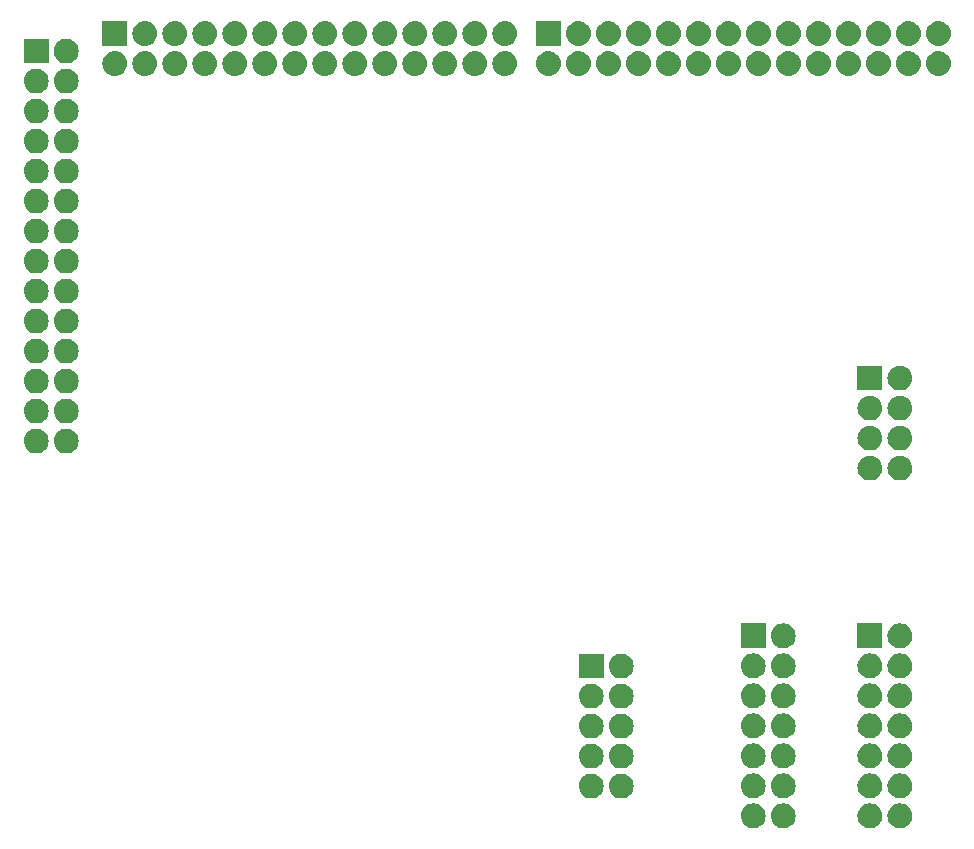
<source format=gbr>
G04 #@! TF.GenerationSoftware,KiCad,Pcbnew,5.0.2-bee76a0~70~ubuntu18.04.1*
G04 #@! TF.CreationDate,2019-01-23T21:03:19+01:00*
G04 #@! TF.ProjectId,ESP32-Wrover-kit-debug-breakout,45535033-322d-4577-926f-7665722d6b69,rev?*
G04 #@! TF.SameCoordinates,Original*
G04 #@! TF.FileFunction,Soldermask,Bot*
G04 #@! TF.FilePolarity,Negative*
%FSLAX46Y46*%
G04 Gerber Fmt 4.6, Leading zero omitted, Abs format (unit mm)*
G04 Created by KiCad (PCBNEW 5.0.2-bee76a0~70~ubuntu18.04.1) date ons 23 jan 2019 21:03:19*
%MOMM*%
%LPD*%
G01*
G04 APERTURE LIST*
%ADD10C,0.100000*%
G04 APERTURE END LIST*
D10*
G36*
X129597707Y-118789596D02*
X129674836Y-118797193D01*
X129806787Y-118837220D01*
X129872763Y-118857233D01*
X130055172Y-118954733D01*
X130215054Y-119085946D01*
X130346267Y-119245828D01*
X130443767Y-119428237D01*
X130443767Y-119428238D01*
X130503807Y-119626164D01*
X130524080Y-119832000D01*
X130503807Y-120037836D01*
X130463780Y-120169787D01*
X130443767Y-120235763D01*
X130346267Y-120418172D01*
X130215054Y-120578054D01*
X130055172Y-120709267D01*
X129872763Y-120806767D01*
X129806787Y-120826780D01*
X129674836Y-120866807D01*
X129597707Y-120874404D01*
X129520580Y-120882000D01*
X129417420Y-120882000D01*
X129340293Y-120874404D01*
X129263164Y-120866807D01*
X129131213Y-120826780D01*
X129065237Y-120806767D01*
X128882828Y-120709267D01*
X128722946Y-120578054D01*
X128591733Y-120418172D01*
X128494233Y-120235763D01*
X128474220Y-120169787D01*
X128434193Y-120037836D01*
X128413920Y-119832000D01*
X128434193Y-119626164D01*
X128494233Y-119428238D01*
X128494233Y-119428237D01*
X128591733Y-119245828D01*
X128722946Y-119085946D01*
X128882828Y-118954733D01*
X129065237Y-118857233D01*
X129131213Y-118837220D01*
X129263164Y-118797193D01*
X129340293Y-118789596D01*
X129417420Y-118782000D01*
X129520580Y-118782000D01*
X129597707Y-118789596D01*
X129597707Y-118789596D01*
G37*
G36*
X127057707Y-118789596D02*
X127134836Y-118797193D01*
X127266787Y-118837220D01*
X127332763Y-118857233D01*
X127515172Y-118954733D01*
X127675054Y-119085946D01*
X127806267Y-119245828D01*
X127903767Y-119428237D01*
X127903767Y-119428238D01*
X127963807Y-119626164D01*
X127984080Y-119832000D01*
X127963807Y-120037836D01*
X127923780Y-120169787D01*
X127903767Y-120235763D01*
X127806267Y-120418172D01*
X127675054Y-120578054D01*
X127515172Y-120709267D01*
X127332763Y-120806767D01*
X127266787Y-120826780D01*
X127134836Y-120866807D01*
X127057707Y-120874404D01*
X126980580Y-120882000D01*
X126877420Y-120882000D01*
X126800293Y-120874404D01*
X126723164Y-120866807D01*
X126591213Y-120826780D01*
X126525237Y-120806767D01*
X126342828Y-120709267D01*
X126182946Y-120578054D01*
X126051733Y-120418172D01*
X125954233Y-120235763D01*
X125934220Y-120169787D01*
X125894193Y-120037836D01*
X125873920Y-119832000D01*
X125894193Y-119626164D01*
X125954233Y-119428238D01*
X125954233Y-119428237D01*
X126051733Y-119245828D01*
X126182946Y-119085946D01*
X126342828Y-118954733D01*
X126525237Y-118857233D01*
X126591213Y-118837220D01*
X126723164Y-118797193D01*
X126800293Y-118789596D01*
X126877420Y-118782000D01*
X126980580Y-118782000D01*
X127057707Y-118789596D01*
X127057707Y-118789596D01*
G37*
G36*
X119724707Y-118789596D02*
X119801836Y-118797193D01*
X119933787Y-118837220D01*
X119999763Y-118857233D01*
X120182172Y-118954733D01*
X120342054Y-119085946D01*
X120473267Y-119245828D01*
X120570767Y-119428237D01*
X120570767Y-119428238D01*
X120630807Y-119626164D01*
X120651080Y-119832000D01*
X120630807Y-120037836D01*
X120590780Y-120169787D01*
X120570767Y-120235763D01*
X120473267Y-120418172D01*
X120342054Y-120578054D01*
X120182172Y-120709267D01*
X119999763Y-120806767D01*
X119933787Y-120826780D01*
X119801836Y-120866807D01*
X119724707Y-120874404D01*
X119647580Y-120882000D01*
X119544420Y-120882000D01*
X119467293Y-120874404D01*
X119390164Y-120866807D01*
X119258213Y-120826780D01*
X119192237Y-120806767D01*
X119009828Y-120709267D01*
X118849946Y-120578054D01*
X118718733Y-120418172D01*
X118621233Y-120235763D01*
X118601220Y-120169787D01*
X118561193Y-120037836D01*
X118540920Y-119832000D01*
X118561193Y-119626164D01*
X118621233Y-119428238D01*
X118621233Y-119428237D01*
X118718733Y-119245828D01*
X118849946Y-119085946D01*
X119009828Y-118954733D01*
X119192237Y-118857233D01*
X119258213Y-118837220D01*
X119390164Y-118797193D01*
X119467293Y-118789596D01*
X119544420Y-118782000D01*
X119647580Y-118782000D01*
X119724707Y-118789596D01*
X119724707Y-118789596D01*
G37*
G36*
X117184707Y-118789596D02*
X117261836Y-118797193D01*
X117393787Y-118837220D01*
X117459763Y-118857233D01*
X117642172Y-118954733D01*
X117802054Y-119085946D01*
X117933267Y-119245828D01*
X118030767Y-119428237D01*
X118030767Y-119428238D01*
X118090807Y-119626164D01*
X118111080Y-119832000D01*
X118090807Y-120037836D01*
X118050780Y-120169787D01*
X118030767Y-120235763D01*
X117933267Y-120418172D01*
X117802054Y-120578054D01*
X117642172Y-120709267D01*
X117459763Y-120806767D01*
X117393787Y-120826780D01*
X117261836Y-120866807D01*
X117184707Y-120874404D01*
X117107580Y-120882000D01*
X117004420Y-120882000D01*
X116927293Y-120874404D01*
X116850164Y-120866807D01*
X116718213Y-120826780D01*
X116652237Y-120806767D01*
X116469828Y-120709267D01*
X116309946Y-120578054D01*
X116178733Y-120418172D01*
X116081233Y-120235763D01*
X116061220Y-120169787D01*
X116021193Y-120037836D01*
X116000920Y-119832000D01*
X116021193Y-119626164D01*
X116081233Y-119428238D01*
X116081233Y-119428237D01*
X116178733Y-119245828D01*
X116309946Y-119085946D01*
X116469828Y-118954733D01*
X116652237Y-118857233D01*
X116718213Y-118837220D01*
X116850164Y-118797193D01*
X116927293Y-118789596D01*
X117004420Y-118782000D01*
X117107580Y-118782000D01*
X117184707Y-118789596D01*
X117184707Y-118789596D01*
G37*
G36*
X106008707Y-116267596D02*
X106085836Y-116275193D01*
X106217787Y-116315220D01*
X106283763Y-116335233D01*
X106466172Y-116432733D01*
X106626054Y-116563946D01*
X106757267Y-116723828D01*
X106854767Y-116906237D01*
X106854767Y-116906238D01*
X106914807Y-117104164D01*
X106935080Y-117310000D01*
X106914807Y-117515836D01*
X106874780Y-117647787D01*
X106854767Y-117713763D01*
X106757267Y-117896172D01*
X106626054Y-118056054D01*
X106466172Y-118187267D01*
X106283763Y-118284767D01*
X106217787Y-118304780D01*
X106085836Y-118344807D01*
X106008707Y-118352404D01*
X105931580Y-118360000D01*
X105828420Y-118360000D01*
X105751293Y-118352404D01*
X105674164Y-118344807D01*
X105542213Y-118304780D01*
X105476237Y-118284767D01*
X105293828Y-118187267D01*
X105133946Y-118056054D01*
X105002733Y-117896172D01*
X104905233Y-117713763D01*
X104885220Y-117647787D01*
X104845193Y-117515836D01*
X104824920Y-117310000D01*
X104845193Y-117104164D01*
X104905233Y-116906238D01*
X104905233Y-116906237D01*
X105002733Y-116723828D01*
X105133946Y-116563946D01*
X105293828Y-116432733D01*
X105476237Y-116335233D01*
X105542213Y-116315220D01*
X105674164Y-116275193D01*
X105751293Y-116267596D01*
X105828420Y-116260000D01*
X105931580Y-116260000D01*
X106008707Y-116267596D01*
X106008707Y-116267596D01*
G37*
G36*
X103468707Y-116267596D02*
X103545836Y-116275193D01*
X103677787Y-116315220D01*
X103743763Y-116335233D01*
X103926172Y-116432733D01*
X104086054Y-116563946D01*
X104217267Y-116723828D01*
X104314767Y-116906237D01*
X104314767Y-116906238D01*
X104374807Y-117104164D01*
X104395080Y-117310000D01*
X104374807Y-117515836D01*
X104334780Y-117647787D01*
X104314767Y-117713763D01*
X104217267Y-117896172D01*
X104086054Y-118056054D01*
X103926172Y-118187267D01*
X103743763Y-118284767D01*
X103677787Y-118304780D01*
X103545836Y-118344807D01*
X103468707Y-118352404D01*
X103391580Y-118360000D01*
X103288420Y-118360000D01*
X103211293Y-118352404D01*
X103134164Y-118344807D01*
X103002213Y-118304780D01*
X102936237Y-118284767D01*
X102753828Y-118187267D01*
X102593946Y-118056054D01*
X102462733Y-117896172D01*
X102365233Y-117713763D01*
X102345220Y-117647787D01*
X102305193Y-117515836D01*
X102284920Y-117310000D01*
X102305193Y-117104164D01*
X102365233Y-116906238D01*
X102365233Y-116906237D01*
X102462733Y-116723828D01*
X102593946Y-116563946D01*
X102753828Y-116432733D01*
X102936237Y-116335233D01*
X103002213Y-116315220D01*
X103134164Y-116275193D01*
X103211293Y-116267596D01*
X103288420Y-116260000D01*
X103391580Y-116260000D01*
X103468707Y-116267596D01*
X103468707Y-116267596D01*
G37*
G36*
X127057707Y-116249597D02*
X127134836Y-116257193D01*
X127266787Y-116297220D01*
X127332763Y-116317233D01*
X127515172Y-116414733D01*
X127675054Y-116545946D01*
X127806267Y-116705828D01*
X127903767Y-116888237D01*
X127903767Y-116888238D01*
X127963807Y-117086164D01*
X127984080Y-117292000D01*
X127963807Y-117497836D01*
X127923780Y-117629787D01*
X127903767Y-117695763D01*
X127806267Y-117878172D01*
X127675054Y-118038054D01*
X127515172Y-118169267D01*
X127332763Y-118266767D01*
X127273424Y-118284767D01*
X127134836Y-118326807D01*
X127057707Y-118334404D01*
X126980580Y-118342000D01*
X126877420Y-118342000D01*
X126800293Y-118334404D01*
X126723164Y-118326807D01*
X126584576Y-118284767D01*
X126525237Y-118266767D01*
X126342828Y-118169267D01*
X126182946Y-118038054D01*
X126051733Y-117878172D01*
X125954233Y-117695763D01*
X125934220Y-117629787D01*
X125894193Y-117497836D01*
X125873920Y-117292000D01*
X125894193Y-117086164D01*
X125954233Y-116888238D01*
X125954233Y-116888237D01*
X126051733Y-116705828D01*
X126182946Y-116545946D01*
X126342828Y-116414733D01*
X126525237Y-116317233D01*
X126591213Y-116297220D01*
X126723164Y-116257193D01*
X126800293Y-116249597D01*
X126877420Y-116242000D01*
X126980580Y-116242000D01*
X127057707Y-116249597D01*
X127057707Y-116249597D01*
G37*
G36*
X129597707Y-116249597D02*
X129674836Y-116257193D01*
X129806787Y-116297220D01*
X129872763Y-116317233D01*
X130055172Y-116414733D01*
X130215054Y-116545946D01*
X130346267Y-116705828D01*
X130443767Y-116888237D01*
X130443767Y-116888238D01*
X130503807Y-117086164D01*
X130524080Y-117292000D01*
X130503807Y-117497836D01*
X130463780Y-117629787D01*
X130443767Y-117695763D01*
X130346267Y-117878172D01*
X130215054Y-118038054D01*
X130055172Y-118169267D01*
X129872763Y-118266767D01*
X129813424Y-118284767D01*
X129674836Y-118326807D01*
X129597707Y-118334404D01*
X129520580Y-118342000D01*
X129417420Y-118342000D01*
X129340293Y-118334404D01*
X129263164Y-118326807D01*
X129124576Y-118284767D01*
X129065237Y-118266767D01*
X128882828Y-118169267D01*
X128722946Y-118038054D01*
X128591733Y-117878172D01*
X128494233Y-117695763D01*
X128474220Y-117629787D01*
X128434193Y-117497836D01*
X128413920Y-117292000D01*
X128434193Y-117086164D01*
X128494233Y-116888238D01*
X128494233Y-116888237D01*
X128591733Y-116705828D01*
X128722946Y-116545946D01*
X128882828Y-116414733D01*
X129065237Y-116317233D01*
X129131213Y-116297220D01*
X129263164Y-116257193D01*
X129340293Y-116249597D01*
X129417420Y-116242000D01*
X129520580Y-116242000D01*
X129597707Y-116249597D01*
X129597707Y-116249597D01*
G37*
G36*
X117184707Y-116249597D02*
X117261836Y-116257193D01*
X117393787Y-116297220D01*
X117459763Y-116317233D01*
X117642172Y-116414733D01*
X117802054Y-116545946D01*
X117933267Y-116705828D01*
X118030767Y-116888237D01*
X118030767Y-116888238D01*
X118090807Y-117086164D01*
X118111080Y-117292000D01*
X118090807Y-117497836D01*
X118050780Y-117629787D01*
X118030767Y-117695763D01*
X117933267Y-117878172D01*
X117802054Y-118038054D01*
X117642172Y-118169267D01*
X117459763Y-118266767D01*
X117400424Y-118284767D01*
X117261836Y-118326807D01*
X117184707Y-118334404D01*
X117107580Y-118342000D01*
X117004420Y-118342000D01*
X116927293Y-118334404D01*
X116850164Y-118326807D01*
X116711576Y-118284767D01*
X116652237Y-118266767D01*
X116469828Y-118169267D01*
X116309946Y-118038054D01*
X116178733Y-117878172D01*
X116081233Y-117695763D01*
X116061220Y-117629787D01*
X116021193Y-117497836D01*
X116000920Y-117292000D01*
X116021193Y-117086164D01*
X116081233Y-116888238D01*
X116081233Y-116888237D01*
X116178733Y-116705828D01*
X116309946Y-116545946D01*
X116469828Y-116414733D01*
X116652237Y-116317233D01*
X116718213Y-116297220D01*
X116850164Y-116257193D01*
X116927293Y-116249597D01*
X117004420Y-116242000D01*
X117107580Y-116242000D01*
X117184707Y-116249597D01*
X117184707Y-116249597D01*
G37*
G36*
X119724707Y-116249597D02*
X119801836Y-116257193D01*
X119933787Y-116297220D01*
X119999763Y-116317233D01*
X120182172Y-116414733D01*
X120342054Y-116545946D01*
X120473267Y-116705828D01*
X120570767Y-116888237D01*
X120570767Y-116888238D01*
X120630807Y-117086164D01*
X120651080Y-117292000D01*
X120630807Y-117497836D01*
X120590780Y-117629787D01*
X120570767Y-117695763D01*
X120473267Y-117878172D01*
X120342054Y-118038054D01*
X120182172Y-118169267D01*
X119999763Y-118266767D01*
X119940424Y-118284767D01*
X119801836Y-118326807D01*
X119724707Y-118334404D01*
X119647580Y-118342000D01*
X119544420Y-118342000D01*
X119467293Y-118334404D01*
X119390164Y-118326807D01*
X119251576Y-118284767D01*
X119192237Y-118266767D01*
X119009828Y-118169267D01*
X118849946Y-118038054D01*
X118718733Y-117878172D01*
X118621233Y-117695763D01*
X118601220Y-117629787D01*
X118561193Y-117497836D01*
X118540920Y-117292000D01*
X118561193Y-117086164D01*
X118621233Y-116888238D01*
X118621233Y-116888237D01*
X118718733Y-116705828D01*
X118849946Y-116545946D01*
X119009828Y-116414733D01*
X119192237Y-116317233D01*
X119258213Y-116297220D01*
X119390164Y-116257193D01*
X119467293Y-116249597D01*
X119544420Y-116242000D01*
X119647580Y-116242000D01*
X119724707Y-116249597D01*
X119724707Y-116249597D01*
G37*
G36*
X103468707Y-113727596D02*
X103545836Y-113735193D01*
X103677787Y-113775220D01*
X103743763Y-113795233D01*
X103926172Y-113892733D01*
X104086054Y-114023946D01*
X104217267Y-114183828D01*
X104314767Y-114366237D01*
X104314767Y-114366238D01*
X104374807Y-114564164D01*
X104395080Y-114770000D01*
X104374807Y-114975836D01*
X104334780Y-115107787D01*
X104314767Y-115173763D01*
X104217267Y-115356172D01*
X104086054Y-115516054D01*
X103926172Y-115647267D01*
X103743763Y-115744767D01*
X103677787Y-115764780D01*
X103545836Y-115804807D01*
X103468707Y-115812403D01*
X103391580Y-115820000D01*
X103288420Y-115820000D01*
X103211293Y-115812403D01*
X103134164Y-115804807D01*
X103002213Y-115764780D01*
X102936237Y-115744767D01*
X102753828Y-115647267D01*
X102593946Y-115516054D01*
X102462733Y-115356172D01*
X102365233Y-115173763D01*
X102345220Y-115107787D01*
X102305193Y-114975836D01*
X102284920Y-114770000D01*
X102305193Y-114564164D01*
X102365233Y-114366238D01*
X102365233Y-114366237D01*
X102462733Y-114183828D01*
X102593946Y-114023946D01*
X102753828Y-113892733D01*
X102936237Y-113795233D01*
X103002213Y-113775220D01*
X103134164Y-113735193D01*
X103211293Y-113727596D01*
X103288420Y-113720000D01*
X103391580Y-113720000D01*
X103468707Y-113727596D01*
X103468707Y-113727596D01*
G37*
G36*
X106008707Y-113727596D02*
X106085836Y-113735193D01*
X106217787Y-113775220D01*
X106283763Y-113795233D01*
X106466172Y-113892733D01*
X106626054Y-114023946D01*
X106757267Y-114183828D01*
X106854767Y-114366237D01*
X106854767Y-114366238D01*
X106914807Y-114564164D01*
X106935080Y-114770000D01*
X106914807Y-114975836D01*
X106874780Y-115107787D01*
X106854767Y-115173763D01*
X106757267Y-115356172D01*
X106626054Y-115516054D01*
X106466172Y-115647267D01*
X106283763Y-115744767D01*
X106217787Y-115764780D01*
X106085836Y-115804807D01*
X106008707Y-115812403D01*
X105931580Y-115820000D01*
X105828420Y-115820000D01*
X105751293Y-115812403D01*
X105674164Y-115804807D01*
X105542213Y-115764780D01*
X105476237Y-115744767D01*
X105293828Y-115647267D01*
X105133946Y-115516054D01*
X105002733Y-115356172D01*
X104905233Y-115173763D01*
X104885220Y-115107787D01*
X104845193Y-114975836D01*
X104824920Y-114770000D01*
X104845193Y-114564164D01*
X104905233Y-114366238D01*
X104905233Y-114366237D01*
X105002733Y-114183828D01*
X105133946Y-114023946D01*
X105293828Y-113892733D01*
X105476237Y-113795233D01*
X105542213Y-113775220D01*
X105674164Y-113735193D01*
X105751293Y-113727596D01*
X105828420Y-113720000D01*
X105931580Y-113720000D01*
X106008707Y-113727596D01*
X106008707Y-113727596D01*
G37*
G36*
X127057707Y-113709597D02*
X127134836Y-113717193D01*
X127266787Y-113757220D01*
X127332763Y-113777233D01*
X127515172Y-113874733D01*
X127675054Y-114005946D01*
X127806267Y-114165828D01*
X127903767Y-114348237D01*
X127903767Y-114348238D01*
X127963807Y-114546164D01*
X127984080Y-114752000D01*
X127963807Y-114957836D01*
X127923780Y-115089787D01*
X127903767Y-115155763D01*
X127806267Y-115338172D01*
X127675054Y-115498054D01*
X127515172Y-115629267D01*
X127332763Y-115726767D01*
X127273424Y-115744767D01*
X127134836Y-115786807D01*
X127057707Y-115794404D01*
X126980580Y-115802000D01*
X126877420Y-115802000D01*
X126800293Y-115794404D01*
X126723164Y-115786807D01*
X126584576Y-115744767D01*
X126525237Y-115726767D01*
X126342828Y-115629267D01*
X126182946Y-115498054D01*
X126051733Y-115338172D01*
X125954233Y-115155763D01*
X125934220Y-115089787D01*
X125894193Y-114957836D01*
X125873920Y-114752000D01*
X125894193Y-114546164D01*
X125954233Y-114348238D01*
X125954233Y-114348237D01*
X126051733Y-114165828D01*
X126182946Y-114005946D01*
X126342828Y-113874733D01*
X126525237Y-113777233D01*
X126591213Y-113757220D01*
X126723164Y-113717193D01*
X126800293Y-113709597D01*
X126877420Y-113702000D01*
X126980580Y-113702000D01*
X127057707Y-113709597D01*
X127057707Y-113709597D01*
G37*
G36*
X129597707Y-113709597D02*
X129674836Y-113717193D01*
X129806787Y-113757220D01*
X129872763Y-113777233D01*
X130055172Y-113874733D01*
X130215054Y-114005946D01*
X130346267Y-114165828D01*
X130443767Y-114348237D01*
X130443767Y-114348238D01*
X130503807Y-114546164D01*
X130524080Y-114752000D01*
X130503807Y-114957836D01*
X130463780Y-115089787D01*
X130443767Y-115155763D01*
X130346267Y-115338172D01*
X130215054Y-115498054D01*
X130055172Y-115629267D01*
X129872763Y-115726767D01*
X129813424Y-115744767D01*
X129674836Y-115786807D01*
X129597707Y-115794404D01*
X129520580Y-115802000D01*
X129417420Y-115802000D01*
X129340293Y-115794404D01*
X129263164Y-115786807D01*
X129124576Y-115744767D01*
X129065237Y-115726767D01*
X128882828Y-115629267D01*
X128722946Y-115498054D01*
X128591733Y-115338172D01*
X128494233Y-115155763D01*
X128474220Y-115089787D01*
X128434193Y-114957836D01*
X128413920Y-114752000D01*
X128434193Y-114546164D01*
X128494233Y-114348238D01*
X128494233Y-114348237D01*
X128591733Y-114165828D01*
X128722946Y-114005946D01*
X128882828Y-113874733D01*
X129065237Y-113777233D01*
X129131213Y-113757220D01*
X129263164Y-113717193D01*
X129340293Y-113709597D01*
X129417420Y-113702000D01*
X129520580Y-113702000D01*
X129597707Y-113709597D01*
X129597707Y-113709597D01*
G37*
G36*
X119724707Y-113709597D02*
X119801836Y-113717193D01*
X119933787Y-113757220D01*
X119999763Y-113777233D01*
X120182172Y-113874733D01*
X120342054Y-114005946D01*
X120473267Y-114165828D01*
X120570767Y-114348237D01*
X120570767Y-114348238D01*
X120630807Y-114546164D01*
X120651080Y-114752000D01*
X120630807Y-114957836D01*
X120590780Y-115089787D01*
X120570767Y-115155763D01*
X120473267Y-115338172D01*
X120342054Y-115498054D01*
X120182172Y-115629267D01*
X119999763Y-115726767D01*
X119940424Y-115744767D01*
X119801836Y-115786807D01*
X119724707Y-115794404D01*
X119647580Y-115802000D01*
X119544420Y-115802000D01*
X119467293Y-115794404D01*
X119390164Y-115786807D01*
X119251576Y-115744767D01*
X119192237Y-115726767D01*
X119009828Y-115629267D01*
X118849946Y-115498054D01*
X118718733Y-115338172D01*
X118621233Y-115155763D01*
X118601220Y-115089787D01*
X118561193Y-114957836D01*
X118540920Y-114752000D01*
X118561193Y-114546164D01*
X118621233Y-114348238D01*
X118621233Y-114348237D01*
X118718733Y-114165828D01*
X118849946Y-114005946D01*
X119009828Y-113874733D01*
X119192237Y-113777233D01*
X119258213Y-113757220D01*
X119390164Y-113717193D01*
X119467293Y-113709597D01*
X119544420Y-113702000D01*
X119647580Y-113702000D01*
X119724707Y-113709597D01*
X119724707Y-113709597D01*
G37*
G36*
X117184707Y-113709597D02*
X117261836Y-113717193D01*
X117393787Y-113757220D01*
X117459763Y-113777233D01*
X117642172Y-113874733D01*
X117802054Y-114005946D01*
X117933267Y-114165828D01*
X118030767Y-114348237D01*
X118030767Y-114348238D01*
X118090807Y-114546164D01*
X118111080Y-114752000D01*
X118090807Y-114957836D01*
X118050780Y-115089787D01*
X118030767Y-115155763D01*
X117933267Y-115338172D01*
X117802054Y-115498054D01*
X117642172Y-115629267D01*
X117459763Y-115726767D01*
X117400424Y-115744767D01*
X117261836Y-115786807D01*
X117184707Y-115794404D01*
X117107580Y-115802000D01*
X117004420Y-115802000D01*
X116927293Y-115794404D01*
X116850164Y-115786807D01*
X116711576Y-115744767D01*
X116652237Y-115726767D01*
X116469828Y-115629267D01*
X116309946Y-115498054D01*
X116178733Y-115338172D01*
X116081233Y-115155763D01*
X116061220Y-115089787D01*
X116021193Y-114957836D01*
X116000920Y-114752000D01*
X116021193Y-114546164D01*
X116081233Y-114348238D01*
X116081233Y-114348237D01*
X116178733Y-114165828D01*
X116309946Y-114005946D01*
X116469828Y-113874733D01*
X116652237Y-113777233D01*
X116718213Y-113757220D01*
X116850164Y-113717193D01*
X116927293Y-113709597D01*
X117004420Y-113702000D01*
X117107580Y-113702000D01*
X117184707Y-113709597D01*
X117184707Y-113709597D01*
G37*
G36*
X106008707Y-111187597D02*
X106085836Y-111195193D01*
X106217787Y-111235220D01*
X106283763Y-111255233D01*
X106466172Y-111352733D01*
X106626054Y-111483946D01*
X106757267Y-111643828D01*
X106854767Y-111826237D01*
X106854767Y-111826238D01*
X106914807Y-112024164D01*
X106935080Y-112230000D01*
X106914807Y-112435836D01*
X106874780Y-112567787D01*
X106854767Y-112633763D01*
X106757267Y-112816172D01*
X106626054Y-112976054D01*
X106466172Y-113107267D01*
X106283763Y-113204767D01*
X106217787Y-113224780D01*
X106085836Y-113264807D01*
X106008707Y-113272403D01*
X105931580Y-113280000D01*
X105828420Y-113280000D01*
X105751293Y-113272403D01*
X105674164Y-113264807D01*
X105542213Y-113224780D01*
X105476237Y-113204767D01*
X105293828Y-113107267D01*
X105133946Y-112976054D01*
X105002733Y-112816172D01*
X104905233Y-112633763D01*
X104885220Y-112567787D01*
X104845193Y-112435836D01*
X104824920Y-112230000D01*
X104845193Y-112024164D01*
X104905233Y-111826238D01*
X104905233Y-111826237D01*
X105002733Y-111643828D01*
X105133946Y-111483946D01*
X105293828Y-111352733D01*
X105476237Y-111255233D01*
X105542213Y-111235220D01*
X105674164Y-111195193D01*
X105751293Y-111187597D01*
X105828420Y-111180000D01*
X105931580Y-111180000D01*
X106008707Y-111187597D01*
X106008707Y-111187597D01*
G37*
G36*
X103468707Y-111187597D02*
X103545836Y-111195193D01*
X103677787Y-111235220D01*
X103743763Y-111255233D01*
X103926172Y-111352733D01*
X104086054Y-111483946D01*
X104217267Y-111643828D01*
X104314767Y-111826237D01*
X104314767Y-111826238D01*
X104374807Y-112024164D01*
X104395080Y-112230000D01*
X104374807Y-112435836D01*
X104334780Y-112567787D01*
X104314767Y-112633763D01*
X104217267Y-112816172D01*
X104086054Y-112976054D01*
X103926172Y-113107267D01*
X103743763Y-113204767D01*
X103677787Y-113224780D01*
X103545836Y-113264807D01*
X103468707Y-113272403D01*
X103391580Y-113280000D01*
X103288420Y-113280000D01*
X103211293Y-113272403D01*
X103134164Y-113264807D01*
X103002213Y-113224780D01*
X102936237Y-113204767D01*
X102753828Y-113107267D01*
X102593946Y-112976054D01*
X102462733Y-112816172D01*
X102365233Y-112633763D01*
X102345220Y-112567787D01*
X102305193Y-112435836D01*
X102284920Y-112230000D01*
X102305193Y-112024164D01*
X102365233Y-111826238D01*
X102365233Y-111826237D01*
X102462733Y-111643828D01*
X102593946Y-111483946D01*
X102753828Y-111352733D01*
X102936237Y-111255233D01*
X103002213Y-111235220D01*
X103134164Y-111195193D01*
X103211293Y-111187597D01*
X103288420Y-111180000D01*
X103391580Y-111180000D01*
X103468707Y-111187597D01*
X103468707Y-111187597D01*
G37*
G36*
X127057707Y-111169596D02*
X127134836Y-111177193D01*
X127266787Y-111217220D01*
X127332763Y-111237233D01*
X127515172Y-111334733D01*
X127675054Y-111465946D01*
X127806267Y-111625828D01*
X127903767Y-111808237D01*
X127903767Y-111808238D01*
X127963807Y-112006164D01*
X127984080Y-112212000D01*
X127963807Y-112417836D01*
X127923780Y-112549787D01*
X127903767Y-112615763D01*
X127806267Y-112798172D01*
X127675054Y-112958054D01*
X127515172Y-113089267D01*
X127332763Y-113186767D01*
X127273424Y-113204767D01*
X127134836Y-113246807D01*
X127057707Y-113254404D01*
X126980580Y-113262000D01*
X126877420Y-113262000D01*
X126800293Y-113254404D01*
X126723164Y-113246807D01*
X126584576Y-113204767D01*
X126525237Y-113186767D01*
X126342828Y-113089267D01*
X126182946Y-112958054D01*
X126051733Y-112798172D01*
X125954233Y-112615763D01*
X125934220Y-112549787D01*
X125894193Y-112417836D01*
X125873920Y-112212000D01*
X125894193Y-112006164D01*
X125954233Y-111808238D01*
X125954233Y-111808237D01*
X126051733Y-111625828D01*
X126182946Y-111465946D01*
X126342828Y-111334733D01*
X126525237Y-111237233D01*
X126591213Y-111217220D01*
X126723164Y-111177193D01*
X126800293Y-111169596D01*
X126877420Y-111162000D01*
X126980580Y-111162000D01*
X127057707Y-111169596D01*
X127057707Y-111169596D01*
G37*
G36*
X117184707Y-111169596D02*
X117261836Y-111177193D01*
X117393787Y-111217220D01*
X117459763Y-111237233D01*
X117642172Y-111334733D01*
X117802054Y-111465946D01*
X117933267Y-111625828D01*
X118030767Y-111808237D01*
X118030767Y-111808238D01*
X118090807Y-112006164D01*
X118111080Y-112212000D01*
X118090807Y-112417836D01*
X118050780Y-112549787D01*
X118030767Y-112615763D01*
X117933267Y-112798172D01*
X117802054Y-112958054D01*
X117642172Y-113089267D01*
X117459763Y-113186767D01*
X117400424Y-113204767D01*
X117261836Y-113246807D01*
X117184707Y-113254404D01*
X117107580Y-113262000D01*
X117004420Y-113262000D01*
X116927293Y-113254404D01*
X116850164Y-113246807D01*
X116711576Y-113204767D01*
X116652237Y-113186767D01*
X116469828Y-113089267D01*
X116309946Y-112958054D01*
X116178733Y-112798172D01*
X116081233Y-112615763D01*
X116061220Y-112549787D01*
X116021193Y-112417836D01*
X116000920Y-112212000D01*
X116021193Y-112006164D01*
X116081233Y-111808238D01*
X116081233Y-111808237D01*
X116178733Y-111625828D01*
X116309946Y-111465946D01*
X116469828Y-111334733D01*
X116652237Y-111237233D01*
X116718213Y-111217220D01*
X116850164Y-111177193D01*
X116927293Y-111169596D01*
X117004420Y-111162000D01*
X117107580Y-111162000D01*
X117184707Y-111169596D01*
X117184707Y-111169596D01*
G37*
G36*
X119724707Y-111169596D02*
X119801836Y-111177193D01*
X119933787Y-111217220D01*
X119999763Y-111237233D01*
X120182172Y-111334733D01*
X120342054Y-111465946D01*
X120473267Y-111625828D01*
X120570767Y-111808237D01*
X120570767Y-111808238D01*
X120630807Y-112006164D01*
X120651080Y-112212000D01*
X120630807Y-112417836D01*
X120590780Y-112549787D01*
X120570767Y-112615763D01*
X120473267Y-112798172D01*
X120342054Y-112958054D01*
X120182172Y-113089267D01*
X119999763Y-113186767D01*
X119940424Y-113204767D01*
X119801836Y-113246807D01*
X119724707Y-113254404D01*
X119647580Y-113262000D01*
X119544420Y-113262000D01*
X119467293Y-113254404D01*
X119390164Y-113246807D01*
X119251576Y-113204767D01*
X119192237Y-113186767D01*
X119009828Y-113089267D01*
X118849946Y-112958054D01*
X118718733Y-112798172D01*
X118621233Y-112615763D01*
X118601220Y-112549787D01*
X118561193Y-112417836D01*
X118540920Y-112212000D01*
X118561193Y-112006164D01*
X118621233Y-111808238D01*
X118621233Y-111808237D01*
X118718733Y-111625828D01*
X118849946Y-111465946D01*
X119009828Y-111334733D01*
X119192237Y-111237233D01*
X119258213Y-111217220D01*
X119390164Y-111177193D01*
X119467293Y-111169596D01*
X119544420Y-111162000D01*
X119647580Y-111162000D01*
X119724707Y-111169596D01*
X119724707Y-111169596D01*
G37*
G36*
X129597707Y-111169596D02*
X129674836Y-111177193D01*
X129806787Y-111217220D01*
X129872763Y-111237233D01*
X130055172Y-111334733D01*
X130215054Y-111465946D01*
X130346267Y-111625828D01*
X130443767Y-111808237D01*
X130443767Y-111808238D01*
X130503807Y-112006164D01*
X130524080Y-112212000D01*
X130503807Y-112417836D01*
X130463780Y-112549787D01*
X130443767Y-112615763D01*
X130346267Y-112798172D01*
X130215054Y-112958054D01*
X130055172Y-113089267D01*
X129872763Y-113186767D01*
X129813424Y-113204767D01*
X129674836Y-113246807D01*
X129597707Y-113254404D01*
X129520580Y-113262000D01*
X129417420Y-113262000D01*
X129340293Y-113254404D01*
X129263164Y-113246807D01*
X129124576Y-113204767D01*
X129065237Y-113186767D01*
X128882828Y-113089267D01*
X128722946Y-112958054D01*
X128591733Y-112798172D01*
X128494233Y-112615763D01*
X128474220Y-112549787D01*
X128434193Y-112417836D01*
X128413920Y-112212000D01*
X128434193Y-112006164D01*
X128494233Y-111808238D01*
X128494233Y-111808237D01*
X128591733Y-111625828D01*
X128722946Y-111465946D01*
X128882828Y-111334733D01*
X129065237Y-111237233D01*
X129131213Y-111217220D01*
X129263164Y-111177193D01*
X129340293Y-111169596D01*
X129417420Y-111162000D01*
X129520580Y-111162000D01*
X129597707Y-111169596D01*
X129597707Y-111169596D01*
G37*
G36*
X106008707Y-108647596D02*
X106085836Y-108655193D01*
X106217787Y-108695220D01*
X106283763Y-108715233D01*
X106466172Y-108812733D01*
X106626054Y-108943946D01*
X106757267Y-109103828D01*
X106854767Y-109286237D01*
X106854767Y-109286238D01*
X106914807Y-109484164D01*
X106935080Y-109690000D01*
X106914807Y-109895836D01*
X106874780Y-110027787D01*
X106854767Y-110093763D01*
X106757267Y-110276172D01*
X106626054Y-110436054D01*
X106466172Y-110567267D01*
X106283763Y-110664767D01*
X106217787Y-110684780D01*
X106085836Y-110724807D01*
X106008707Y-110732404D01*
X105931580Y-110740000D01*
X105828420Y-110740000D01*
X105751293Y-110732404D01*
X105674164Y-110724807D01*
X105542213Y-110684780D01*
X105476237Y-110664767D01*
X105293828Y-110567267D01*
X105133946Y-110436054D01*
X105002733Y-110276172D01*
X104905233Y-110093763D01*
X104885220Y-110027787D01*
X104845193Y-109895836D01*
X104824920Y-109690000D01*
X104845193Y-109484164D01*
X104905233Y-109286238D01*
X104905233Y-109286237D01*
X105002733Y-109103828D01*
X105133946Y-108943946D01*
X105293828Y-108812733D01*
X105476237Y-108715233D01*
X105542213Y-108695220D01*
X105674164Y-108655193D01*
X105751293Y-108647596D01*
X105828420Y-108640000D01*
X105931580Y-108640000D01*
X106008707Y-108647596D01*
X106008707Y-108647596D01*
G37*
G36*
X103468707Y-108647596D02*
X103545836Y-108655193D01*
X103677787Y-108695220D01*
X103743763Y-108715233D01*
X103926172Y-108812733D01*
X104086054Y-108943946D01*
X104217267Y-109103828D01*
X104314767Y-109286237D01*
X104314767Y-109286238D01*
X104374807Y-109484164D01*
X104395080Y-109690000D01*
X104374807Y-109895836D01*
X104334780Y-110027787D01*
X104314767Y-110093763D01*
X104217267Y-110276172D01*
X104086054Y-110436054D01*
X103926172Y-110567267D01*
X103743763Y-110664767D01*
X103677787Y-110684780D01*
X103545836Y-110724807D01*
X103468707Y-110732404D01*
X103391580Y-110740000D01*
X103288420Y-110740000D01*
X103211293Y-110732404D01*
X103134164Y-110724807D01*
X103002213Y-110684780D01*
X102936237Y-110664767D01*
X102753828Y-110567267D01*
X102593946Y-110436054D01*
X102462733Y-110276172D01*
X102365233Y-110093763D01*
X102345220Y-110027787D01*
X102305193Y-109895836D01*
X102284920Y-109690000D01*
X102305193Y-109484164D01*
X102365233Y-109286238D01*
X102365233Y-109286237D01*
X102462733Y-109103828D01*
X102593946Y-108943946D01*
X102753828Y-108812733D01*
X102936237Y-108715233D01*
X103002213Y-108695220D01*
X103134164Y-108655193D01*
X103211293Y-108647596D01*
X103288420Y-108640000D01*
X103391580Y-108640000D01*
X103468707Y-108647596D01*
X103468707Y-108647596D01*
G37*
G36*
X129597707Y-108629596D02*
X129674836Y-108637193D01*
X129806787Y-108677220D01*
X129872763Y-108697233D01*
X130055172Y-108794733D01*
X130215054Y-108925946D01*
X130346267Y-109085828D01*
X130443767Y-109268237D01*
X130443767Y-109268238D01*
X130503807Y-109466164D01*
X130524080Y-109672000D01*
X130503807Y-109877836D01*
X130463780Y-110009787D01*
X130443767Y-110075763D01*
X130346267Y-110258172D01*
X130215054Y-110418054D01*
X130055172Y-110549267D01*
X129872763Y-110646767D01*
X129813424Y-110664767D01*
X129674836Y-110706807D01*
X129597707Y-110714404D01*
X129520580Y-110722000D01*
X129417420Y-110722000D01*
X129340293Y-110714404D01*
X129263164Y-110706807D01*
X129124576Y-110664767D01*
X129065237Y-110646767D01*
X128882828Y-110549267D01*
X128722946Y-110418054D01*
X128591733Y-110258172D01*
X128494233Y-110075763D01*
X128474220Y-110009787D01*
X128434193Y-109877836D01*
X128413920Y-109672000D01*
X128434193Y-109466164D01*
X128494233Y-109268238D01*
X128494233Y-109268237D01*
X128591733Y-109085828D01*
X128722946Y-108925946D01*
X128882828Y-108794733D01*
X129065237Y-108697233D01*
X129131213Y-108677220D01*
X129263164Y-108637193D01*
X129340293Y-108629596D01*
X129417420Y-108622000D01*
X129520580Y-108622000D01*
X129597707Y-108629596D01*
X129597707Y-108629596D01*
G37*
G36*
X127057707Y-108629596D02*
X127134836Y-108637193D01*
X127266787Y-108677220D01*
X127332763Y-108697233D01*
X127515172Y-108794733D01*
X127675054Y-108925946D01*
X127806267Y-109085828D01*
X127903767Y-109268237D01*
X127903767Y-109268238D01*
X127963807Y-109466164D01*
X127984080Y-109672000D01*
X127963807Y-109877836D01*
X127923780Y-110009787D01*
X127903767Y-110075763D01*
X127806267Y-110258172D01*
X127675054Y-110418054D01*
X127515172Y-110549267D01*
X127332763Y-110646767D01*
X127273424Y-110664767D01*
X127134836Y-110706807D01*
X127057707Y-110714404D01*
X126980580Y-110722000D01*
X126877420Y-110722000D01*
X126800293Y-110714404D01*
X126723164Y-110706807D01*
X126584576Y-110664767D01*
X126525237Y-110646767D01*
X126342828Y-110549267D01*
X126182946Y-110418054D01*
X126051733Y-110258172D01*
X125954233Y-110075763D01*
X125934220Y-110009787D01*
X125894193Y-109877836D01*
X125873920Y-109672000D01*
X125894193Y-109466164D01*
X125954233Y-109268238D01*
X125954233Y-109268237D01*
X126051733Y-109085828D01*
X126182946Y-108925946D01*
X126342828Y-108794733D01*
X126525237Y-108697233D01*
X126591213Y-108677220D01*
X126723164Y-108637193D01*
X126800293Y-108629596D01*
X126877420Y-108622000D01*
X126980580Y-108622000D01*
X127057707Y-108629596D01*
X127057707Y-108629596D01*
G37*
G36*
X119724707Y-108629596D02*
X119801836Y-108637193D01*
X119933787Y-108677220D01*
X119999763Y-108697233D01*
X120182172Y-108794733D01*
X120342054Y-108925946D01*
X120473267Y-109085828D01*
X120570767Y-109268237D01*
X120570767Y-109268238D01*
X120630807Y-109466164D01*
X120651080Y-109672000D01*
X120630807Y-109877836D01*
X120590780Y-110009787D01*
X120570767Y-110075763D01*
X120473267Y-110258172D01*
X120342054Y-110418054D01*
X120182172Y-110549267D01*
X119999763Y-110646767D01*
X119940424Y-110664767D01*
X119801836Y-110706807D01*
X119724707Y-110714404D01*
X119647580Y-110722000D01*
X119544420Y-110722000D01*
X119467293Y-110714404D01*
X119390164Y-110706807D01*
X119251576Y-110664767D01*
X119192237Y-110646767D01*
X119009828Y-110549267D01*
X118849946Y-110418054D01*
X118718733Y-110258172D01*
X118621233Y-110075763D01*
X118601220Y-110009787D01*
X118561193Y-109877836D01*
X118540920Y-109672000D01*
X118561193Y-109466164D01*
X118621233Y-109268238D01*
X118621233Y-109268237D01*
X118718733Y-109085828D01*
X118849946Y-108925946D01*
X119009828Y-108794733D01*
X119192237Y-108697233D01*
X119258213Y-108677220D01*
X119390164Y-108637193D01*
X119467293Y-108629596D01*
X119544420Y-108622000D01*
X119647580Y-108622000D01*
X119724707Y-108629596D01*
X119724707Y-108629596D01*
G37*
G36*
X117184707Y-108629596D02*
X117261836Y-108637193D01*
X117393787Y-108677220D01*
X117459763Y-108697233D01*
X117642172Y-108794733D01*
X117802054Y-108925946D01*
X117933267Y-109085828D01*
X118030767Y-109268237D01*
X118030767Y-109268238D01*
X118090807Y-109466164D01*
X118111080Y-109672000D01*
X118090807Y-109877836D01*
X118050780Y-110009787D01*
X118030767Y-110075763D01*
X117933267Y-110258172D01*
X117802054Y-110418054D01*
X117642172Y-110549267D01*
X117459763Y-110646767D01*
X117400424Y-110664767D01*
X117261836Y-110706807D01*
X117184707Y-110714404D01*
X117107580Y-110722000D01*
X117004420Y-110722000D01*
X116927293Y-110714404D01*
X116850164Y-110706807D01*
X116711576Y-110664767D01*
X116652237Y-110646767D01*
X116469828Y-110549267D01*
X116309946Y-110418054D01*
X116178733Y-110258172D01*
X116081233Y-110075763D01*
X116061220Y-110009787D01*
X116021193Y-109877836D01*
X116000920Y-109672000D01*
X116021193Y-109466164D01*
X116081233Y-109268238D01*
X116081233Y-109268237D01*
X116178733Y-109085828D01*
X116309946Y-108925946D01*
X116469828Y-108794733D01*
X116652237Y-108697233D01*
X116718213Y-108677220D01*
X116850164Y-108637193D01*
X116927293Y-108629596D01*
X117004420Y-108622000D01*
X117107580Y-108622000D01*
X117184707Y-108629596D01*
X117184707Y-108629596D01*
G37*
G36*
X104390000Y-108200000D02*
X102290000Y-108200000D01*
X102290000Y-106100000D01*
X104390000Y-106100000D01*
X104390000Y-108200000D01*
X104390000Y-108200000D01*
G37*
G36*
X106008707Y-106107596D02*
X106085836Y-106115193D01*
X106217787Y-106155220D01*
X106283763Y-106175233D01*
X106466172Y-106272733D01*
X106626054Y-106403946D01*
X106757267Y-106563828D01*
X106854767Y-106746237D01*
X106854767Y-106746238D01*
X106914807Y-106944164D01*
X106935080Y-107150000D01*
X106914807Y-107355836D01*
X106874780Y-107487787D01*
X106854767Y-107553763D01*
X106757267Y-107736172D01*
X106626054Y-107896054D01*
X106466172Y-108027267D01*
X106283763Y-108124767D01*
X106217787Y-108144780D01*
X106085836Y-108184807D01*
X106008707Y-108192404D01*
X105931580Y-108200000D01*
X105828420Y-108200000D01*
X105751293Y-108192404D01*
X105674164Y-108184807D01*
X105542213Y-108144780D01*
X105476237Y-108124767D01*
X105293828Y-108027267D01*
X105133946Y-107896054D01*
X105002733Y-107736172D01*
X104905233Y-107553763D01*
X104885220Y-107487787D01*
X104845193Y-107355836D01*
X104824920Y-107150000D01*
X104845193Y-106944164D01*
X104905233Y-106746238D01*
X104905233Y-106746237D01*
X105002733Y-106563828D01*
X105133946Y-106403946D01*
X105293828Y-106272733D01*
X105476237Y-106175233D01*
X105542213Y-106155220D01*
X105674164Y-106115193D01*
X105751293Y-106107596D01*
X105828420Y-106100000D01*
X105931580Y-106100000D01*
X106008707Y-106107596D01*
X106008707Y-106107596D01*
G37*
G36*
X119724707Y-106089597D02*
X119801836Y-106097193D01*
X119933787Y-106137220D01*
X119999763Y-106157233D01*
X120182172Y-106254733D01*
X120342054Y-106385946D01*
X120473267Y-106545828D01*
X120570767Y-106728237D01*
X120570767Y-106728238D01*
X120630807Y-106926164D01*
X120651080Y-107132000D01*
X120630807Y-107337836D01*
X120590780Y-107469787D01*
X120570767Y-107535763D01*
X120473267Y-107718172D01*
X120342054Y-107878054D01*
X120182172Y-108009267D01*
X119999763Y-108106767D01*
X119940424Y-108124767D01*
X119801836Y-108166807D01*
X119724707Y-108174403D01*
X119647580Y-108182000D01*
X119544420Y-108182000D01*
X119467293Y-108174403D01*
X119390164Y-108166807D01*
X119251576Y-108124767D01*
X119192237Y-108106767D01*
X119009828Y-108009267D01*
X118849946Y-107878054D01*
X118718733Y-107718172D01*
X118621233Y-107535763D01*
X118601220Y-107469787D01*
X118561193Y-107337836D01*
X118540920Y-107132000D01*
X118561193Y-106926164D01*
X118621233Y-106728238D01*
X118621233Y-106728237D01*
X118718733Y-106545828D01*
X118849946Y-106385946D01*
X119009828Y-106254733D01*
X119192237Y-106157233D01*
X119258213Y-106137220D01*
X119390164Y-106097193D01*
X119467293Y-106089597D01*
X119544420Y-106082000D01*
X119647580Y-106082000D01*
X119724707Y-106089597D01*
X119724707Y-106089597D01*
G37*
G36*
X117184707Y-106089597D02*
X117261836Y-106097193D01*
X117393787Y-106137220D01*
X117459763Y-106157233D01*
X117642172Y-106254733D01*
X117802054Y-106385946D01*
X117933267Y-106545828D01*
X118030767Y-106728237D01*
X118030767Y-106728238D01*
X118090807Y-106926164D01*
X118111080Y-107132000D01*
X118090807Y-107337836D01*
X118050780Y-107469787D01*
X118030767Y-107535763D01*
X117933267Y-107718172D01*
X117802054Y-107878054D01*
X117642172Y-108009267D01*
X117459763Y-108106767D01*
X117400424Y-108124767D01*
X117261836Y-108166807D01*
X117184707Y-108174403D01*
X117107580Y-108182000D01*
X117004420Y-108182000D01*
X116927293Y-108174403D01*
X116850164Y-108166807D01*
X116711576Y-108124767D01*
X116652237Y-108106767D01*
X116469828Y-108009267D01*
X116309946Y-107878054D01*
X116178733Y-107718172D01*
X116081233Y-107535763D01*
X116061220Y-107469787D01*
X116021193Y-107337836D01*
X116000920Y-107132000D01*
X116021193Y-106926164D01*
X116081233Y-106728238D01*
X116081233Y-106728237D01*
X116178733Y-106545828D01*
X116309946Y-106385946D01*
X116469828Y-106254733D01*
X116652237Y-106157233D01*
X116718213Y-106137220D01*
X116850164Y-106097193D01*
X116927293Y-106089597D01*
X117004420Y-106082000D01*
X117107580Y-106082000D01*
X117184707Y-106089597D01*
X117184707Y-106089597D01*
G37*
G36*
X129597707Y-106089597D02*
X129674836Y-106097193D01*
X129806787Y-106137220D01*
X129872763Y-106157233D01*
X130055172Y-106254733D01*
X130215054Y-106385946D01*
X130346267Y-106545828D01*
X130443767Y-106728237D01*
X130443767Y-106728238D01*
X130503807Y-106926164D01*
X130524080Y-107132000D01*
X130503807Y-107337836D01*
X130463780Y-107469787D01*
X130443767Y-107535763D01*
X130346267Y-107718172D01*
X130215054Y-107878054D01*
X130055172Y-108009267D01*
X129872763Y-108106767D01*
X129813424Y-108124767D01*
X129674836Y-108166807D01*
X129597707Y-108174403D01*
X129520580Y-108182000D01*
X129417420Y-108182000D01*
X129340293Y-108174403D01*
X129263164Y-108166807D01*
X129124576Y-108124767D01*
X129065237Y-108106767D01*
X128882828Y-108009267D01*
X128722946Y-107878054D01*
X128591733Y-107718172D01*
X128494233Y-107535763D01*
X128474220Y-107469787D01*
X128434193Y-107337836D01*
X128413920Y-107132000D01*
X128434193Y-106926164D01*
X128494233Y-106728238D01*
X128494233Y-106728237D01*
X128591733Y-106545828D01*
X128722946Y-106385946D01*
X128882828Y-106254733D01*
X129065237Y-106157233D01*
X129131213Y-106137220D01*
X129263164Y-106097193D01*
X129340293Y-106089597D01*
X129417420Y-106082000D01*
X129520580Y-106082000D01*
X129597707Y-106089597D01*
X129597707Y-106089597D01*
G37*
G36*
X127057707Y-106089597D02*
X127134836Y-106097193D01*
X127266787Y-106137220D01*
X127332763Y-106157233D01*
X127515172Y-106254733D01*
X127675054Y-106385946D01*
X127806267Y-106545828D01*
X127903767Y-106728237D01*
X127903767Y-106728238D01*
X127963807Y-106926164D01*
X127984080Y-107132000D01*
X127963807Y-107337836D01*
X127923780Y-107469787D01*
X127903767Y-107535763D01*
X127806267Y-107718172D01*
X127675054Y-107878054D01*
X127515172Y-108009267D01*
X127332763Y-108106767D01*
X127273424Y-108124767D01*
X127134836Y-108166807D01*
X127057707Y-108174403D01*
X126980580Y-108182000D01*
X126877420Y-108182000D01*
X126800293Y-108174403D01*
X126723164Y-108166807D01*
X126584576Y-108124767D01*
X126525237Y-108106767D01*
X126342828Y-108009267D01*
X126182946Y-107878054D01*
X126051733Y-107718172D01*
X125954233Y-107535763D01*
X125934220Y-107469787D01*
X125894193Y-107337836D01*
X125873920Y-107132000D01*
X125894193Y-106926164D01*
X125954233Y-106728238D01*
X125954233Y-106728237D01*
X126051733Y-106545828D01*
X126182946Y-106385946D01*
X126342828Y-106254733D01*
X126525237Y-106157233D01*
X126591213Y-106137220D01*
X126723164Y-106097193D01*
X126800293Y-106089597D01*
X126877420Y-106082000D01*
X126980580Y-106082000D01*
X127057707Y-106089597D01*
X127057707Y-106089597D01*
G37*
G36*
X129597707Y-103549597D02*
X129674836Y-103557193D01*
X129806787Y-103597220D01*
X129872763Y-103617233D01*
X130055172Y-103714733D01*
X130215054Y-103845946D01*
X130346267Y-104005828D01*
X130443767Y-104188237D01*
X130443767Y-104188238D01*
X130503807Y-104386164D01*
X130524080Y-104592000D01*
X130503807Y-104797836D01*
X130463780Y-104929787D01*
X130443767Y-104995763D01*
X130346267Y-105178172D01*
X130215054Y-105338054D01*
X130055172Y-105469267D01*
X129872763Y-105566767D01*
X129806787Y-105586780D01*
X129674836Y-105626807D01*
X129597707Y-105634403D01*
X129520580Y-105642000D01*
X129417420Y-105642000D01*
X129340293Y-105634403D01*
X129263164Y-105626807D01*
X129131213Y-105586780D01*
X129065237Y-105566767D01*
X128882828Y-105469267D01*
X128722946Y-105338054D01*
X128591733Y-105178172D01*
X128494233Y-104995763D01*
X128474220Y-104929787D01*
X128434193Y-104797836D01*
X128413920Y-104592000D01*
X128434193Y-104386164D01*
X128494233Y-104188238D01*
X128494233Y-104188237D01*
X128591733Y-104005828D01*
X128722946Y-103845946D01*
X128882828Y-103714733D01*
X129065237Y-103617233D01*
X129131213Y-103597220D01*
X129263164Y-103557193D01*
X129340293Y-103549597D01*
X129417420Y-103542000D01*
X129520580Y-103542000D01*
X129597707Y-103549597D01*
X129597707Y-103549597D01*
G37*
G36*
X118106000Y-105642000D02*
X116006000Y-105642000D01*
X116006000Y-103542000D01*
X118106000Y-103542000D01*
X118106000Y-105642000D01*
X118106000Y-105642000D01*
G37*
G36*
X127979000Y-105642000D02*
X125879000Y-105642000D01*
X125879000Y-103542000D01*
X127979000Y-103542000D01*
X127979000Y-105642000D01*
X127979000Y-105642000D01*
G37*
G36*
X119724707Y-103549597D02*
X119801836Y-103557193D01*
X119933787Y-103597220D01*
X119999763Y-103617233D01*
X120182172Y-103714733D01*
X120342054Y-103845946D01*
X120473267Y-104005828D01*
X120570767Y-104188237D01*
X120570767Y-104188238D01*
X120630807Y-104386164D01*
X120651080Y-104592000D01*
X120630807Y-104797836D01*
X120590780Y-104929787D01*
X120570767Y-104995763D01*
X120473267Y-105178172D01*
X120342054Y-105338054D01*
X120182172Y-105469267D01*
X119999763Y-105566767D01*
X119933787Y-105586780D01*
X119801836Y-105626807D01*
X119724707Y-105634403D01*
X119647580Y-105642000D01*
X119544420Y-105642000D01*
X119467293Y-105634403D01*
X119390164Y-105626807D01*
X119258213Y-105586780D01*
X119192237Y-105566767D01*
X119009828Y-105469267D01*
X118849946Y-105338054D01*
X118718733Y-105178172D01*
X118621233Y-104995763D01*
X118601220Y-104929787D01*
X118561193Y-104797836D01*
X118540920Y-104592000D01*
X118561193Y-104386164D01*
X118621233Y-104188238D01*
X118621233Y-104188237D01*
X118718733Y-104005828D01*
X118849946Y-103845946D01*
X119009828Y-103714733D01*
X119192237Y-103617233D01*
X119258213Y-103597220D01*
X119390164Y-103557193D01*
X119467293Y-103549597D01*
X119544420Y-103542000D01*
X119647580Y-103542000D01*
X119724707Y-103549597D01*
X119724707Y-103549597D01*
G37*
G36*
X129597707Y-89344596D02*
X129674836Y-89352193D01*
X129806787Y-89392220D01*
X129872763Y-89412233D01*
X130055172Y-89509733D01*
X130215054Y-89640946D01*
X130346267Y-89800828D01*
X130443767Y-89983237D01*
X130443767Y-89983238D01*
X130503807Y-90181164D01*
X130524080Y-90387000D01*
X130503807Y-90592836D01*
X130463780Y-90724787D01*
X130443767Y-90790763D01*
X130346267Y-90973172D01*
X130215054Y-91133054D01*
X130055172Y-91264267D01*
X129872763Y-91361767D01*
X129806787Y-91381780D01*
X129674836Y-91421807D01*
X129597707Y-91429404D01*
X129520580Y-91437000D01*
X129417420Y-91437000D01*
X129340293Y-91429404D01*
X129263164Y-91421807D01*
X129131213Y-91381780D01*
X129065237Y-91361767D01*
X128882828Y-91264267D01*
X128722946Y-91133054D01*
X128591733Y-90973172D01*
X128494233Y-90790763D01*
X128474220Y-90724787D01*
X128434193Y-90592836D01*
X128413920Y-90387000D01*
X128434193Y-90181164D01*
X128494233Y-89983238D01*
X128494233Y-89983237D01*
X128591733Y-89800828D01*
X128722946Y-89640946D01*
X128882828Y-89509733D01*
X129065237Y-89412233D01*
X129131213Y-89392220D01*
X129263164Y-89352193D01*
X129340293Y-89344596D01*
X129417420Y-89337000D01*
X129520580Y-89337000D01*
X129597707Y-89344596D01*
X129597707Y-89344596D01*
G37*
G36*
X127057707Y-89344596D02*
X127134836Y-89352193D01*
X127266787Y-89392220D01*
X127332763Y-89412233D01*
X127515172Y-89509733D01*
X127675054Y-89640946D01*
X127806267Y-89800828D01*
X127903767Y-89983237D01*
X127903767Y-89983238D01*
X127963807Y-90181164D01*
X127984080Y-90387000D01*
X127963807Y-90592836D01*
X127923780Y-90724787D01*
X127903767Y-90790763D01*
X127806267Y-90973172D01*
X127675054Y-91133054D01*
X127515172Y-91264267D01*
X127332763Y-91361767D01*
X127266787Y-91381780D01*
X127134836Y-91421807D01*
X127057707Y-91429404D01*
X126980580Y-91437000D01*
X126877420Y-91437000D01*
X126800293Y-91429404D01*
X126723164Y-91421807D01*
X126591213Y-91381780D01*
X126525237Y-91361767D01*
X126342828Y-91264267D01*
X126182946Y-91133054D01*
X126051733Y-90973172D01*
X125954233Y-90790763D01*
X125934220Y-90724787D01*
X125894193Y-90592836D01*
X125873920Y-90387000D01*
X125894193Y-90181164D01*
X125954233Y-89983238D01*
X125954233Y-89983237D01*
X126051733Y-89800828D01*
X126182946Y-89640946D01*
X126342828Y-89509733D01*
X126525237Y-89412233D01*
X126591213Y-89392220D01*
X126723164Y-89352193D01*
X126800293Y-89344596D01*
X126877420Y-89337000D01*
X126980580Y-89337000D01*
X127057707Y-89344596D01*
X127057707Y-89344596D01*
G37*
G36*
X56478707Y-87057597D02*
X56555836Y-87065193D01*
X56673698Y-87100946D01*
X56753763Y-87125233D01*
X56936172Y-87222733D01*
X57096054Y-87353946D01*
X57227267Y-87513828D01*
X57324767Y-87696237D01*
X57324767Y-87696238D01*
X57384807Y-87894164D01*
X57405080Y-88100000D01*
X57384807Y-88305836D01*
X57346180Y-88433171D01*
X57324767Y-88503763D01*
X57227267Y-88686172D01*
X57096054Y-88846054D01*
X56936172Y-88977267D01*
X56753763Y-89074767D01*
X56687787Y-89094780D01*
X56555836Y-89134807D01*
X56478707Y-89142404D01*
X56401580Y-89150000D01*
X56298420Y-89150000D01*
X56221293Y-89142404D01*
X56144164Y-89134807D01*
X56012213Y-89094780D01*
X55946237Y-89074767D01*
X55763828Y-88977267D01*
X55603946Y-88846054D01*
X55472733Y-88686172D01*
X55375233Y-88503763D01*
X55353820Y-88433171D01*
X55315193Y-88305836D01*
X55294920Y-88100000D01*
X55315193Y-87894164D01*
X55375233Y-87696238D01*
X55375233Y-87696237D01*
X55472733Y-87513828D01*
X55603946Y-87353946D01*
X55763828Y-87222733D01*
X55946237Y-87125233D01*
X56026302Y-87100946D01*
X56144164Y-87065193D01*
X56221293Y-87057597D01*
X56298420Y-87050000D01*
X56401580Y-87050000D01*
X56478707Y-87057597D01*
X56478707Y-87057597D01*
G37*
G36*
X59018707Y-87057597D02*
X59095836Y-87065193D01*
X59213698Y-87100946D01*
X59293763Y-87125233D01*
X59476172Y-87222733D01*
X59636054Y-87353946D01*
X59767267Y-87513828D01*
X59864767Y-87696237D01*
X59864767Y-87696238D01*
X59924807Y-87894164D01*
X59945080Y-88100000D01*
X59924807Y-88305836D01*
X59886180Y-88433171D01*
X59864767Y-88503763D01*
X59767267Y-88686172D01*
X59636054Y-88846054D01*
X59476172Y-88977267D01*
X59293763Y-89074767D01*
X59227787Y-89094780D01*
X59095836Y-89134807D01*
X59018707Y-89142404D01*
X58941580Y-89150000D01*
X58838420Y-89150000D01*
X58761293Y-89142404D01*
X58684164Y-89134807D01*
X58552213Y-89094780D01*
X58486237Y-89074767D01*
X58303828Y-88977267D01*
X58143946Y-88846054D01*
X58012733Y-88686172D01*
X57915233Y-88503763D01*
X57893820Y-88433171D01*
X57855193Y-88305836D01*
X57834920Y-88100000D01*
X57855193Y-87894164D01*
X57915233Y-87696238D01*
X57915233Y-87696237D01*
X58012733Y-87513828D01*
X58143946Y-87353946D01*
X58303828Y-87222733D01*
X58486237Y-87125233D01*
X58566302Y-87100946D01*
X58684164Y-87065193D01*
X58761293Y-87057597D01*
X58838420Y-87050000D01*
X58941580Y-87050000D01*
X59018707Y-87057597D01*
X59018707Y-87057597D01*
G37*
G36*
X127057707Y-86804596D02*
X127134836Y-86812193D01*
X127266787Y-86852220D01*
X127332763Y-86872233D01*
X127515172Y-86969733D01*
X127675054Y-87100946D01*
X127806267Y-87260828D01*
X127903767Y-87443237D01*
X127903767Y-87443238D01*
X127963807Y-87641164D01*
X127984080Y-87847000D01*
X127963807Y-88052836D01*
X127949500Y-88100000D01*
X127903767Y-88250763D01*
X127806267Y-88433172D01*
X127675054Y-88593054D01*
X127515172Y-88724267D01*
X127332763Y-88821767D01*
X127266787Y-88841780D01*
X127134836Y-88881807D01*
X127057707Y-88889403D01*
X126980580Y-88897000D01*
X126877420Y-88897000D01*
X126800293Y-88889403D01*
X126723164Y-88881807D01*
X126591213Y-88841780D01*
X126525237Y-88821767D01*
X126342828Y-88724267D01*
X126182946Y-88593054D01*
X126051733Y-88433172D01*
X125954233Y-88250763D01*
X125908500Y-88100000D01*
X125894193Y-88052836D01*
X125873920Y-87847000D01*
X125894193Y-87641164D01*
X125954233Y-87443238D01*
X125954233Y-87443237D01*
X126051733Y-87260828D01*
X126182946Y-87100946D01*
X126342828Y-86969733D01*
X126525237Y-86872233D01*
X126591213Y-86852220D01*
X126723164Y-86812193D01*
X126800293Y-86804596D01*
X126877420Y-86797000D01*
X126980580Y-86797000D01*
X127057707Y-86804596D01*
X127057707Y-86804596D01*
G37*
G36*
X129597707Y-86804596D02*
X129674836Y-86812193D01*
X129806787Y-86852220D01*
X129872763Y-86872233D01*
X130055172Y-86969733D01*
X130215054Y-87100946D01*
X130346267Y-87260828D01*
X130443767Y-87443237D01*
X130443767Y-87443238D01*
X130503807Y-87641164D01*
X130524080Y-87847000D01*
X130503807Y-88052836D01*
X130489500Y-88100000D01*
X130443767Y-88250763D01*
X130346267Y-88433172D01*
X130215054Y-88593054D01*
X130055172Y-88724267D01*
X129872763Y-88821767D01*
X129806787Y-88841780D01*
X129674836Y-88881807D01*
X129597707Y-88889403D01*
X129520580Y-88897000D01*
X129417420Y-88897000D01*
X129340293Y-88889403D01*
X129263164Y-88881807D01*
X129131213Y-88841780D01*
X129065237Y-88821767D01*
X128882828Y-88724267D01*
X128722946Y-88593054D01*
X128591733Y-88433172D01*
X128494233Y-88250763D01*
X128448500Y-88100000D01*
X128434193Y-88052836D01*
X128413920Y-87847000D01*
X128434193Y-87641164D01*
X128494233Y-87443238D01*
X128494233Y-87443237D01*
X128591733Y-87260828D01*
X128722946Y-87100946D01*
X128882828Y-86969733D01*
X129065237Y-86872233D01*
X129131213Y-86852220D01*
X129263164Y-86812193D01*
X129340293Y-86804596D01*
X129417420Y-86797000D01*
X129520580Y-86797000D01*
X129597707Y-86804596D01*
X129597707Y-86804596D01*
G37*
G36*
X56478707Y-84517596D02*
X56555836Y-84525193D01*
X56673698Y-84560946D01*
X56753763Y-84585233D01*
X56936172Y-84682733D01*
X57096054Y-84813946D01*
X57227267Y-84973828D01*
X57324767Y-85156237D01*
X57324767Y-85156238D01*
X57384807Y-85354164D01*
X57405080Y-85560000D01*
X57384807Y-85765836D01*
X57346180Y-85893171D01*
X57324767Y-85963763D01*
X57227267Y-86146172D01*
X57096054Y-86306054D01*
X56936172Y-86437267D01*
X56753763Y-86534767D01*
X56687787Y-86554780D01*
X56555836Y-86594807D01*
X56478707Y-86602403D01*
X56401580Y-86610000D01*
X56298420Y-86610000D01*
X56221293Y-86602403D01*
X56144164Y-86594807D01*
X56012213Y-86554780D01*
X55946237Y-86534767D01*
X55763828Y-86437267D01*
X55603946Y-86306054D01*
X55472733Y-86146172D01*
X55375233Y-85963763D01*
X55353820Y-85893171D01*
X55315193Y-85765836D01*
X55294920Y-85560000D01*
X55315193Y-85354164D01*
X55375233Y-85156238D01*
X55375233Y-85156237D01*
X55472733Y-84973828D01*
X55603946Y-84813946D01*
X55763828Y-84682733D01*
X55946237Y-84585233D01*
X56026302Y-84560946D01*
X56144164Y-84525193D01*
X56221293Y-84517596D01*
X56298420Y-84510000D01*
X56401580Y-84510000D01*
X56478707Y-84517596D01*
X56478707Y-84517596D01*
G37*
G36*
X59018707Y-84517596D02*
X59095836Y-84525193D01*
X59213698Y-84560946D01*
X59293763Y-84585233D01*
X59476172Y-84682733D01*
X59636054Y-84813946D01*
X59767267Y-84973828D01*
X59864767Y-85156237D01*
X59864767Y-85156238D01*
X59924807Y-85354164D01*
X59945080Y-85560000D01*
X59924807Y-85765836D01*
X59886180Y-85893171D01*
X59864767Y-85963763D01*
X59767267Y-86146172D01*
X59636054Y-86306054D01*
X59476172Y-86437267D01*
X59293763Y-86534767D01*
X59227787Y-86554780D01*
X59095836Y-86594807D01*
X59018707Y-86602403D01*
X58941580Y-86610000D01*
X58838420Y-86610000D01*
X58761293Y-86602403D01*
X58684164Y-86594807D01*
X58552213Y-86554780D01*
X58486237Y-86534767D01*
X58303828Y-86437267D01*
X58143946Y-86306054D01*
X58012733Y-86146172D01*
X57915233Y-85963763D01*
X57893820Y-85893171D01*
X57855193Y-85765836D01*
X57834920Y-85560000D01*
X57855193Y-85354164D01*
X57915233Y-85156238D01*
X57915233Y-85156237D01*
X58012733Y-84973828D01*
X58143946Y-84813946D01*
X58303828Y-84682733D01*
X58486237Y-84585233D01*
X58566302Y-84560946D01*
X58684164Y-84525193D01*
X58761293Y-84517596D01*
X58838420Y-84510000D01*
X58941580Y-84510000D01*
X59018707Y-84517596D01*
X59018707Y-84517596D01*
G37*
G36*
X127057707Y-84264597D02*
X127134836Y-84272193D01*
X127266787Y-84312220D01*
X127332763Y-84332233D01*
X127515172Y-84429733D01*
X127675054Y-84560946D01*
X127806267Y-84720828D01*
X127903767Y-84903237D01*
X127903767Y-84903238D01*
X127963807Y-85101164D01*
X127984080Y-85307000D01*
X127963807Y-85512836D01*
X127949500Y-85560000D01*
X127903767Y-85710763D01*
X127806267Y-85893172D01*
X127675054Y-86053054D01*
X127515172Y-86184267D01*
X127332763Y-86281767D01*
X127266787Y-86301780D01*
X127134836Y-86341807D01*
X127057707Y-86349403D01*
X126980580Y-86357000D01*
X126877420Y-86357000D01*
X126800293Y-86349403D01*
X126723164Y-86341807D01*
X126591213Y-86301780D01*
X126525237Y-86281767D01*
X126342828Y-86184267D01*
X126182946Y-86053054D01*
X126051733Y-85893172D01*
X125954233Y-85710763D01*
X125908500Y-85560000D01*
X125894193Y-85512836D01*
X125873920Y-85307000D01*
X125894193Y-85101164D01*
X125954233Y-84903238D01*
X125954233Y-84903237D01*
X126051733Y-84720828D01*
X126182946Y-84560946D01*
X126342828Y-84429733D01*
X126525237Y-84332233D01*
X126591213Y-84312220D01*
X126723164Y-84272193D01*
X126800293Y-84264597D01*
X126877420Y-84257000D01*
X126980580Y-84257000D01*
X127057707Y-84264597D01*
X127057707Y-84264597D01*
G37*
G36*
X129597707Y-84264597D02*
X129674836Y-84272193D01*
X129806787Y-84312220D01*
X129872763Y-84332233D01*
X130055172Y-84429733D01*
X130215054Y-84560946D01*
X130346267Y-84720828D01*
X130443767Y-84903237D01*
X130443767Y-84903238D01*
X130503807Y-85101164D01*
X130524080Y-85307000D01*
X130503807Y-85512836D01*
X130489500Y-85560000D01*
X130443767Y-85710763D01*
X130346267Y-85893172D01*
X130215054Y-86053054D01*
X130055172Y-86184267D01*
X129872763Y-86281767D01*
X129806787Y-86301780D01*
X129674836Y-86341807D01*
X129597707Y-86349403D01*
X129520580Y-86357000D01*
X129417420Y-86357000D01*
X129340293Y-86349403D01*
X129263164Y-86341807D01*
X129131213Y-86301780D01*
X129065237Y-86281767D01*
X128882828Y-86184267D01*
X128722946Y-86053054D01*
X128591733Y-85893172D01*
X128494233Y-85710763D01*
X128448500Y-85560000D01*
X128434193Y-85512836D01*
X128413920Y-85307000D01*
X128434193Y-85101164D01*
X128494233Y-84903238D01*
X128494233Y-84903237D01*
X128591733Y-84720828D01*
X128722946Y-84560946D01*
X128882828Y-84429733D01*
X129065237Y-84332233D01*
X129131213Y-84312220D01*
X129263164Y-84272193D01*
X129340293Y-84264597D01*
X129417420Y-84257000D01*
X129520580Y-84257000D01*
X129597707Y-84264597D01*
X129597707Y-84264597D01*
G37*
G36*
X59018707Y-81977597D02*
X59095836Y-81985193D01*
X59213698Y-82020946D01*
X59293763Y-82045233D01*
X59476172Y-82142733D01*
X59636054Y-82273946D01*
X59767267Y-82433828D01*
X59864767Y-82616237D01*
X59864767Y-82616238D01*
X59924807Y-82814164D01*
X59945080Y-83020000D01*
X59924807Y-83225836D01*
X59886180Y-83353171D01*
X59864767Y-83423763D01*
X59767267Y-83606172D01*
X59636054Y-83766054D01*
X59476172Y-83897267D01*
X59293763Y-83994767D01*
X59227787Y-84014780D01*
X59095836Y-84054807D01*
X59018707Y-84062404D01*
X58941580Y-84070000D01*
X58838420Y-84070000D01*
X58761293Y-84062404D01*
X58684164Y-84054807D01*
X58552213Y-84014780D01*
X58486237Y-83994767D01*
X58303828Y-83897267D01*
X58143946Y-83766054D01*
X58012733Y-83606172D01*
X57915233Y-83423763D01*
X57893820Y-83353171D01*
X57855193Y-83225836D01*
X57834920Y-83020000D01*
X57855193Y-82814164D01*
X57915233Y-82616238D01*
X57915233Y-82616237D01*
X58012733Y-82433828D01*
X58143946Y-82273946D01*
X58303828Y-82142733D01*
X58486237Y-82045233D01*
X58566302Y-82020946D01*
X58684164Y-81985193D01*
X58761293Y-81977597D01*
X58838420Y-81970000D01*
X58941580Y-81970000D01*
X59018707Y-81977597D01*
X59018707Y-81977597D01*
G37*
G36*
X56478707Y-81977597D02*
X56555836Y-81985193D01*
X56673698Y-82020946D01*
X56753763Y-82045233D01*
X56936172Y-82142733D01*
X57096054Y-82273946D01*
X57227267Y-82433828D01*
X57324767Y-82616237D01*
X57324767Y-82616238D01*
X57384807Y-82814164D01*
X57405080Y-83020000D01*
X57384807Y-83225836D01*
X57346180Y-83353171D01*
X57324767Y-83423763D01*
X57227267Y-83606172D01*
X57096054Y-83766054D01*
X56936172Y-83897267D01*
X56753763Y-83994767D01*
X56687787Y-84014780D01*
X56555836Y-84054807D01*
X56478707Y-84062404D01*
X56401580Y-84070000D01*
X56298420Y-84070000D01*
X56221293Y-84062404D01*
X56144164Y-84054807D01*
X56012213Y-84014780D01*
X55946237Y-83994767D01*
X55763828Y-83897267D01*
X55603946Y-83766054D01*
X55472733Y-83606172D01*
X55375233Y-83423763D01*
X55353820Y-83353171D01*
X55315193Y-83225836D01*
X55294920Y-83020000D01*
X55315193Y-82814164D01*
X55375233Y-82616238D01*
X55375233Y-82616237D01*
X55472733Y-82433828D01*
X55603946Y-82273946D01*
X55763828Y-82142733D01*
X55946237Y-82045233D01*
X56026302Y-82020946D01*
X56144164Y-81985193D01*
X56221293Y-81977597D01*
X56298420Y-81970000D01*
X56401580Y-81970000D01*
X56478707Y-81977597D01*
X56478707Y-81977597D01*
G37*
G36*
X129597707Y-81724596D02*
X129674836Y-81732193D01*
X129806787Y-81772220D01*
X129872763Y-81792233D01*
X130055172Y-81889733D01*
X130215054Y-82020946D01*
X130346267Y-82180828D01*
X130443767Y-82363237D01*
X130443767Y-82363238D01*
X130503807Y-82561164D01*
X130524080Y-82767000D01*
X130503807Y-82972836D01*
X130489500Y-83020000D01*
X130443767Y-83170763D01*
X130346267Y-83353172D01*
X130215054Y-83513054D01*
X130055172Y-83644267D01*
X129872763Y-83741767D01*
X129806787Y-83761780D01*
X129674836Y-83801807D01*
X129597707Y-83809403D01*
X129520580Y-83817000D01*
X129417420Y-83817000D01*
X129340293Y-83809403D01*
X129263164Y-83801807D01*
X129131213Y-83761780D01*
X129065237Y-83741767D01*
X128882828Y-83644267D01*
X128722946Y-83513054D01*
X128591733Y-83353172D01*
X128494233Y-83170763D01*
X128448500Y-83020000D01*
X128434193Y-82972836D01*
X128413920Y-82767000D01*
X128434193Y-82561164D01*
X128494233Y-82363238D01*
X128494233Y-82363237D01*
X128591733Y-82180828D01*
X128722946Y-82020946D01*
X128882828Y-81889733D01*
X129065237Y-81792233D01*
X129131213Y-81772220D01*
X129263164Y-81732193D01*
X129340293Y-81724596D01*
X129417420Y-81717000D01*
X129520580Y-81717000D01*
X129597707Y-81724596D01*
X129597707Y-81724596D01*
G37*
G36*
X127979000Y-83817000D02*
X125879000Y-83817000D01*
X125879000Y-81717000D01*
X127979000Y-81717000D01*
X127979000Y-83817000D01*
X127979000Y-83817000D01*
G37*
G36*
X56478707Y-79437597D02*
X56555836Y-79445193D01*
X56687787Y-79485220D01*
X56753763Y-79505233D01*
X56936172Y-79602733D01*
X57096054Y-79733946D01*
X57227267Y-79893828D01*
X57324767Y-80076237D01*
X57324767Y-80076238D01*
X57384807Y-80274164D01*
X57405080Y-80480000D01*
X57384807Y-80685836D01*
X57344780Y-80817787D01*
X57324767Y-80883763D01*
X57227267Y-81066172D01*
X57096054Y-81226054D01*
X56936172Y-81357267D01*
X56753763Y-81454767D01*
X56687787Y-81474780D01*
X56555836Y-81514807D01*
X56478707Y-81522403D01*
X56401580Y-81530000D01*
X56298420Y-81530000D01*
X56221293Y-81522403D01*
X56144164Y-81514807D01*
X56012213Y-81474780D01*
X55946237Y-81454767D01*
X55763828Y-81357267D01*
X55603946Y-81226054D01*
X55472733Y-81066172D01*
X55375233Y-80883763D01*
X55355220Y-80817787D01*
X55315193Y-80685836D01*
X55294920Y-80480000D01*
X55315193Y-80274164D01*
X55375233Y-80076238D01*
X55375233Y-80076237D01*
X55472733Y-79893828D01*
X55603946Y-79733946D01*
X55763828Y-79602733D01*
X55946237Y-79505233D01*
X56012213Y-79485220D01*
X56144164Y-79445193D01*
X56221293Y-79437597D01*
X56298420Y-79430000D01*
X56401580Y-79430000D01*
X56478707Y-79437597D01*
X56478707Y-79437597D01*
G37*
G36*
X59018707Y-79437597D02*
X59095836Y-79445193D01*
X59227787Y-79485220D01*
X59293763Y-79505233D01*
X59476172Y-79602733D01*
X59636054Y-79733946D01*
X59767267Y-79893828D01*
X59864767Y-80076237D01*
X59864767Y-80076238D01*
X59924807Y-80274164D01*
X59945080Y-80480000D01*
X59924807Y-80685836D01*
X59884780Y-80817787D01*
X59864767Y-80883763D01*
X59767267Y-81066172D01*
X59636054Y-81226054D01*
X59476172Y-81357267D01*
X59293763Y-81454767D01*
X59227787Y-81474780D01*
X59095836Y-81514807D01*
X59018707Y-81522403D01*
X58941580Y-81530000D01*
X58838420Y-81530000D01*
X58761293Y-81522403D01*
X58684164Y-81514807D01*
X58552213Y-81474780D01*
X58486237Y-81454767D01*
X58303828Y-81357267D01*
X58143946Y-81226054D01*
X58012733Y-81066172D01*
X57915233Y-80883763D01*
X57895220Y-80817787D01*
X57855193Y-80685836D01*
X57834920Y-80480000D01*
X57855193Y-80274164D01*
X57915233Y-80076238D01*
X57915233Y-80076237D01*
X58012733Y-79893828D01*
X58143946Y-79733946D01*
X58303828Y-79602733D01*
X58486237Y-79505233D01*
X58552213Y-79485220D01*
X58684164Y-79445193D01*
X58761293Y-79437597D01*
X58838420Y-79430000D01*
X58941580Y-79430000D01*
X59018707Y-79437597D01*
X59018707Y-79437597D01*
G37*
G36*
X56478707Y-76897597D02*
X56555836Y-76905193D01*
X56687787Y-76945220D01*
X56753763Y-76965233D01*
X56936172Y-77062733D01*
X57096054Y-77193946D01*
X57227267Y-77353828D01*
X57324767Y-77536237D01*
X57324767Y-77536238D01*
X57384807Y-77734164D01*
X57405080Y-77940000D01*
X57384807Y-78145836D01*
X57344780Y-78277787D01*
X57324767Y-78343763D01*
X57227267Y-78526172D01*
X57096054Y-78686054D01*
X56936172Y-78817267D01*
X56753763Y-78914767D01*
X56687787Y-78934780D01*
X56555836Y-78974807D01*
X56478707Y-78982404D01*
X56401580Y-78990000D01*
X56298420Y-78990000D01*
X56221293Y-78982404D01*
X56144164Y-78974807D01*
X56012213Y-78934780D01*
X55946237Y-78914767D01*
X55763828Y-78817267D01*
X55603946Y-78686054D01*
X55472733Y-78526172D01*
X55375233Y-78343763D01*
X55355220Y-78277787D01*
X55315193Y-78145836D01*
X55294920Y-77940000D01*
X55315193Y-77734164D01*
X55375233Y-77536238D01*
X55375233Y-77536237D01*
X55472733Y-77353828D01*
X55603946Y-77193946D01*
X55763828Y-77062733D01*
X55946237Y-76965233D01*
X56012213Y-76945220D01*
X56144164Y-76905193D01*
X56221293Y-76897597D01*
X56298420Y-76890000D01*
X56401580Y-76890000D01*
X56478707Y-76897597D01*
X56478707Y-76897597D01*
G37*
G36*
X59018707Y-76897597D02*
X59095836Y-76905193D01*
X59227787Y-76945220D01*
X59293763Y-76965233D01*
X59476172Y-77062733D01*
X59636054Y-77193946D01*
X59767267Y-77353828D01*
X59864767Y-77536237D01*
X59864767Y-77536238D01*
X59924807Y-77734164D01*
X59945080Y-77940000D01*
X59924807Y-78145836D01*
X59884780Y-78277787D01*
X59864767Y-78343763D01*
X59767267Y-78526172D01*
X59636054Y-78686054D01*
X59476172Y-78817267D01*
X59293763Y-78914767D01*
X59227787Y-78934780D01*
X59095836Y-78974807D01*
X59018707Y-78982404D01*
X58941580Y-78990000D01*
X58838420Y-78990000D01*
X58761293Y-78982404D01*
X58684164Y-78974807D01*
X58552213Y-78934780D01*
X58486237Y-78914767D01*
X58303828Y-78817267D01*
X58143946Y-78686054D01*
X58012733Y-78526172D01*
X57915233Y-78343763D01*
X57895220Y-78277787D01*
X57855193Y-78145836D01*
X57834920Y-77940000D01*
X57855193Y-77734164D01*
X57915233Y-77536238D01*
X57915233Y-77536237D01*
X58012733Y-77353828D01*
X58143946Y-77193946D01*
X58303828Y-77062733D01*
X58486237Y-76965233D01*
X58552213Y-76945220D01*
X58684164Y-76905193D01*
X58761293Y-76897597D01*
X58838420Y-76890000D01*
X58941580Y-76890000D01*
X59018707Y-76897597D01*
X59018707Y-76897597D01*
G37*
G36*
X56478707Y-74357597D02*
X56555836Y-74365193D01*
X56687787Y-74405220D01*
X56753763Y-74425233D01*
X56936172Y-74522733D01*
X57096054Y-74653946D01*
X57227267Y-74813828D01*
X57324767Y-74996237D01*
X57324767Y-74996238D01*
X57384807Y-75194164D01*
X57405080Y-75400000D01*
X57384807Y-75605836D01*
X57344780Y-75737787D01*
X57324767Y-75803763D01*
X57227267Y-75986172D01*
X57096054Y-76146054D01*
X56936172Y-76277267D01*
X56753763Y-76374767D01*
X56687787Y-76394780D01*
X56555836Y-76434807D01*
X56478707Y-76442403D01*
X56401580Y-76450000D01*
X56298420Y-76450000D01*
X56221293Y-76442403D01*
X56144164Y-76434807D01*
X56012213Y-76394780D01*
X55946237Y-76374767D01*
X55763828Y-76277267D01*
X55603946Y-76146054D01*
X55472733Y-75986172D01*
X55375233Y-75803763D01*
X55355220Y-75737787D01*
X55315193Y-75605836D01*
X55294920Y-75400000D01*
X55315193Y-75194164D01*
X55375233Y-74996238D01*
X55375233Y-74996237D01*
X55472733Y-74813828D01*
X55603946Y-74653946D01*
X55763828Y-74522733D01*
X55946237Y-74425233D01*
X56012213Y-74405220D01*
X56144164Y-74365193D01*
X56221293Y-74357597D01*
X56298420Y-74350000D01*
X56401580Y-74350000D01*
X56478707Y-74357597D01*
X56478707Y-74357597D01*
G37*
G36*
X59018707Y-74357597D02*
X59095836Y-74365193D01*
X59227787Y-74405220D01*
X59293763Y-74425233D01*
X59476172Y-74522733D01*
X59636054Y-74653946D01*
X59767267Y-74813828D01*
X59864767Y-74996237D01*
X59864767Y-74996238D01*
X59924807Y-75194164D01*
X59945080Y-75400000D01*
X59924807Y-75605836D01*
X59884780Y-75737787D01*
X59864767Y-75803763D01*
X59767267Y-75986172D01*
X59636054Y-76146054D01*
X59476172Y-76277267D01*
X59293763Y-76374767D01*
X59227787Y-76394780D01*
X59095836Y-76434807D01*
X59018707Y-76442403D01*
X58941580Y-76450000D01*
X58838420Y-76450000D01*
X58761293Y-76442403D01*
X58684164Y-76434807D01*
X58552213Y-76394780D01*
X58486237Y-76374767D01*
X58303828Y-76277267D01*
X58143946Y-76146054D01*
X58012733Y-75986172D01*
X57915233Y-75803763D01*
X57895220Y-75737787D01*
X57855193Y-75605836D01*
X57834920Y-75400000D01*
X57855193Y-75194164D01*
X57915233Y-74996238D01*
X57915233Y-74996237D01*
X58012733Y-74813828D01*
X58143946Y-74653946D01*
X58303828Y-74522733D01*
X58486237Y-74425233D01*
X58552213Y-74405220D01*
X58684164Y-74365193D01*
X58761293Y-74357597D01*
X58838420Y-74350000D01*
X58941580Y-74350000D01*
X59018707Y-74357597D01*
X59018707Y-74357597D01*
G37*
G36*
X59018707Y-71817596D02*
X59095836Y-71825193D01*
X59227787Y-71865220D01*
X59293763Y-71885233D01*
X59476172Y-71982733D01*
X59636054Y-72113946D01*
X59767267Y-72273828D01*
X59864767Y-72456237D01*
X59864767Y-72456238D01*
X59924807Y-72654164D01*
X59945080Y-72860000D01*
X59924807Y-73065836D01*
X59884780Y-73197787D01*
X59864767Y-73263763D01*
X59767267Y-73446172D01*
X59636054Y-73606054D01*
X59476172Y-73737267D01*
X59293763Y-73834767D01*
X59227787Y-73854780D01*
X59095836Y-73894807D01*
X59018707Y-73902404D01*
X58941580Y-73910000D01*
X58838420Y-73910000D01*
X58761293Y-73902404D01*
X58684164Y-73894807D01*
X58552213Y-73854780D01*
X58486237Y-73834767D01*
X58303828Y-73737267D01*
X58143946Y-73606054D01*
X58012733Y-73446172D01*
X57915233Y-73263763D01*
X57895220Y-73197787D01*
X57855193Y-73065836D01*
X57834920Y-72860000D01*
X57855193Y-72654164D01*
X57915233Y-72456238D01*
X57915233Y-72456237D01*
X58012733Y-72273828D01*
X58143946Y-72113946D01*
X58303828Y-71982733D01*
X58486237Y-71885233D01*
X58552213Y-71865220D01*
X58684164Y-71825193D01*
X58761293Y-71817596D01*
X58838420Y-71810000D01*
X58941580Y-71810000D01*
X59018707Y-71817596D01*
X59018707Y-71817596D01*
G37*
G36*
X56478707Y-71817596D02*
X56555836Y-71825193D01*
X56687787Y-71865220D01*
X56753763Y-71885233D01*
X56936172Y-71982733D01*
X57096054Y-72113946D01*
X57227267Y-72273828D01*
X57324767Y-72456237D01*
X57324767Y-72456238D01*
X57384807Y-72654164D01*
X57405080Y-72860000D01*
X57384807Y-73065836D01*
X57344780Y-73197787D01*
X57324767Y-73263763D01*
X57227267Y-73446172D01*
X57096054Y-73606054D01*
X56936172Y-73737267D01*
X56753763Y-73834767D01*
X56687787Y-73854780D01*
X56555836Y-73894807D01*
X56478707Y-73902404D01*
X56401580Y-73910000D01*
X56298420Y-73910000D01*
X56221293Y-73902404D01*
X56144164Y-73894807D01*
X56012213Y-73854780D01*
X55946237Y-73834767D01*
X55763828Y-73737267D01*
X55603946Y-73606054D01*
X55472733Y-73446172D01*
X55375233Y-73263763D01*
X55355220Y-73197787D01*
X55315193Y-73065836D01*
X55294920Y-72860000D01*
X55315193Y-72654164D01*
X55375233Y-72456238D01*
X55375233Y-72456237D01*
X55472733Y-72273828D01*
X55603946Y-72113946D01*
X55763828Y-71982733D01*
X55946237Y-71885233D01*
X56012213Y-71865220D01*
X56144164Y-71825193D01*
X56221293Y-71817596D01*
X56298420Y-71810000D01*
X56401580Y-71810000D01*
X56478707Y-71817596D01*
X56478707Y-71817596D01*
G37*
G36*
X59018707Y-69277596D02*
X59095836Y-69285193D01*
X59227787Y-69325220D01*
X59293763Y-69345233D01*
X59476172Y-69442733D01*
X59636054Y-69573946D01*
X59767267Y-69733828D01*
X59864767Y-69916237D01*
X59864767Y-69916238D01*
X59924807Y-70114164D01*
X59945080Y-70320000D01*
X59924807Y-70525836D01*
X59884780Y-70657787D01*
X59864767Y-70723763D01*
X59767267Y-70906172D01*
X59636054Y-71066054D01*
X59476172Y-71197267D01*
X59293763Y-71294767D01*
X59227787Y-71314780D01*
X59095836Y-71354807D01*
X59018707Y-71362403D01*
X58941580Y-71370000D01*
X58838420Y-71370000D01*
X58761293Y-71362403D01*
X58684164Y-71354807D01*
X58552213Y-71314780D01*
X58486237Y-71294767D01*
X58303828Y-71197267D01*
X58143946Y-71066054D01*
X58012733Y-70906172D01*
X57915233Y-70723763D01*
X57895220Y-70657787D01*
X57855193Y-70525836D01*
X57834920Y-70320000D01*
X57855193Y-70114164D01*
X57915233Y-69916238D01*
X57915233Y-69916237D01*
X58012733Y-69733828D01*
X58143946Y-69573946D01*
X58303828Y-69442733D01*
X58486237Y-69345233D01*
X58552213Y-69325220D01*
X58684164Y-69285193D01*
X58761293Y-69277596D01*
X58838420Y-69270000D01*
X58941580Y-69270000D01*
X59018707Y-69277596D01*
X59018707Y-69277596D01*
G37*
G36*
X56478707Y-69277596D02*
X56555836Y-69285193D01*
X56687787Y-69325220D01*
X56753763Y-69345233D01*
X56936172Y-69442733D01*
X57096054Y-69573946D01*
X57227267Y-69733828D01*
X57324767Y-69916237D01*
X57324767Y-69916238D01*
X57384807Y-70114164D01*
X57405080Y-70320000D01*
X57384807Y-70525836D01*
X57344780Y-70657787D01*
X57324767Y-70723763D01*
X57227267Y-70906172D01*
X57096054Y-71066054D01*
X56936172Y-71197267D01*
X56753763Y-71294767D01*
X56687787Y-71314780D01*
X56555836Y-71354807D01*
X56478707Y-71362403D01*
X56401580Y-71370000D01*
X56298420Y-71370000D01*
X56221293Y-71362403D01*
X56144164Y-71354807D01*
X56012213Y-71314780D01*
X55946237Y-71294767D01*
X55763828Y-71197267D01*
X55603946Y-71066054D01*
X55472733Y-70906172D01*
X55375233Y-70723763D01*
X55355220Y-70657787D01*
X55315193Y-70525836D01*
X55294920Y-70320000D01*
X55315193Y-70114164D01*
X55375233Y-69916238D01*
X55375233Y-69916237D01*
X55472733Y-69733828D01*
X55603946Y-69573946D01*
X55763828Y-69442733D01*
X55946237Y-69345233D01*
X56012213Y-69325220D01*
X56144164Y-69285193D01*
X56221293Y-69277596D01*
X56298420Y-69270000D01*
X56401580Y-69270000D01*
X56478707Y-69277596D01*
X56478707Y-69277596D01*
G37*
G36*
X56478707Y-66737596D02*
X56555836Y-66745193D01*
X56687787Y-66785220D01*
X56753763Y-66805233D01*
X56936172Y-66902733D01*
X57096054Y-67033946D01*
X57227267Y-67193828D01*
X57324767Y-67376237D01*
X57324767Y-67376238D01*
X57384807Y-67574164D01*
X57405080Y-67780000D01*
X57384807Y-67985836D01*
X57344780Y-68117787D01*
X57324767Y-68183763D01*
X57227267Y-68366172D01*
X57096054Y-68526054D01*
X56936172Y-68657267D01*
X56753763Y-68754767D01*
X56687787Y-68774780D01*
X56555836Y-68814807D01*
X56478707Y-68822404D01*
X56401580Y-68830000D01*
X56298420Y-68830000D01*
X56221293Y-68822404D01*
X56144164Y-68814807D01*
X56012213Y-68774780D01*
X55946237Y-68754767D01*
X55763828Y-68657267D01*
X55603946Y-68526054D01*
X55472733Y-68366172D01*
X55375233Y-68183763D01*
X55355220Y-68117787D01*
X55315193Y-67985836D01*
X55294920Y-67780000D01*
X55315193Y-67574164D01*
X55375233Y-67376238D01*
X55375233Y-67376237D01*
X55472733Y-67193828D01*
X55603946Y-67033946D01*
X55763828Y-66902733D01*
X55946237Y-66805233D01*
X56012213Y-66785220D01*
X56144164Y-66745193D01*
X56221293Y-66737596D01*
X56298420Y-66730000D01*
X56401580Y-66730000D01*
X56478707Y-66737596D01*
X56478707Y-66737596D01*
G37*
G36*
X59018707Y-66737596D02*
X59095836Y-66745193D01*
X59227787Y-66785220D01*
X59293763Y-66805233D01*
X59476172Y-66902733D01*
X59636054Y-67033946D01*
X59767267Y-67193828D01*
X59864767Y-67376237D01*
X59864767Y-67376238D01*
X59924807Y-67574164D01*
X59945080Y-67780000D01*
X59924807Y-67985836D01*
X59884780Y-68117787D01*
X59864767Y-68183763D01*
X59767267Y-68366172D01*
X59636054Y-68526054D01*
X59476172Y-68657267D01*
X59293763Y-68754767D01*
X59227787Y-68774780D01*
X59095836Y-68814807D01*
X59018707Y-68822404D01*
X58941580Y-68830000D01*
X58838420Y-68830000D01*
X58761293Y-68822404D01*
X58684164Y-68814807D01*
X58552213Y-68774780D01*
X58486237Y-68754767D01*
X58303828Y-68657267D01*
X58143946Y-68526054D01*
X58012733Y-68366172D01*
X57915233Y-68183763D01*
X57895220Y-68117787D01*
X57855193Y-67985836D01*
X57834920Y-67780000D01*
X57855193Y-67574164D01*
X57915233Y-67376238D01*
X57915233Y-67376237D01*
X58012733Y-67193828D01*
X58143946Y-67033946D01*
X58303828Y-66902733D01*
X58486237Y-66805233D01*
X58552213Y-66785220D01*
X58684164Y-66745193D01*
X58761293Y-66737596D01*
X58838420Y-66730000D01*
X58941580Y-66730000D01*
X59018707Y-66737596D01*
X59018707Y-66737596D01*
G37*
G36*
X56478707Y-64197596D02*
X56555836Y-64205193D01*
X56687787Y-64245220D01*
X56753763Y-64265233D01*
X56936172Y-64362733D01*
X57096054Y-64493946D01*
X57227267Y-64653828D01*
X57324767Y-64836237D01*
X57324767Y-64836238D01*
X57384807Y-65034164D01*
X57405080Y-65240000D01*
X57384807Y-65445836D01*
X57344780Y-65577787D01*
X57324767Y-65643763D01*
X57227267Y-65826172D01*
X57096054Y-65986054D01*
X56936172Y-66117267D01*
X56753763Y-66214767D01*
X56687787Y-66234780D01*
X56555836Y-66274807D01*
X56478707Y-66282403D01*
X56401580Y-66290000D01*
X56298420Y-66290000D01*
X56221293Y-66282403D01*
X56144164Y-66274807D01*
X56012213Y-66234780D01*
X55946237Y-66214767D01*
X55763828Y-66117267D01*
X55603946Y-65986054D01*
X55472733Y-65826172D01*
X55375233Y-65643763D01*
X55355220Y-65577787D01*
X55315193Y-65445836D01*
X55294920Y-65240000D01*
X55315193Y-65034164D01*
X55375233Y-64836238D01*
X55375233Y-64836237D01*
X55472733Y-64653828D01*
X55603946Y-64493946D01*
X55763828Y-64362733D01*
X55946237Y-64265233D01*
X56012213Y-64245220D01*
X56144164Y-64205193D01*
X56221293Y-64197596D01*
X56298420Y-64190000D01*
X56401580Y-64190000D01*
X56478707Y-64197596D01*
X56478707Y-64197596D01*
G37*
G36*
X59018707Y-64197596D02*
X59095836Y-64205193D01*
X59227787Y-64245220D01*
X59293763Y-64265233D01*
X59476172Y-64362733D01*
X59636054Y-64493946D01*
X59767267Y-64653828D01*
X59864767Y-64836237D01*
X59864767Y-64836238D01*
X59924807Y-65034164D01*
X59945080Y-65240000D01*
X59924807Y-65445836D01*
X59884780Y-65577787D01*
X59864767Y-65643763D01*
X59767267Y-65826172D01*
X59636054Y-65986054D01*
X59476172Y-66117267D01*
X59293763Y-66214767D01*
X59227787Y-66234780D01*
X59095836Y-66274807D01*
X59018707Y-66282403D01*
X58941580Y-66290000D01*
X58838420Y-66290000D01*
X58761293Y-66282403D01*
X58684164Y-66274807D01*
X58552213Y-66234780D01*
X58486237Y-66214767D01*
X58303828Y-66117267D01*
X58143946Y-65986054D01*
X58012733Y-65826172D01*
X57915233Y-65643763D01*
X57895220Y-65577787D01*
X57855193Y-65445836D01*
X57834920Y-65240000D01*
X57855193Y-65034164D01*
X57915233Y-64836238D01*
X57915233Y-64836237D01*
X58012733Y-64653828D01*
X58143946Y-64493946D01*
X58303828Y-64362733D01*
X58486237Y-64265233D01*
X58552213Y-64245220D01*
X58684164Y-64205193D01*
X58761293Y-64197596D01*
X58838420Y-64190000D01*
X58941580Y-64190000D01*
X59018707Y-64197596D01*
X59018707Y-64197596D01*
G37*
G36*
X59018707Y-61657596D02*
X59095836Y-61665193D01*
X59227787Y-61705220D01*
X59293763Y-61725233D01*
X59476172Y-61822733D01*
X59636054Y-61953946D01*
X59767267Y-62113828D01*
X59864767Y-62296237D01*
X59864767Y-62296238D01*
X59924807Y-62494164D01*
X59945080Y-62700000D01*
X59924807Y-62905836D01*
X59884780Y-63037787D01*
X59864767Y-63103763D01*
X59767267Y-63286172D01*
X59636054Y-63446054D01*
X59476172Y-63577267D01*
X59293763Y-63674767D01*
X59227787Y-63694780D01*
X59095836Y-63734807D01*
X59018707Y-63742403D01*
X58941580Y-63750000D01*
X58838420Y-63750000D01*
X58761293Y-63742403D01*
X58684164Y-63734807D01*
X58552213Y-63694780D01*
X58486237Y-63674767D01*
X58303828Y-63577267D01*
X58143946Y-63446054D01*
X58012733Y-63286172D01*
X57915233Y-63103763D01*
X57895220Y-63037787D01*
X57855193Y-62905836D01*
X57834920Y-62700000D01*
X57855193Y-62494164D01*
X57915233Y-62296238D01*
X57915233Y-62296237D01*
X58012733Y-62113828D01*
X58143946Y-61953946D01*
X58303828Y-61822733D01*
X58486237Y-61725233D01*
X58552213Y-61705220D01*
X58684164Y-61665193D01*
X58761293Y-61657596D01*
X58838420Y-61650000D01*
X58941580Y-61650000D01*
X59018707Y-61657596D01*
X59018707Y-61657596D01*
G37*
G36*
X56478707Y-61657596D02*
X56555836Y-61665193D01*
X56687787Y-61705220D01*
X56753763Y-61725233D01*
X56936172Y-61822733D01*
X57096054Y-61953946D01*
X57227267Y-62113828D01*
X57324767Y-62296237D01*
X57324767Y-62296238D01*
X57384807Y-62494164D01*
X57405080Y-62700000D01*
X57384807Y-62905836D01*
X57344780Y-63037787D01*
X57324767Y-63103763D01*
X57227267Y-63286172D01*
X57096054Y-63446054D01*
X56936172Y-63577267D01*
X56753763Y-63674767D01*
X56687787Y-63694780D01*
X56555836Y-63734807D01*
X56478707Y-63742403D01*
X56401580Y-63750000D01*
X56298420Y-63750000D01*
X56221293Y-63742403D01*
X56144164Y-63734807D01*
X56012213Y-63694780D01*
X55946237Y-63674767D01*
X55763828Y-63577267D01*
X55603946Y-63446054D01*
X55472733Y-63286172D01*
X55375233Y-63103763D01*
X55355220Y-63037787D01*
X55315193Y-62905836D01*
X55294920Y-62700000D01*
X55315193Y-62494164D01*
X55375233Y-62296238D01*
X55375233Y-62296237D01*
X55472733Y-62113828D01*
X55603946Y-61953946D01*
X55763828Y-61822733D01*
X55946237Y-61725233D01*
X56012213Y-61705220D01*
X56144164Y-61665193D01*
X56221293Y-61657596D01*
X56298420Y-61650000D01*
X56401580Y-61650000D01*
X56478707Y-61657596D01*
X56478707Y-61657596D01*
G37*
G36*
X56478707Y-59117597D02*
X56555836Y-59125193D01*
X56687787Y-59165220D01*
X56753763Y-59185233D01*
X56936172Y-59282733D01*
X57096054Y-59413946D01*
X57227267Y-59573828D01*
X57324767Y-59756237D01*
X57324767Y-59756238D01*
X57384807Y-59954164D01*
X57405080Y-60160000D01*
X57384807Y-60365836D01*
X57344780Y-60497787D01*
X57324767Y-60563763D01*
X57227267Y-60746172D01*
X57096054Y-60906054D01*
X56936172Y-61037267D01*
X56753763Y-61134767D01*
X56687787Y-61154780D01*
X56555836Y-61194807D01*
X56478707Y-61202404D01*
X56401580Y-61210000D01*
X56298420Y-61210000D01*
X56221293Y-61202404D01*
X56144164Y-61194807D01*
X56012213Y-61154780D01*
X55946237Y-61134767D01*
X55763828Y-61037267D01*
X55603946Y-60906054D01*
X55472733Y-60746172D01*
X55375233Y-60563763D01*
X55355220Y-60497787D01*
X55315193Y-60365836D01*
X55294920Y-60160000D01*
X55315193Y-59954164D01*
X55375233Y-59756238D01*
X55375233Y-59756237D01*
X55472733Y-59573828D01*
X55603946Y-59413946D01*
X55763828Y-59282733D01*
X55946237Y-59185233D01*
X56012213Y-59165220D01*
X56144164Y-59125193D01*
X56221293Y-59117597D01*
X56298420Y-59110000D01*
X56401580Y-59110000D01*
X56478707Y-59117597D01*
X56478707Y-59117597D01*
G37*
G36*
X59018707Y-59117597D02*
X59095836Y-59125193D01*
X59227787Y-59165220D01*
X59293763Y-59185233D01*
X59476172Y-59282733D01*
X59636054Y-59413946D01*
X59767267Y-59573828D01*
X59864767Y-59756237D01*
X59864767Y-59756238D01*
X59924807Y-59954164D01*
X59945080Y-60160000D01*
X59924807Y-60365836D01*
X59884780Y-60497787D01*
X59864767Y-60563763D01*
X59767267Y-60746172D01*
X59636054Y-60906054D01*
X59476172Y-61037267D01*
X59293763Y-61134767D01*
X59227787Y-61154780D01*
X59095836Y-61194807D01*
X59018707Y-61202404D01*
X58941580Y-61210000D01*
X58838420Y-61210000D01*
X58761293Y-61202404D01*
X58684164Y-61194807D01*
X58552213Y-61154780D01*
X58486237Y-61134767D01*
X58303828Y-61037267D01*
X58143946Y-60906054D01*
X58012733Y-60746172D01*
X57915233Y-60563763D01*
X57895220Y-60497787D01*
X57855193Y-60365836D01*
X57834920Y-60160000D01*
X57855193Y-59954164D01*
X57915233Y-59756238D01*
X57915233Y-59756237D01*
X58012733Y-59573828D01*
X58143946Y-59413946D01*
X58303828Y-59282733D01*
X58486237Y-59185233D01*
X58552213Y-59165220D01*
X58684164Y-59125193D01*
X58761293Y-59117597D01*
X58838420Y-59110000D01*
X58941580Y-59110000D01*
X59018707Y-59117597D01*
X59018707Y-59117597D01*
G37*
G36*
X59018707Y-56577596D02*
X59095836Y-56585193D01*
X59227787Y-56625220D01*
X59293763Y-56645233D01*
X59476172Y-56742733D01*
X59636054Y-56873946D01*
X59767267Y-57033828D01*
X59864767Y-57216237D01*
X59864767Y-57216238D01*
X59924807Y-57414164D01*
X59945080Y-57620000D01*
X59924807Y-57825836D01*
X59884780Y-57957787D01*
X59864767Y-58023763D01*
X59767267Y-58206172D01*
X59636054Y-58366054D01*
X59476172Y-58497267D01*
X59293763Y-58594767D01*
X59227787Y-58614780D01*
X59095836Y-58654807D01*
X59018707Y-58662403D01*
X58941580Y-58670000D01*
X58838420Y-58670000D01*
X58761293Y-58662403D01*
X58684164Y-58654807D01*
X58552213Y-58614780D01*
X58486237Y-58594767D01*
X58303828Y-58497267D01*
X58143946Y-58366054D01*
X58012733Y-58206172D01*
X57915233Y-58023763D01*
X57895220Y-57957787D01*
X57855193Y-57825836D01*
X57834920Y-57620000D01*
X57855193Y-57414164D01*
X57915233Y-57216238D01*
X57915233Y-57216237D01*
X58012733Y-57033828D01*
X58143946Y-56873946D01*
X58303828Y-56742733D01*
X58486237Y-56645233D01*
X58552213Y-56625220D01*
X58684164Y-56585193D01*
X58761293Y-56577596D01*
X58838420Y-56570000D01*
X58941580Y-56570000D01*
X59018707Y-56577596D01*
X59018707Y-56577596D01*
G37*
G36*
X56478707Y-56577596D02*
X56555836Y-56585193D01*
X56687787Y-56625220D01*
X56753763Y-56645233D01*
X56936172Y-56742733D01*
X57096054Y-56873946D01*
X57227267Y-57033828D01*
X57324767Y-57216237D01*
X57324767Y-57216238D01*
X57384807Y-57414164D01*
X57405080Y-57620000D01*
X57384807Y-57825836D01*
X57344780Y-57957787D01*
X57324767Y-58023763D01*
X57227267Y-58206172D01*
X57096054Y-58366054D01*
X56936172Y-58497267D01*
X56753763Y-58594767D01*
X56687787Y-58614780D01*
X56555836Y-58654807D01*
X56478707Y-58662403D01*
X56401580Y-58670000D01*
X56298420Y-58670000D01*
X56221293Y-58662403D01*
X56144164Y-58654807D01*
X56012213Y-58614780D01*
X55946237Y-58594767D01*
X55763828Y-58497267D01*
X55603946Y-58366054D01*
X55472733Y-58206172D01*
X55375233Y-58023763D01*
X55355220Y-57957787D01*
X55315193Y-57825836D01*
X55294920Y-57620000D01*
X55315193Y-57414164D01*
X55375233Y-57216238D01*
X55375233Y-57216237D01*
X55472733Y-57033828D01*
X55603946Y-56873946D01*
X55763828Y-56742733D01*
X55946237Y-56645233D01*
X56012213Y-56625220D01*
X56144164Y-56585193D01*
X56221293Y-56577596D01*
X56298420Y-56570000D01*
X56401580Y-56570000D01*
X56478707Y-56577596D01*
X56478707Y-56577596D01*
G37*
G36*
X80903347Y-55090516D02*
X80980476Y-55098113D01*
X81112427Y-55138140D01*
X81178403Y-55158153D01*
X81360812Y-55255653D01*
X81520694Y-55386866D01*
X81651907Y-55546748D01*
X81749407Y-55729157D01*
X81749407Y-55729158D01*
X81809447Y-55927084D01*
X81829720Y-56132920D01*
X81809447Y-56338756D01*
X81769420Y-56470707D01*
X81749407Y-56536683D01*
X81651907Y-56719092D01*
X81520694Y-56878974D01*
X81360812Y-57010187D01*
X81178403Y-57107687D01*
X81112427Y-57127700D01*
X80980476Y-57167727D01*
X80903347Y-57175324D01*
X80826220Y-57182920D01*
X80723060Y-57182920D01*
X80645933Y-57175324D01*
X80568804Y-57167727D01*
X80436853Y-57127700D01*
X80370877Y-57107687D01*
X80188468Y-57010187D01*
X80028586Y-56878974D01*
X79897373Y-56719092D01*
X79799873Y-56536683D01*
X79779860Y-56470707D01*
X79739833Y-56338756D01*
X79719560Y-56132920D01*
X79739833Y-55927084D01*
X79799873Y-55729158D01*
X79799873Y-55729157D01*
X79897373Y-55546748D01*
X80028586Y-55386866D01*
X80188468Y-55255653D01*
X80370877Y-55158153D01*
X80436853Y-55138140D01*
X80568804Y-55098113D01*
X80645933Y-55090516D01*
X80723060Y-55082920D01*
X80826220Y-55082920D01*
X80903347Y-55090516D01*
X80903347Y-55090516D01*
G37*
G36*
X96143347Y-55090516D02*
X96220476Y-55098113D01*
X96352427Y-55138140D01*
X96418403Y-55158153D01*
X96600812Y-55255653D01*
X96760694Y-55386866D01*
X96891907Y-55546748D01*
X96989407Y-55729157D01*
X96989407Y-55729158D01*
X97049447Y-55927084D01*
X97069720Y-56132920D01*
X97049447Y-56338756D01*
X97009420Y-56470707D01*
X96989407Y-56536683D01*
X96891907Y-56719092D01*
X96760694Y-56878974D01*
X96600812Y-57010187D01*
X96418403Y-57107687D01*
X96352427Y-57127700D01*
X96220476Y-57167727D01*
X96143347Y-57175324D01*
X96066220Y-57182920D01*
X95963060Y-57182920D01*
X95885933Y-57175324D01*
X95808804Y-57167727D01*
X95676853Y-57127700D01*
X95610877Y-57107687D01*
X95428468Y-57010187D01*
X95268586Y-56878974D01*
X95137373Y-56719092D01*
X95039873Y-56536683D01*
X95019860Y-56470707D01*
X94979833Y-56338756D01*
X94959560Y-56132920D01*
X94979833Y-55927084D01*
X95039873Y-55729158D01*
X95039873Y-55729157D01*
X95137373Y-55546748D01*
X95268586Y-55386866D01*
X95428468Y-55255653D01*
X95610877Y-55158153D01*
X95676853Y-55138140D01*
X95808804Y-55098113D01*
X95885933Y-55090516D01*
X95963060Y-55082920D01*
X96066220Y-55082920D01*
X96143347Y-55090516D01*
X96143347Y-55090516D01*
G37*
G36*
X93603347Y-55090516D02*
X93680476Y-55098113D01*
X93812427Y-55138140D01*
X93878403Y-55158153D01*
X94060812Y-55255653D01*
X94220694Y-55386866D01*
X94351907Y-55546748D01*
X94449407Y-55729157D01*
X94449407Y-55729158D01*
X94509447Y-55927084D01*
X94529720Y-56132920D01*
X94509447Y-56338756D01*
X94469420Y-56470707D01*
X94449407Y-56536683D01*
X94351907Y-56719092D01*
X94220694Y-56878974D01*
X94060812Y-57010187D01*
X93878403Y-57107687D01*
X93812427Y-57127700D01*
X93680476Y-57167727D01*
X93603347Y-57175324D01*
X93526220Y-57182920D01*
X93423060Y-57182920D01*
X93345933Y-57175324D01*
X93268804Y-57167727D01*
X93136853Y-57127700D01*
X93070877Y-57107687D01*
X92888468Y-57010187D01*
X92728586Y-56878974D01*
X92597373Y-56719092D01*
X92499873Y-56536683D01*
X92479860Y-56470707D01*
X92439833Y-56338756D01*
X92419560Y-56132920D01*
X92439833Y-55927084D01*
X92499873Y-55729158D01*
X92499873Y-55729157D01*
X92597373Y-55546748D01*
X92728586Y-55386866D01*
X92888468Y-55255653D01*
X93070877Y-55158153D01*
X93136853Y-55138140D01*
X93268804Y-55098113D01*
X93345933Y-55090516D01*
X93423060Y-55082920D01*
X93526220Y-55082920D01*
X93603347Y-55090516D01*
X93603347Y-55090516D01*
G37*
G36*
X91063347Y-55090516D02*
X91140476Y-55098113D01*
X91272427Y-55138140D01*
X91338403Y-55158153D01*
X91520812Y-55255653D01*
X91680694Y-55386866D01*
X91811907Y-55546748D01*
X91909407Y-55729157D01*
X91909407Y-55729158D01*
X91969447Y-55927084D01*
X91989720Y-56132920D01*
X91969447Y-56338756D01*
X91929420Y-56470707D01*
X91909407Y-56536683D01*
X91811907Y-56719092D01*
X91680694Y-56878974D01*
X91520812Y-57010187D01*
X91338403Y-57107687D01*
X91272427Y-57127700D01*
X91140476Y-57167727D01*
X91063347Y-57175324D01*
X90986220Y-57182920D01*
X90883060Y-57182920D01*
X90805933Y-57175324D01*
X90728804Y-57167727D01*
X90596853Y-57127700D01*
X90530877Y-57107687D01*
X90348468Y-57010187D01*
X90188586Y-56878974D01*
X90057373Y-56719092D01*
X89959873Y-56536683D01*
X89939860Y-56470707D01*
X89899833Y-56338756D01*
X89879560Y-56132920D01*
X89899833Y-55927084D01*
X89959873Y-55729158D01*
X89959873Y-55729157D01*
X90057373Y-55546748D01*
X90188586Y-55386866D01*
X90348468Y-55255653D01*
X90530877Y-55158153D01*
X90596853Y-55138140D01*
X90728804Y-55098113D01*
X90805933Y-55090516D01*
X90883060Y-55082920D01*
X90986220Y-55082920D01*
X91063347Y-55090516D01*
X91063347Y-55090516D01*
G37*
G36*
X88523347Y-55090516D02*
X88600476Y-55098113D01*
X88732427Y-55138140D01*
X88798403Y-55158153D01*
X88980812Y-55255653D01*
X89140694Y-55386866D01*
X89271907Y-55546748D01*
X89369407Y-55729157D01*
X89369407Y-55729158D01*
X89429447Y-55927084D01*
X89449720Y-56132920D01*
X89429447Y-56338756D01*
X89389420Y-56470707D01*
X89369407Y-56536683D01*
X89271907Y-56719092D01*
X89140694Y-56878974D01*
X88980812Y-57010187D01*
X88798403Y-57107687D01*
X88732427Y-57127700D01*
X88600476Y-57167727D01*
X88523347Y-57175324D01*
X88446220Y-57182920D01*
X88343060Y-57182920D01*
X88265933Y-57175324D01*
X88188804Y-57167727D01*
X88056853Y-57127700D01*
X87990877Y-57107687D01*
X87808468Y-57010187D01*
X87648586Y-56878974D01*
X87517373Y-56719092D01*
X87419873Y-56536683D01*
X87399860Y-56470707D01*
X87359833Y-56338756D01*
X87339560Y-56132920D01*
X87359833Y-55927084D01*
X87419873Y-55729158D01*
X87419873Y-55729157D01*
X87517373Y-55546748D01*
X87648586Y-55386866D01*
X87808468Y-55255653D01*
X87990877Y-55158153D01*
X88056853Y-55138140D01*
X88188804Y-55098113D01*
X88265933Y-55090516D01*
X88343060Y-55082920D01*
X88446220Y-55082920D01*
X88523347Y-55090516D01*
X88523347Y-55090516D01*
G37*
G36*
X85983347Y-55090516D02*
X86060476Y-55098113D01*
X86192427Y-55138140D01*
X86258403Y-55158153D01*
X86440812Y-55255653D01*
X86600694Y-55386866D01*
X86731907Y-55546748D01*
X86829407Y-55729157D01*
X86829407Y-55729158D01*
X86889447Y-55927084D01*
X86909720Y-56132920D01*
X86889447Y-56338756D01*
X86849420Y-56470707D01*
X86829407Y-56536683D01*
X86731907Y-56719092D01*
X86600694Y-56878974D01*
X86440812Y-57010187D01*
X86258403Y-57107687D01*
X86192427Y-57127700D01*
X86060476Y-57167727D01*
X85983347Y-57175324D01*
X85906220Y-57182920D01*
X85803060Y-57182920D01*
X85725933Y-57175324D01*
X85648804Y-57167727D01*
X85516853Y-57127700D01*
X85450877Y-57107687D01*
X85268468Y-57010187D01*
X85108586Y-56878974D01*
X84977373Y-56719092D01*
X84879873Y-56536683D01*
X84859860Y-56470707D01*
X84819833Y-56338756D01*
X84799560Y-56132920D01*
X84819833Y-55927084D01*
X84879873Y-55729158D01*
X84879873Y-55729157D01*
X84977373Y-55546748D01*
X85108586Y-55386866D01*
X85268468Y-55255653D01*
X85450877Y-55158153D01*
X85516853Y-55138140D01*
X85648804Y-55098113D01*
X85725933Y-55090516D01*
X85803060Y-55082920D01*
X85906220Y-55082920D01*
X85983347Y-55090516D01*
X85983347Y-55090516D01*
G37*
G36*
X83443347Y-55090516D02*
X83520476Y-55098113D01*
X83652427Y-55138140D01*
X83718403Y-55158153D01*
X83900812Y-55255653D01*
X84060694Y-55386866D01*
X84191907Y-55546748D01*
X84289407Y-55729157D01*
X84289407Y-55729158D01*
X84349447Y-55927084D01*
X84369720Y-56132920D01*
X84349447Y-56338756D01*
X84309420Y-56470707D01*
X84289407Y-56536683D01*
X84191907Y-56719092D01*
X84060694Y-56878974D01*
X83900812Y-57010187D01*
X83718403Y-57107687D01*
X83652427Y-57127700D01*
X83520476Y-57167727D01*
X83443347Y-57175324D01*
X83366220Y-57182920D01*
X83263060Y-57182920D01*
X83185933Y-57175324D01*
X83108804Y-57167727D01*
X82976853Y-57127700D01*
X82910877Y-57107687D01*
X82728468Y-57010187D01*
X82568586Y-56878974D01*
X82437373Y-56719092D01*
X82339873Y-56536683D01*
X82319860Y-56470707D01*
X82279833Y-56338756D01*
X82259560Y-56132920D01*
X82279833Y-55927084D01*
X82339873Y-55729158D01*
X82339873Y-55729157D01*
X82437373Y-55546748D01*
X82568586Y-55386866D01*
X82728468Y-55255653D01*
X82910877Y-55158153D01*
X82976853Y-55138140D01*
X83108804Y-55098113D01*
X83185933Y-55090516D01*
X83263060Y-55082920D01*
X83366220Y-55082920D01*
X83443347Y-55090516D01*
X83443347Y-55090516D01*
G37*
G36*
X78363347Y-55090516D02*
X78440476Y-55098113D01*
X78572427Y-55138140D01*
X78638403Y-55158153D01*
X78820812Y-55255653D01*
X78980694Y-55386866D01*
X79111907Y-55546748D01*
X79209407Y-55729157D01*
X79209407Y-55729158D01*
X79269447Y-55927084D01*
X79289720Y-56132920D01*
X79269447Y-56338756D01*
X79229420Y-56470707D01*
X79209407Y-56536683D01*
X79111907Y-56719092D01*
X78980694Y-56878974D01*
X78820812Y-57010187D01*
X78638403Y-57107687D01*
X78572427Y-57127700D01*
X78440476Y-57167727D01*
X78363347Y-57175324D01*
X78286220Y-57182920D01*
X78183060Y-57182920D01*
X78105933Y-57175324D01*
X78028804Y-57167727D01*
X77896853Y-57127700D01*
X77830877Y-57107687D01*
X77648468Y-57010187D01*
X77488586Y-56878974D01*
X77357373Y-56719092D01*
X77259873Y-56536683D01*
X77239860Y-56470707D01*
X77199833Y-56338756D01*
X77179560Y-56132920D01*
X77199833Y-55927084D01*
X77259873Y-55729158D01*
X77259873Y-55729157D01*
X77357373Y-55546748D01*
X77488586Y-55386866D01*
X77648468Y-55255653D01*
X77830877Y-55158153D01*
X77896853Y-55138140D01*
X78028804Y-55098113D01*
X78105933Y-55090516D01*
X78183060Y-55082920D01*
X78286220Y-55082920D01*
X78363347Y-55090516D01*
X78363347Y-55090516D01*
G37*
G36*
X75823347Y-55090516D02*
X75900476Y-55098113D01*
X76032427Y-55138140D01*
X76098403Y-55158153D01*
X76280812Y-55255653D01*
X76440694Y-55386866D01*
X76571907Y-55546748D01*
X76669407Y-55729157D01*
X76669407Y-55729158D01*
X76729447Y-55927084D01*
X76749720Y-56132920D01*
X76729447Y-56338756D01*
X76689420Y-56470707D01*
X76669407Y-56536683D01*
X76571907Y-56719092D01*
X76440694Y-56878974D01*
X76280812Y-57010187D01*
X76098403Y-57107687D01*
X76032427Y-57127700D01*
X75900476Y-57167727D01*
X75823347Y-57175324D01*
X75746220Y-57182920D01*
X75643060Y-57182920D01*
X75565933Y-57175324D01*
X75488804Y-57167727D01*
X75356853Y-57127700D01*
X75290877Y-57107687D01*
X75108468Y-57010187D01*
X74948586Y-56878974D01*
X74817373Y-56719092D01*
X74719873Y-56536683D01*
X74699860Y-56470707D01*
X74659833Y-56338756D01*
X74639560Y-56132920D01*
X74659833Y-55927084D01*
X74719873Y-55729158D01*
X74719873Y-55729157D01*
X74817373Y-55546748D01*
X74948586Y-55386866D01*
X75108468Y-55255653D01*
X75290877Y-55158153D01*
X75356853Y-55138140D01*
X75488804Y-55098113D01*
X75565933Y-55090516D01*
X75643060Y-55082920D01*
X75746220Y-55082920D01*
X75823347Y-55090516D01*
X75823347Y-55090516D01*
G37*
G36*
X73283347Y-55090516D02*
X73360476Y-55098113D01*
X73492427Y-55138140D01*
X73558403Y-55158153D01*
X73740812Y-55255653D01*
X73900694Y-55386866D01*
X74031907Y-55546748D01*
X74129407Y-55729157D01*
X74129407Y-55729158D01*
X74189447Y-55927084D01*
X74209720Y-56132920D01*
X74189447Y-56338756D01*
X74149420Y-56470707D01*
X74129407Y-56536683D01*
X74031907Y-56719092D01*
X73900694Y-56878974D01*
X73740812Y-57010187D01*
X73558403Y-57107687D01*
X73492427Y-57127700D01*
X73360476Y-57167727D01*
X73283347Y-57175324D01*
X73206220Y-57182920D01*
X73103060Y-57182920D01*
X73025933Y-57175324D01*
X72948804Y-57167727D01*
X72816853Y-57127700D01*
X72750877Y-57107687D01*
X72568468Y-57010187D01*
X72408586Y-56878974D01*
X72277373Y-56719092D01*
X72179873Y-56536683D01*
X72159860Y-56470707D01*
X72119833Y-56338756D01*
X72099560Y-56132920D01*
X72119833Y-55927084D01*
X72179873Y-55729158D01*
X72179873Y-55729157D01*
X72277373Y-55546748D01*
X72408586Y-55386866D01*
X72568468Y-55255653D01*
X72750877Y-55158153D01*
X72816853Y-55138140D01*
X72948804Y-55098113D01*
X73025933Y-55090516D01*
X73103060Y-55082920D01*
X73206220Y-55082920D01*
X73283347Y-55090516D01*
X73283347Y-55090516D01*
G37*
G36*
X70743347Y-55090516D02*
X70820476Y-55098113D01*
X70952427Y-55138140D01*
X71018403Y-55158153D01*
X71200812Y-55255653D01*
X71360694Y-55386866D01*
X71491907Y-55546748D01*
X71589407Y-55729157D01*
X71589407Y-55729158D01*
X71649447Y-55927084D01*
X71669720Y-56132920D01*
X71649447Y-56338756D01*
X71609420Y-56470707D01*
X71589407Y-56536683D01*
X71491907Y-56719092D01*
X71360694Y-56878974D01*
X71200812Y-57010187D01*
X71018403Y-57107687D01*
X70952427Y-57127700D01*
X70820476Y-57167727D01*
X70743347Y-57175324D01*
X70666220Y-57182920D01*
X70563060Y-57182920D01*
X70485933Y-57175324D01*
X70408804Y-57167727D01*
X70276853Y-57127700D01*
X70210877Y-57107687D01*
X70028468Y-57010187D01*
X69868586Y-56878974D01*
X69737373Y-56719092D01*
X69639873Y-56536683D01*
X69619860Y-56470707D01*
X69579833Y-56338756D01*
X69559560Y-56132920D01*
X69579833Y-55927084D01*
X69639873Y-55729158D01*
X69639873Y-55729157D01*
X69737373Y-55546748D01*
X69868586Y-55386866D01*
X70028468Y-55255653D01*
X70210877Y-55158153D01*
X70276853Y-55138140D01*
X70408804Y-55098113D01*
X70485933Y-55090516D01*
X70563060Y-55082920D01*
X70666220Y-55082920D01*
X70743347Y-55090516D01*
X70743347Y-55090516D01*
G37*
G36*
X68203347Y-55090516D02*
X68280476Y-55098113D01*
X68412427Y-55138140D01*
X68478403Y-55158153D01*
X68660812Y-55255653D01*
X68820694Y-55386866D01*
X68951907Y-55546748D01*
X69049407Y-55729157D01*
X69049407Y-55729158D01*
X69109447Y-55927084D01*
X69129720Y-56132920D01*
X69109447Y-56338756D01*
X69069420Y-56470707D01*
X69049407Y-56536683D01*
X68951907Y-56719092D01*
X68820694Y-56878974D01*
X68660812Y-57010187D01*
X68478403Y-57107687D01*
X68412427Y-57127700D01*
X68280476Y-57167727D01*
X68203347Y-57175324D01*
X68126220Y-57182920D01*
X68023060Y-57182920D01*
X67945933Y-57175324D01*
X67868804Y-57167727D01*
X67736853Y-57127700D01*
X67670877Y-57107687D01*
X67488468Y-57010187D01*
X67328586Y-56878974D01*
X67197373Y-56719092D01*
X67099873Y-56536683D01*
X67079860Y-56470707D01*
X67039833Y-56338756D01*
X67019560Y-56132920D01*
X67039833Y-55927084D01*
X67099873Y-55729158D01*
X67099873Y-55729157D01*
X67197373Y-55546748D01*
X67328586Y-55386866D01*
X67488468Y-55255653D01*
X67670877Y-55158153D01*
X67736853Y-55138140D01*
X67868804Y-55098113D01*
X67945933Y-55090516D01*
X68023060Y-55082920D01*
X68126220Y-55082920D01*
X68203347Y-55090516D01*
X68203347Y-55090516D01*
G37*
G36*
X65663347Y-55090516D02*
X65740476Y-55098113D01*
X65872427Y-55138140D01*
X65938403Y-55158153D01*
X66120812Y-55255653D01*
X66280694Y-55386866D01*
X66411907Y-55546748D01*
X66509407Y-55729157D01*
X66509407Y-55729158D01*
X66569447Y-55927084D01*
X66589720Y-56132920D01*
X66569447Y-56338756D01*
X66529420Y-56470707D01*
X66509407Y-56536683D01*
X66411907Y-56719092D01*
X66280694Y-56878974D01*
X66120812Y-57010187D01*
X65938403Y-57107687D01*
X65872427Y-57127700D01*
X65740476Y-57167727D01*
X65663347Y-57175324D01*
X65586220Y-57182920D01*
X65483060Y-57182920D01*
X65405933Y-57175324D01*
X65328804Y-57167727D01*
X65196853Y-57127700D01*
X65130877Y-57107687D01*
X64948468Y-57010187D01*
X64788586Y-56878974D01*
X64657373Y-56719092D01*
X64559873Y-56536683D01*
X64539860Y-56470707D01*
X64499833Y-56338756D01*
X64479560Y-56132920D01*
X64499833Y-55927084D01*
X64559873Y-55729158D01*
X64559873Y-55729157D01*
X64657373Y-55546748D01*
X64788586Y-55386866D01*
X64948468Y-55255653D01*
X65130877Y-55158153D01*
X65196853Y-55138140D01*
X65328804Y-55098113D01*
X65405933Y-55090516D01*
X65483060Y-55082920D01*
X65586220Y-55082920D01*
X65663347Y-55090516D01*
X65663347Y-55090516D01*
G37*
G36*
X63123347Y-55090516D02*
X63200476Y-55098113D01*
X63332427Y-55138140D01*
X63398403Y-55158153D01*
X63580812Y-55255653D01*
X63740694Y-55386866D01*
X63871907Y-55546748D01*
X63969407Y-55729157D01*
X63969407Y-55729158D01*
X64029447Y-55927084D01*
X64049720Y-56132920D01*
X64029447Y-56338756D01*
X63989420Y-56470707D01*
X63969407Y-56536683D01*
X63871907Y-56719092D01*
X63740694Y-56878974D01*
X63580812Y-57010187D01*
X63398403Y-57107687D01*
X63332427Y-57127700D01*
X63200476Y-57167727D01*
X63123347Y-57175324D01*
X63046220Y-57182920D01*
X62943060Y-57182920D01*
X62865933Y-57175324D01*
X62788804Y-57167727D01*
X62656853Y-57127700D01*
X62590877Y-57107687D01*
X62408468Y-57010187D01*
X62248586Y-56878974D01*
X62117373Y-56719092D01*
X62019873Y-56536683D01*
X61999860Y-56470707D01*
X61959833Y-56338756D01*
X61939560Y-56132920D01*
X61959833Y-55927084D01*
X62019873Y-55729158D01*
X62019873Y-55729157D01*
X62117373Y-55546748D01*
X62248586Y-55386866D01*
X62408468Y-55255653D01*
X62590877Y-55158153D01*
X62656853Y-55138140D01*
X62788804Y-55098113D01*
X62865933Y-55090516D01*
X62943060Y-55082920D01*
X63046220Y-55082920D01*
X63123347Y-55090516D01*
X63123347Y-55090516D01*
G37*
G36*
X120161587Y-55085436D02*
X120238716Y-55093033D01*
X120370667Y-55133060D01*
X120436643Y-55153073D01*
X120619052Y-55250573D01*
X120778934Y-55381786D01*
X120910147Y-55541668D01*
X121007647Y-55724077D01*
X121007647Y-55724078D01*
X121067687Y-55922004D01*
X121087960Y-56127840D01*
X121067687Y-56333676D01*
X121027660Y-56465627D01*
X121007647Y-56531603D01*
X120910147Y-56714012D01*
X120778934Y-56873894D01*
X120619052Y-57005107D01*
X120436643Y-57102607D01*
X120370667Y-57122620D01*
X120238716Y-57162647D01*
X120161587Y-57170244D01*
X120084460Y-57177840D01*
X119981300Y-57177840D01*
X119904173Y-57170244D01*
X119827044Y-57162647D01*
X119695093Y-57122620D01*
X119629117Y-57102607D01*
X119446708Y-57005107D01*
X119286826Y-56873894D01*
X119155613Y-56714012D01*
X119058113Y-56531603D01*
X119038100Y-56465627D01*
X118998073Y-56333676D01*
X118977800Y-56127840D01*
X118998073Y-55922004D01*
X119058113Y-55724078D01*
X119058113Y-55724077D01*
X119155613Y-55541668D01*
X119286826Y-55381786D01*
X119446708Y-55250573D01*
X119629117Y-55153073D01*
X119695093Y-55133060D01*
X119827044Y-55093033D01*
X119904173Y-55085436D01*
X119981300Y-55077840D01*
X120084460Y-55077840D01*
X120161587Y-55085436D01*
X120161587Y-55085436D01*
G37*
G36*
X125241587Y-55085436D02*
X125318716Y-55093033D01*
X125450667Y-55133060D01*
X125516643Y-55153073D01*
X125699052Y-55250573D01*
X125858934Y-55381786D01*
X125990147Y-55541668D01*
X126087647Y-55724077D01*
X126087647Y-55724078D01*
X126147687Y-55922004D01*
X126167960Y-56127840D01*
X126147687Y-56333676D01*
X126107660Y-56465627D01*
X126087647Y-56531603D01*
X125990147Y-56714012D01*
X125858934Y-56873894D01*
X125699052Y-57005107D01*
X125516643Y-57102607D01*
X125450667Y-57122620D01*
X125318716Y-57162647D01*
X125241587Y-57170244D01*
X125164460Y-57177840D01*
X125061300Y-57177840D01*
X124984173Y-57170244D01*
X124907044Y-57162647D01*
X124775093Y-57122620D01*
X124709117Y-57102607D01*
X124526708Y-57005107D01*
X124366826Y-56873894D01*
X124235613Y-56714012D01*
X124138113Y-56531603D01*
X124118100Y-56465627D01*
X124078073Y-56333676D01*
X124057800Y-56127840D01*
X124078073Y-55922004D01*
X124138113Y-55724078D01*
X124138113Y-55724077D01*
X124235613Y-55541668D01*
X124366826Y-55381786D01*
X124526708Y-55250573D01*
X124709117Y-55153073D01*
X124775093Y-55133060D01*
X124907044Y-55093033D01*
X124984173Y-55085436D01*
X125061300Y-55077840D01*
X125164460Y-55077840D01*
X125241587Y-55085436D01*
X125241587Y-55085436D01*
G37*
G36*
X122701587Y-55085436D02*
X122778716Y-55093033D01*
X122910667Y-55133060D01*
X122976643Y-55153073D01*
X123159052Y-55250573D01*
X123318934Y-55381786D01*
X123450147Y-55541668D01*
X123547647Y-55724077D01*
X123547647Y-55724078D01*
X123607687Y-55922004D01*
X123627960Y-56127840D01*
X123607687Y-56333676D01*
X123567660Y-56465627D01*
X123547647Y-56531603D01*
X123450147Y-56714012D01*
X123318934Y-56873894D01*
X123159052Y-57005107D01*
X122976643Y-57102607D01*
X122910667Y-57122620D01*
X122778716Y-57162647D01*
X122701587Y-57170244D01*
X122624460Y-57177840D01*
X122521300Y-57177840D01*
X122444173Y-57170244D01*
X122367044Y-57162647D01*
X122235093Y-57122620D01*
X122169117Y-57102607D01*
X121986708Y-57005107D01*
X121826826Y-56873894D01*
X121695613Y-56714012D01*
X121598113Y-56531603D01*
X121578100Y-56465627D01*
X121538073Y-56333676D01*
X121517800Y-56127840D01*
X121538073Y-55922004D01*
X121598113Y-55724078D01*
X121598113Y-55724077D01*
X121695613Y-55541668D01*
X121826826Y-55381786D01*
X121986708Y-55250573D01*
X122169117Y-55153073D01*
X122235093Y-55133060D01*
X122367044Y-55093033D01*
X122444173Y-55085436D01*
X122521300Y-55077840D01*
X122624460Y-55077840D01*
X122701587Y-55085436D01*
X122701587Y-55085436D01*
G37*
G36*
X117621587Y-55085436D02*
X117698716Y-55093033D01*
X117830667Y-55133060D01*
X117896643Y-55153073D01*
X118079052Y-55250573D01*
X118238934Y-55381786D01*
X118370147Y-55541668D01*
X118467647Y-55724077D01*
X118467647Y-55724078D01*
X118527687Y-55922004D01*
X118547960Y-56127840D01*
X118527687Y-56333676D01*
X118487660Y-56465627D01*
X118467647Y-56531603D01*
X118370147Y-56714012D01*
X118238934Y-56873894D01*
X118079052Y-57005107D01*
X117896643Y-57102607D01*
X117830667Y-57122620D01*
X117698716Y-57162647D01*
X117621587Y-57170244D01*
X117544460Y-57177840D01*
X117441300Y-57177840D01*
X117364173Y-57170244D01*
X117287044Y-57162647D01*
X117155093Y-57122620D01*
X117089117Y-57102607D01*
X116906708Y-57005107D01*
X116746826Y-56873894D01*
X116615613Y-56714012D01*
X116518113Y-56531603D01*
X116498100Y-56465627D01*
X116458073Y-56333676D01*
X116437800Y-56127840D01*
X116458073Y-55922004D01*
X116518113Y-55724078D01*
X116518113Y-55724077D01*
X116615613Y-55541668D01*
X116746826Y-55381786D01*
X116906708Y-55250573D01*
X117089117Y-55153073D01*
X117155093Y-55133060D01*
X117287044Y-55093033D01*
X117364173Y-55085436D01*
X117441300Y-55077840D01*
X117544460Y-55077840D01*
X117621587Y-55085436D01*
X117621587Y-55085436D01*
G37*
G36*
X115081587Y-55085436D02*
X115158716Y-55093033D01*
X115290667Y-55133060D01*
X115356643Y-55153073D01*
X115539052Y-55250573D01*
X115698934Y-55381786D01*
X115830147Y-55541668D01*
X115927647Y-55724077D01*
X115927647Y-55724078D01*
X115987687Y-55922004D01*
X116007960Y-56127840D01*
X115987687Y-56333676D01*
X115947660Y-56465627D01*
X115927647Y-56531603D01*
X115830147Y-56714012D01*
X115698934Y-56873894D01*
X115539052Y-57005107D01*
X115356643Y-57102607D01*
X115290667Y-57122620D01*
X115158716Y-57162647D01*
X115081587Y-57170244D01*
X115004460Y-57177840D01*
X114901300Y-57177840D01*
X114824173Y-57170244D01*
X114747044Y-57162647D01*
X114615093Y-57122620D01*
X114549117Y-57102607D01*
X114366708Y-57005107D01*
X114206826Y-56873894D01*
X114075613Y-56714012D01*
X113978113Y-56531603D01*
X113958100Y-56465627D01*
X113918073Y-56333676D01*
X113897800Y-56127840D01*
X113918073Y-55922004D01*
X113978113Y-55724078D01*
X113978113Y-55724077D01*
X114075613Y-55541668D01*
X114206826Y-55381786D01*
X114366708Y-55250573D01*
X114549117Y-55153073D01*
X114615093Y-55133060D01*
X114747044Y-55093033D01*
X114824173Y-55085436D01*
X114901300Y-55077840D01*
X115004460Y-55077840D01*
X115081587Y-55085436D01*
X115081587Y-55085436D01*
G37*
G36*
X110001587Y-55085436D02*
X110078716Y-55093033D01*
X110210667Y-55133060D01*
X110276643Y-55153073D01*
X110459052Y-55250573D01*
X110618934Y-55381786D01*
X110750147Y-55541668D01*
X110847647Y-55724077D01*
X110847647Y-55724078D01*
X110907687Y-55922004D01*
X110927960Y-56127840D01*
X110907687Y-56333676D01*
X110867660Y-56465627D01*
X110847647Y-56531603D01*
X110750147Y-56714012D01*
X110618934Y-56873894D01*
X110459052Y-57005107D01*
X110276643Y-57102607D01*
X110210667Y-57122620D01*
X110078716Y-57162647D01*
X110001587Y-57170244D01*
X109924460Y-57177840D01*
X109821300Y-57177840D01*
X109744173Y-57170244D01*
X109667044Y-57162647D01*
X109535093Y-57122620D01*
X109469117Y-57102607D01*
X109286708Y-57005107D01*
X109126826Y-56873894D01*
X108995613Y-56714012D01*
X108898113Y-56531603D01*
X108878100Y-56465627D01*
X108838073Y-56333676D01*
X108817800Y-56127840D01*
X108838073Y-55922004D01*
X108898113Y-55724078D01*
X108898113Y-55724077D01*
X108995613Y-55541668D01*
X109126826Y-55381786D01*
X109286708Y-55250573D01*
X109469117Y-55153073D01*
X109535093Y-55133060D01*
X109667044Y-55093033D01*
X109744173Y-55085436D01*
X109821300Y-55077840D01*
X109924460Y-55077840D01*
X110001587Y-55085436D01*
X110001587Y-55085436D01*
G37*
G36*
X107461587Y-55085436D02*
X107538716Y-55093033D01*
X107670667Y-55133060D01*
X107736643Y-55153073D01*
X107919052Y-55250573D01*
X108078934Y-55381786D01*
X108210147Y-55541668D01*
X108307647Y-55724077D01*
X108307647Y-55724078D01*
X108367687Y-55922004D01*
X108387960Y-56127840D01*
X108367687Y-56333676D01*
X108327660Y-56465627D01*
X108307647Y-56531603D01*
X108210147Y-56714012D01*
X108078934Y-56873894D01*
X107919052Y-57005107D01*
X107736643Y-57102607D01*
X107670667Y-57122620D01*
X107538716Y-57162647D01*
X107461587Y-57170244D01*
X107384460Y-57177840D01*
X107281300Y-57177840D01*
X107204173Y-57170244D01*
X107127044Y-57162647D01*
X106995093Y-57122620D01*
X106929117Y-57102607D01*
X106746708Y-57005107D01*
X106586826Y-56873894D01*
X106455613Y-56714012D01*
X106358113Y-56531603D01*
X106338100Y-56465627D01*
X106298073Y-56333676D01*
X106277800Y-56127840D01*
X106298073Y-55922004D01*
X106358113Y-55724078D01*
X106358113Y-55724077D01*
X106455613Y-55541668D01*
X106586826Y-55381786D01*
X106746708Y-55250573D01*
X106929117Y-55153073D01*
X106995093Y-55133060D01*
X107127044Y-55093033D01*
X107204173Y-55085436D01*
X107281300Y-55077840D01*
X107384460Y-55077840D01*
X107461587Y-55085436D01*
X107461587Y-55085436D01*
G37*
G36*
X102381587Y-55085436D02*
X102458716Y-55093033D01*
X102590667Y-55133060D01*
X102656643Y-55153073D01*
X102839052Y-55250573D01*
X102998934Y-55381786D01*
X103130147Y-55541668D01*
X103227647Y-55724077D01*
X103227647Y-55724078D01*
X103287687Y-55922004D01*
X103307960Y-56127840D01*
X103287687Y-56333676D01*
X103247660Y-56465627D01*
X103227647Y-56531603D01*
X103130147Y-56714012D01*
X102998934Y-56873894D01*
X102839052Y-57005107D01*
X102656643Y-57102607D01*
X102590667Y-57122620D01*
X102458716Y-57162647D01*
X102381587Y-57170244D01*
X102304460Y-57177840D01*
X102201300Y-57177840D01*
X102124173Y-57170244D01*
X102047044Y-57162647D01*
X101915093Y-57122620D01*
X101849117Y-57102607D01*
X101666708Y-57005107D01*
X101506826Y-56873894D01*
X101375613Y-56714012D01*
X101278113Y-56531603D01*
X101258100Y-56465627D01*
X101218073Y-56333676D01*
X101197800Y-56127840D01*
X101218073Y-55922004D01*
X101278113Y-55724078D01*
X101278113Y-55724077D01*
X101375613Y-55541668D01*
X101506826Y-55381786D01*
X101666708Y-55250573D01*
X101849117Y-55153073D01*
X101915093Y-55133060D01*
X102047044Y-55093033D01*
X102124173Y-55085436D01*
X102201300Y-55077840D01*
X102304460Y-55077840D01*
X102381587Y-55085436D01*
X102381587Y-55085436D01*
G37*
G36*
X99841587Y-55085436D02*
X99918716Y-55093033D01*
X100050667Y-55133060D01*
X100116643Y-55153073D01*
X100299052Y-55250573D01*
X100458934Y-55381786D01*
X100590147Y-55541668D01*
X100687647Y-55724077D01*
X100687647Y-55724078D01*
X100747687Y-55922004D01*
X100767960Y-56127840D01*
X100747687Y-56333676D01*
X100707660Y-56465627D01*
X100687647Y-56531603D01*
X100590147Y-56714012D01*
X100458934Y-56873894D01*
X100299052Y-57005107D01*
X100116643Y-57102607D01*
X100050667Y-57122620D01*
X99918716Y-57162647D01*
X99841587Y-57170244D01*
X99764460Y-57177840D01*
X99661300Y-57177840D01*
X99584173Y-57170244D01*
X99507044Y-57162647D01*
X99375093Y-57122620D01*
X99309117Y-57102607D01*
X99126708Y-57005107D01*
X98966826Y-56873894D01*
X98835613Y-56714012D01*
X98738113Y-56531603D01*
X98718100Y-56465627D01*
X98678073Y-56333676D01*
X98657800Y-56127840D01*
X98678073Y-55922004D01*
X98738113Y-55724078D01*
X98738113Y-55724077D01*
X98835613Y-55541668D01*
X98966826Y-55381786D01*
X99126708Y-55250573D01*
X99309117Y-55153073D01*
X99375093Y-55133060D01*
X99507044Y-55093033D01*
X99584173Y-55085436D01*
X99661300Y-55077840D01*
X99764460Y-55077840D01*
X99841587Y-55085436D01*
X99841587Y-55085436D01*
G37*
G36*
X132861587Y-55085436D02*
X132938716Y-55093033D01*
X133070667Y-55133060D01*
X133136643Y-55153073D01*
X133319052Y-55250573D01*
X133478934Y-55381786D01*
X133610147Y-55541668D01*
X133707647Y-55724077D01*
X133707647Y-55724078D01*
X133767687Y-55922004D01*
X133787960Y-56127840D01*
X133767687Y-56333676D01*
X133727660Y-56465627D01*
X133707647Y-56531603D01*
X133610147Y-56714012D01*
X133478934Y-56873894D01*
X133319052Y-57005107D01*
X133136643Y-57102607D01*
X133070667Y-57122620D01*
X132938716Y-57162647D01*
X132861587Y-57170244D01*
X132784460Y-57177840D01*
X132681300Y-57177840D01*
X132604173Y-57170244D01*
X132527044Y-57162647D01*
X132395093Y-57122620D01*
X132329117Y-57102607D01*
X132146708Y-57005107D01*
X131986826Y-56873894D01*
X131855613Y-56714012D01*
X131758113Y-56531603D01*
X131738100Y-56465627D01*
X131698073Y-56333676D01*
X131677800Y-56127840D01*
X131698073Y-55922004D01*
X131758113Y-55724078D01*
X131758113Y-55724077D01*
X131855613Y-55541668D01*
X131986826Y-55381786D01*
X132146708Y-55250573D01*
X132329117Y-55153073D01*
X132395093Y-55133060D01*
X132527044Y-55093033D01*
X132604173Y-55085436D01*
X132681300Y-55077840D01*
X132784460Y-55077840D01*
X132861587Y-55085436D01*
X132861587Y-55085436D01*
G37*
G36*
X130321587Y-55085436D02*
X130398716Y-55093033D01*
X130530667Y-55133060D01*
X130596643Y-55153073D01*
X130779052Y-55250573D01*
X130938934Y-55381786D01*
X131070147Y-55541668D01*
X131167647Y-55724077D01*
X131167647Y-55724078D01*
X131227687Y-55922004D01*
X131247960Y-56127840D01*
X131227687Y-56333676D01*
X131187660Y-56465627D01*
X131167647Y-56531603D01*
X131070147Y-56714012D01*
X130938934Y-56873894D01*
X130779052Y-57005107D01*
X130596643Y-57102607D01*
X130530667Y-57122620D01*
X130398716Y-57162647D01*
X130321587Y-57170244D01*
X130244460Y-57177840D01*
X130141300Y-57177840D01*
X130064173Y-57170244D01*
X129987044Y-57162647D01*
X129855093Y-57122620D01*
X129789117Y-57102607D01*
X129606708Y-57005107D01*
X129446826Y-56873894D01*
X129315613Y-56714012D01*
X129218113Y-56531603D01*
X129198100Y-56465627D01*
X129158073Y-56333676D01*
X129137800Y-56127840D01*
X129158073Y-55922004D01*
X129218113Y-55724078D01*
X129218113Y-55724077D01*
X129315613Y-55541668D01*
X129446826Y-55381786D01*
X129606708Y-55250573D01*
X129789117Y-55153073D01*
X129855093Y-55133060D01*
X129987044Y-55093033D01*
X130064173Y-55085436D01*
X130141300Y-55077840D01*
X130244460Y-55077840D01*
X130321587Y-55085436D01*
X130321587Y-55085436D01*
G37*
G36*
X112541587Y-55085436D02*
X112618716Y-55093033D01*
X112750667Y-55133060D01*
X112816643Y-55153073D01*
X112999052Y-55250573D01*
X113158934Y-55381786D01*
X113290147Y-55541668D01*
X113387647Y-55724077D01*
X113387647Y-55724078D01*
X113447687Y-55922004D01*
X113467960Y-56127840D01*
X113447687Y-56333676D01*
X113407660Y-56465627D01*
X113387647Y-56531603D01*
X113290147Y-56714012D01*
X113158934Y-56873894D01*
X112999052Y-57005107D01*
X112816643Y-57102607D01*
X112750667Y-57122620D01*
X112618716Y-57162647D01*
X112541587Y-57170244D01*
X112464460Y-57177840D01*
X112361300Y-57177840D01*
X112284173Y-57170244D01*
X112207044Y-57162647D01*
X112075093Y-57122620D01*
X112009117Y-57102607D01*
X111826708Y-57005107D01*
X111666826Y-56873894D01*
X111535613Y-56714012D01*
X111438113Y-56531603D01*
X111418100Y-56465627D01*
X111378073Y-56333676D01*
X111357800Y-56127840D01*
X111378073Y-55922004D01*
X111438113Y-55724078D01*
X111438113Y-55724077D01*
X111535613Y-55541668D01*
X111666826Y-55381786D01*
X111826708Y-55250573D01*
X112009117Y-55153073D01*
X112075093Y-55133060D01*
X112207044Y-55093033D01*
X112284173Y-55085436D01*
X112361300Y-55077840D01*
X112464460Y-55077840D01*
X112541587Y-55085436D01*
X112541587Y-55085436D01*
G37*
G36*
X127781587Y-55085436D02*
X127858716Y-55093033D01*
X127990667Y-55133060D01*
X128056643Y-55153073D01*
X128239052Y-55250573D01*
X128398934Y-55381786D01*
X128530147Y-55541668D01*
X128627647Y-55724077D01*
X128627647Y-55724078D01*
X128687687Y-55922004D01*
X128707960Y-56127840D01*
X128687687Y-56333676D01*
X128647660Y-56465627D01*
X128627647Y-56531603D01*
X128530147Y-56714012D01*
X128398934Y-56873894D01*
X128239052Y-57005107D01*
X128056643Y-57102607D01*
X127990667Y-57122620D01*
X127858716Y-57162647D01*
X127781587Y-57170244D01*
X127704460Y-57177840D01*
X127601300Y-57177840D01*
X127524173Y-57170244D01*
X127447044Y-57162647D01*
X127315093Y-57122620D01*
X127249117Y-57102607D01*
X127066708Y-57005107D01*
X126906826Y-56873894D01*
X126775613Y-56714012D01*
X126678113Y-56531603D01*
X126658100Y-56465627D01*
X126618073Y-56333676D01*
X126597800Y-56127840D01*
X126618073Y-55922004D01*
X126678113Y-55724078D01*
X126678113Y-55724077D01*
X126775613Y-55541668D01*
X126906826Y-55381786D01*
X127066708Y-55250573D01*
X127249117Y-55153073D01*
X127315093Y-55133060D01*
X127447044Y-55093033D01*
X127524173Y-55085436D01*
X127601300Y-55077840D01*
X127704460Y-55077840D01*
X127781587Y-55085436D01*
X127781587Y-55085436D01*
G37*
G36*
X104921587Y-55085436D02*
X104998716Y-55093033D01*
X105130667Y-55133060D01*
X105196643Y-55153073D01*
X105379052Y-55250573D01*
X105538934Y-55381786D01*
X105670147Y-55541668D01*
X105767647Y-55724077D01*
X105767647Y-55724078D01*
X105827687Y-55922004D01*
X105847960Y-56127840D01*
X105827687Y-56333676D01*
X105787660Y-56465627D01*
X105767647Y-56531603D01*
X105670147Y-56714012D01*
X105538934Y-56873894D01*
X105379052Y-57005107D01*
X105196643Y-57102607D01*
X105130667Y-57122620D01*
X104998716Y-57162647D01*
X104921587Y-57170244D01*
X104844460Y-57177840D01*
X104741300Y-57177840D01*
X104664173Y-57170244D01*
X104587044Y-57162647D01*
X104455093Y-57122620D01*
X104389117Y-57102607D01*
X104206708Y-57005107D01*
X104046826Y-56873894D01*
X103915613Y-56714012D01*
X103818113Y-56531603D01*
X103798100Y-56465627D01*
X103758073Y-56333676D01*
X103737800Y-56127840D01*
X103758073Y-55922004D01*
X103818113Y-55724078D01*
X103818113Y-55724077D01*
X103915613Y-55541668D01*
X104046826Y-55381786D01*
X104206708Y-55250573D01*
X104389117Y-55153073D01*
X104455093Y-55133060D01*
X104587044Y-55093033D01*
X104664173Y-55085436D01*
X104741300Y-55077840D01*
X104844460Y-55077840D01*
X104921587Y-55085436D01*
X104921587Y-55085436D01*
G37*
G36*
X57400000Y-56130000D02*
X55300000Y-56130000D01*
X55300000Y-54030000D01*
X57400000Y-54030000D01*
X57400000Y-56130000D01*
X57400000Y-56130000D01*
G37*
G36*
X59018707Y-54037597D02*
X59095836Y-54045193D01*
X59227787Y-54085220D01*
X59293763Y-54105233D01*
X59476172Y-54202733D01*
X59636054Y-54333946D01*
X59767267Y-54493828D01*
X59864767Y-54676237D01*
X59864767Y-54676238D01*
X59924807Y-54874164D01*
X59945080Y-55080000D01*
X59924807Y-55285836D01*
X59895701Y-55381786D01*
X59864767Y-55483763D01*
X59767267Y-55666172D01*
X59636054Y-55826054D01*
X59476172Y-55957267D01*
X59293763Y-56054767D01*
X59227787Y-56074780D01*
X59095836Y-56114807D01*
X59018707Y-56122404D01*
X58941580Y-56130000D01*
X58838420Y-56130000D01*
X58761293Y-56122404D01*
X58684164Y-56114807D01*
X58552213Y-56074780D01*
X58486237Y-56054767D01*
X58303828Y-55957267D01*
X58143946Y-55826054D01*
X58012733Y-55666172D01*
X57915233Y-55483763D01*
X57884299Y-55381786D01*
X57855193Y-55285836D01*
X57834920Y-55080000D01*
X57855193Y-54874164D01*
X57915233Y-54676238D01*
X57915233Y-54676237D01*
X58012733Y-54493828D01*
X58143946Y-54333946D01*
X58303828Y-54202733D01*
X58486237Y-54105233D01*
X58552213Y-54085220D01*
X58684164Y-54045193D01*
X58761293Y-54037597D01*
X58838420Y-54030000D01*
X58941580Y-54030000D01*
X59018707Y-54037597D01*
X59018707Y-54037597D01*
G37*
G36*
X96143347Y-52550517D02*
X96220476Y-52558113D01*
X96352427Y-52598140D01*
X96418403Y-52618153D01*
X96600812Y-52715653D01*
X96760694Y-52846866D01*
X96891907Y-53006748D01*
X96989407Y-53189157D01*
X96989407Y-53189158D01*
X97049447Y-53387084D01*
X97069720Y-53592920D01*
X97049447Y-53798756D01*
X97009420Y-53930707D01*
X96989407Y-53996683D01*
X96891907Y-54179092D01*
X96760694Y-54338974D01*
X96600812Y-54470187D01*
X96418403Y-54567687D01*
X96352427Y-54587700D01*
X96220476Y-54627727D01*
X96143347Y-54635324D01*
X96066220Y-54642920D01*
X95963060Y-54642920D01*
X95885933Y-54635324D01*
X95808804Y-54627727D01*
X95676853Y-54587700D01*
X95610877Y-54567687D01*
X95428468Y-54470187D01*
X95268586Y-54338974D01*
X95137373Y-54179092D01*
X95039873Y-53996683D01*
X95019860Y-53930707D01*
X94979833Y-53798756D01*
X94959560Y-53592920D01*
X94979833Y-53387084D01*
X95039873Y-53189158D01*
X95039873Y-53189157D01*
X95137373Y-53006748D01*
X95268586Y-52846866D01*
X95428468Y-52715653D01*
X95610877Y-52618153D01*
X95676853Y-52598140D01*
X95808804Y-52558113D01*
X95885933Y-52550516D01*
X95963060Y-52542920D01*
X96066220Y-52542920D01*
X96143347Y-52550517D01*
X96143347Y-52550517D01*
G37*
G36*
X68203347Y-52550517D02*
X68280476Y-52558113D01*
X68412427Y-52598140D01*
X68478403Y-52618153D01*
X68660812Y-52715653D01*
X68820694Y-52846866D01*
X68951907Y-53006748D01*
X69049407Y-53189157D01*
X69049407Y-53189158D01*
X69109447Y-53387084D01*
X69129720Y-53592920D01*
X69109447Y-53798756D01*
X69069420Y-53930707D01*
X69049407Y-53996683D01*
X68951907Y-54179092D01*
X68820694Y-54338974D01*
X68660812Y-54470187D01*
X68478403Y-54567687D01*
X68412427Y-54587700D01*
X68280476Y-54627727D01*
X68203347Y-54635324D01*
X68126220Y-54642920D01*
X68023060Y-54642920D01*
X67945933Y-54635324D01*
X67868804Y-54627727D01*
X67736853Y-54587700D01*
X67670877Y-54567687D01*
X67488468Y-54470187D01*
X67328586Y-54338974D01*
X67197373Y-54179092D01*
X67099873Y-53996683D01*
X67079860Y-53930707D01*
X67039833Y-53798756D01*
X67019560Y-53592920D01*
X67039833Y-53387084D01*
X67099873Y-53189158D01*
X67099873Y-53189157D01*
X67197373Y-53006748D01*
X67328586Y-52846866D01*
X67488468Y-52715653D01*
X67670877Y-52618153D01*
X67736853Y-52598140D01*
X67868804Y-52558113D01*
X67945933Y-52550516D01*
X68023060Y-52542920D01*
X68126220Y-52542920D01*
X68203347Y-52550517D01*
X68203347Y-52550517D01*
G37*
G36*
X65663347Y-52550517D02*
X65740476Y-52558113D01*
X65872427Y-52598140D01*
X65938403Y-52618153D01*
X66120812Y-52715653D01*
X66280694Y-52846866D01*
X66411907Y-53006748D01*
X66509407Y-53189157D01*
X66509407Y-53189158D01*
X66569447Y-53387084D01*
X66589720Y-53592920D01*
X66569447Y-53798756D01*
X66529420Y-53930707D01*
X66509407Y-53996683D01*
X66411907Y-54179092D01*
X66280694Y-54338974D01*
X66120812Y-54470187D01*
X65938403Y-54567687D01*
X65872427Y-54587700D01*
X65740476Y-54627727D01*
X65663347Y-54635324D01*
X65586220Y-54642920D01*
X65483060Y-54642920D01*
X65405933Y-54635324D01*
X65328804Y-54627727D01*
X65196853Y-54587700D01*
X65130877Y-54567687D01*
X64948468Y-54470187D01*
X64788586Y-54338974D01*
X64657373Y-54179092D01*
X64559873Y-53996683D01*
X64539860Y-53930707D01*
X64499833Y-53798756D01*
X64479560Y-53592920D01*
X64499833Y-53387084D01*
X64559873Y-53189158D01*
X64559873Y-53189157D01*
X64657373Y-53006748D01*
X64788586Y-52846866D01*
X64948468Y-52715653D01*
X65130877Y-52618153D01*
X65196853Y-52598140D01*
X65328804Y-52558113D01*
X65405933Y-52550516D01*
X65483060Y-52542920D01*
X65586220Y-52542920D01*
X65663347Y-52550517D01*
X65663347Y-52550517D01*
G37*
G36*
X70743347Y-52550517D02*
X70820476Y-52558113D01*
X70952427Y-52598140D01*
X71018403Y-52618153D01*
X71200812Y-52715653D01*
X71360694Y-52846866D01*
X71491907Y-53006748D01*
X71589407Y-53189157D01*
X71589407Y-53189158D01*
X71649447Y-53387084D01*
X71669720Y-53592920D01*
X71649447Y-53798756D01*
X71609420Y-53930707D01*
X71589407Y-53996683D01*
X71491907Y-54179092D01*
X71360694Y-54338974D01*
X71200812Y-54470187D01*
X71018403Y-54567687D01*
X70952427Y-54587700D01*
X70820476Y-54627727D01*
X70743347Y-54635324D01*
X70666220Y-54642920D01*
X70563060Y-54642920D01*
X70485933Y-54635324D01*
X70408804Y-54627727D01*
X70276853Y-54587700D01*
X70210877Y-54567687D01*
X70028468Y-54470187D01*
X69868586Y-54338974D01*
X69737373Y-54179092D01*
X69639873Y-53996683D01*
X69619860Y-53930707D01*
X69579833Y-53798756D01*
X69559560Y-53592920D01*
X69579833Y-53387084D01*
X69639873Y-53189158D01*
X69639873Y-53189157D01*
X69737373Y-53006748D01*
X69868586Y-52846866D01*
X70028468Y-52715653D01*
X70210877Y-52618153D01*
X70276853Y-52598140D01*
X70408804Y-52558113D01*
X70485933Y-52550516D01*
X70563060Y-52542920D01*
X70666220Y-52542920D01*
X70743347Y-52550517D01*
X70743347Y-52550517D01*
G37*
G36*
X73283347Y-52550517D02*
X73360476Y-52558113D01*
X73492427Y-52598140D01*
X73558403Y-52618153D01*
X73740812Y-52715653D01*
X73900694Y-52846866D01*
X74031907Y-53006748D01*
X74129407Y-53189157D01*
X74129407Y-53189158D01*
X74189447Y-53387084D01*
X74209720Y-53592920D01*
X74189447Y-53798756D01*
X74149420Y-53930707D01*
X74129407Y-53996683D01*
X74031907Y-54179092D01*
X73900694Y-54338974D01*
X73740812Y-54470187D01*
X73558403Y-54567687D01*
X73492427Y-54587700D01*
X73360476Y-54627727D01*
X73283347Y-54635324D01*
X73206220Y-54642920D01*
X73103060Y-54642920D01*
X73025933Y-54635324D01*
X72948804Y-54627727D01*
X72816853Y-54587700D01*
X72750877Y-54567687D01*
X72568468Y-54470187D01*
X72408586Y-54338974D01*
X72277373Y-54179092D01*
X72179873Y-53996683D01*
X72159860Y-53930707D01*
X72119833Y-53798756D01*
X72099560Y-53592920D01*
X72119833Y-53387084D01*
X72179873Y-53189158D01*
X72179873Y-53189157D01*
X72277373Y-53006748D01*
X72408586Y-52846866D01*
X72568468Y-52715653D01*
X72750877Y-52618153D01*
X72816853Y-52598140D01*
X72948804Y-52558113D01*
X73025933Y-52550516D01*
X73103060Y-52542920D01*
X73206220Y-52542920D01*
X73283347Y-52550517D01*
X73283347Y-52550517D01*
G37*
G36*
X93603347Y-52550517D02*
X93680476Y-52558113D01*
X93812427Y-52598140D01*
X93878403Y-52618153D01*
X94060812Y-52715653D01*
X94220694Y-52846866D01*
X94351907Y-53006748D01*
X94449407Y-53189157D01*
X94449407Y-53189158D01*
X94509447Y-53387084D01*
X94529720Y-53592920D01*
X94509447Y-53798756D01*
X94469420Y-53930707D01*
X94449407Y-53996683D01*
X94351907Y-54179092D01*
X94220694Y-54338974D01*
X94060812Y-54470187D01*
X93878403Y-54567687D01*
X93812427Y-54587700D01*
X93680476Y-54627727D01*
X93603347Y-54635324D01*
X93526220Y-54642920D01*
X93423060Y-54642920D01*
X93345933Y-54635324D01*
X93268804Y-54627727D01*
X93136853Y-54587700D01*
X93070877Y-54567687D01*
X92888468Y-54470187D01*
X92728586Y-54338974D01*
X92597373Y-54179092D01*
X92499873Y-53996683D01*
X92479860Y-53930707D01*
X92439833Y-53798756D01*
X92419560Y-53592920D01*
X92439833Y-53387084D01*
X92499873Y-53189158D01*
X92499873Y-53189157D01*
X92597373Y-53006748D01*
X92728586Y-52846866D01*
X92888468Y-52715653D01*
X93070877Y-52618153D01*
X93136853Y-52598140D01*
X93268804Y-52558113D01*
X93345933Y-52550516D01*
X93423060Y-52542920D01*
X93526220Y-52542920D01*
X93603347Y-52550517D01*
X93603347Y-52550517D01*
G37*
G36*
X91063347Y-52550517D02*
X91140476Y-52558113D01*
X91272427Y-52598140D01*
X91338403Y-52618153D01*
X91520812Y-52715653D01*
X91680694Y-52846866D01*
X91811907Y-53006748D01*
X91909407Y-53189157D01*
X91909407Y-53189158D01*
X91969447Y-53387084D01*
X91989720Y-53592920D01*
X91969447Y-53798756D01*
X91929420Y-53930707D01*
X91909407Y-53996683D01*
X91811907Y-54179092D01*
X91680694Y-54338974D01*
X91520812Y-54470187D01*
X91338403Y-54567687D01*
X91272427Y-54587700D01*
X91140476Y-54627727D01*
X91063347Y-54635324D01*
X90986220Y-54642920D01*
X90883060Y-54642920D01*
X90805933Y-54635324D01*
X90728804Y-54627727D01*
X90596853Y-54587700D01*
X90530877Y-54567687D01*
X90348468Y-54470187D01*
X90188586Y-54338974D01*
X90057373Y-54179092D01*
X89959873Y-53996683D01*
X89939860Y-53930707D01*
X89899833Y-53798756D01*
X89879560Y-53592920D01*
X89899833Y-53387084D01*
X89959873Y-53189158D01*
X89959873Y-53189157D01*
X90057373Y-53006748D01*
X90188586Y-52846866D01*
X90348468Y-52715653D01*
X90530877Y-52618153D01*
X90596853Y-52598140D01*
X90728804Y-52558113D01*
X90805933Y-52550516D01*
X90883060Y-52542920D01*
X90986220Y-52542920D01*
X91063347Y-52550517D01*
X91063347Y-52550517D01*
G37*
G36*
X88523347Y-52550517D02*
X88600476Y-52558113D01*
X88732427Y-52598140D01*
X88798403Y-52618153D01*
X88980812Y-52715653D01*
X89140694Y-52846866D01*
X89271907Y-53006748D01*
X89369407Y-53189157D01*
X89369407Y-53189158D01*
X89429447Y-53387084D01*
X89449720Y-53592920D01*
X89429447Y-53798756D01*
X89389420Y-53930707D01*
X89369407Y-53996683D01*
X89271907Y-54179092D01*
X89140694Y-54338974D01*
X88980812Y-54470187D01*
X88798403Y-54567687D01*
X88732427Y-54587700D01*
X88600476Y-54627727D01*
X88523347Y-54635324D01*
X88446220Y-54642920D01*
X88343060Y-54642920D01*
X88265933Y-54635324D01*
X88188804Y-54627727D01*
X88056853Y-54587700D01*
X87990877Y-54567687D01*
X87808468Y-54470187D01*
X87648586Y-54338974D01*
X87517373Y-54179092D01*
X87419873Y-53996683D01*
X87399860Y-53930707D01*
X87359833Y-53798756D01*
X87339560Y-53592920D01*
X87359833Y-53387084D01*
X87419873Y-53189158D01*
X87419873Y-53189157D01*
X87517373Y-53006748D01*
X87648586Y-52846866D01*
X87808468Y-52715653D01*
X87990877Y-52618153D01*
X88056853Y-52598140D01*
X88188804Y-52558113D01*
X88265933Y-52550516D01*
X88343060Y-52542920D01*
X88446220Y-52542920D01*
X88523347Y-52550517D01*
X88523347Y-52550517D01*
G37*
G36*
X85983347Y-52550517D02*
X86060476Y-52558113D01*
X86192427Y-52598140D01*
X86258403Y-52618153D01*
X86440812Y-52715653D01*
X86600694Y-52846866D01*
X86731907Y-53006748D01*
X86829407Y-53189157D01*
X86829407Y-53189158D01*
X86889447Y-53387084D01*
X86909720Y-53592920D01*
X86889447Y-53798756D01*
X86849420Y-53930707D01*
X86829407Y-53996683D01*
X86731907Y-54179092D01*
X86600694Y-54338974D01*
X86440812Y-54470187D01*
X86258403Y-54567687D01*
X86192427Y-54587700D01*
X86060476Y-54627727D01*
X85983347Y-54635324D01*
X85906220Y-54642920D01*
X85803060Y-54642920D01*
X85725933Y-54635324D01*
X85648804Y-54627727D01*
X85516853Y-54587700D01*
X85450877Y-54567687D01*
X85268468Y-54470187D01*
X85108586Y-54338974D01*
X84977373Y-54179092D01*
X84879873Y-53996683D01*
X84859860Y-53930707D01*
X84819833Y-53798756D01*
X84799560Y-53592920D01*
X84819833Y-53387084D01*
X84879873Y-53189158D01*
X84879873Y-53189157D01*
X84977373Y-53006748D01*
X85108586Y-52846866D01*
X85268468Y-52715653D01*
X85450877Y-52618153D01*
X85516853Y-52598140D01*
X85648804Y-52558113D01*
X85725933Y-52550516D01*
X85803060Y-52542920D01*
X85906220Y-52542920D01*
X85983347Y-52550517D01*
X85983347Y-52550517D01*
G37*
G36*
X78363347Y-52550517D02*
X78440476Y-52558113D01*
X78572427Y-52598140D01*
X78638403Y-52618153D01*
X78820812Y-52715653D01*
X78980694Y-52846866D01*
X79111907Y-53006748D01*
X79209407Y-53189157D01*
X79209407Y-53189158D01*
X79269447Y-53387084D01*
X79289720Y-53592920D01*
X79269447Y-53798756D01*
X79229420Y-53930707D01*
X79209407Y-53996683D01*
X79111907Y-54179092D01*
X78980694Y-54338974D01*
X78820812Y-54470187D01*
X78638403Y-54567687D01*
X78572427Y-54587700D01*
X78440476Y-54627727D01*
X78363347Y-54635324D01*
X78286220Y-54642920D01*
X78183060Y-54642920D01*
X78105933Y-54635324D01*
X78028804Y-54627727D01*
X77896853Y-54587700D01*
X77830877Y-54567687D01*
X77648468Y-54470187D01*
X77488586Y-54338974D01*
X77357373Y-54179092D01*
X77259873Y-53996683D01*
X77239860Y-53930707D01*
X77199833Y-53798756D01*
X77179560Y-53592920D01*
X77199833Y-53387084D01*
X77259873Y-53189158D01*
X77259873Y-53189157D01*
X77357373Y-53006748D01*
X77488586Y-52846866D01*
X77648468Y-52715653D01*
X77830877Y-52618153D01*
X77896853Y-52598140D01*
X78028804Y-52558113D01*
X78105933Y-52550516D01*
X78183060Y-52542920D01*
X78286220Y-52542920D01*
X78363347Y-52550517D01*
X78363347Y-52550517D01*
G37*
G36*
X80903347Y-52550517D02*
X80980476Y-52558113D01*
X81112427Y-52598140D01*
X81178403Y-52618153D01*
X81360812Y-52715653D01*
X81520694Y-52846866D01*
X81651907Y-53006748D01*
X81749407Y-53189157D01*
X81749407Y-53189158D01*
X81809447Y-53387084D01*
X81829720Y-53592920D01*
X81809447Y-53798756D01*
X81769420Y-53930707D01*
X81749407Y-53996683D01*
X81651907Y-54179092D01*
X81520694Y-54338974D01*
X81360812Y-54470187D01*
X81178403Y-54567687D01*
X81112427Y-54587700D01*
X80980476Y-54627727D01*
X80903347Y-54635324D01*
X80826220Y-54642920D01*
X80723060Y-54642920D01*
X80645933Y-54635324D01*
X80568804Y-54627727D01*
X80436853Y-54587700D01*
X80370877Y-54567687D01*
X80188468Y-54470187D01*
X80028586Y-54338974D01*
X79897373Y-54179092D01*
X79799873Y-53996683D01*
X79779860Y-53930707D01*
X79739833Y-53798756D01*
X79719560Y-53592920D01*
X79739833Y-53387084D01*
X79799873Y-53189158D01*
X79799873Y-53189157D01*
X79897373Y-53006748D01*
X80028586Y-52846866D01*
X80188468Y-52715653D01*
X80370877Y-52618153D01*
X80436853Y-52598140D01*
X80568804Y-52558113D01*
X80645933Y-52550516D01*
X80723060Y-52542920D01*
X80826220Y-52542920D01*
X80903347Y-52550517D01*
X80903347Y-52550517D01*
G37*
G36*
X75823347Y-52550517D02*
X75900476Y-52558113D01*
X76032427Y-52598140D01*
X76098403Y-52618153D01*
X76280812Y-52715653D01*
X76440694Y-52846866D01*
X76571907Y-53006748D01*
X76669407Y-53189157D01*
X76669407Y-53189158D01*
X76729447Y-53387084D01*
X76749720Y-53592920D01*
X76729447Y-53798756D01*
X76689420Y-53930707D01*
X76669407Y-53996683D01*
X76571907Y-54179092D01*
X76440694Y-54338974D01*
X76280812Y-54470187D01*
X76098403Y-54567687D01*
X76032427Y-54587700D01*
X75900476Y-54627727D01*
X75823347Y-54635324D01*
X75746220Y-54642920D01*
X75643060Y-54642920D01*
X75565933Y-54635324D01*
X75488804Y-54627727D01*
X75356853Y-54587700D01*
X75290877Y-54567687D01*
X75108468Y-54470187D01*
X74948586Y-54338974D01*
X74817373Y-54179092D01*
X74719873Y-53996683D01*
X74699860Y-53930707D01*
X74659833Y-53798756D01*
X74639560Y-53592920D01*
X74659833Y-53387084D01*
X74719873Y-53189158D01*
X74719873Y-53189157D01*
X74817373Y-53006748D01*
X74948586Y-52846866D01*
X75108468Y-52715653D01*
X75290877Y-52618153D01*
X75356853Y-52598140D01*
X75488804Y-52558113D01*
X75565933Y-52550516D01*
X75643060Y-52542920D01*
X75746220Y-52542920D01*
X75823347Y-52550517D01*
X75823347Y-52550517D01*
G37*
G36*
X83443347Y-52550517D02*
X83520476Y-52558113D01*
X83652427Y-52598140D01*
X83718403Y-52618153D01*
X83900812Y-52715653D01*
X84060694Y-52846866D01*
X84191907Y-53006748D01*
X84289407Y-53189157D01*
X84289407Y-53189158D01*
X84349447Y-53387084D01*
X84369720Y-53592920D01*
X84349447Y-53798756D01*
X84309420Y-53930707D01*
X84289407Y-53996683D01*
X84191907Y-54179092D01*
X84060694Y-54338974D01*
X83900812Y-54470187D01*
X83718403Y-54567687D01*
X83652427Y-54587700D01*
X83520476Y-54627727D01*
X83443347Y-54635324D01*
X83366220Y-54642920D01*
X83263060Y-54642920D01*
X83185933Y-54635324D01*
X83108804Y-54627727D01*
X82976853Y-54587700D01*
X82910877Y-54567687D01*
X82728468Y-54470187D01*
X82568586Y-54338974D01*
X82437373Y-54179092D01*
X82339873Y-53996683D01*
X82319860Y-53930707D01*
X82279833Y-53798756D01*
X82259560Y-53592920D01*
X82279833Y-53387084D01*
X82339873Y-53189158D01*
X82339873Y-53189157D01*
X82437373Y-53006748D01*
X82568586Y-52846866D01*
X82728468Y-52715653D01*
X82910877Y-52618153D01*
X82976853Y-52598140D01*
X83108804Y-52558113D01*
X83185933Y-52550516D01*
X83263060Y-52542920D01*
X83366220Y-52542920D01*
X83443347Y-52550517D01*
X83443347Y-52550517D01*
G37*
G36*
X64044640Y-54642920D02*
X61944640Y-54642920D01*
X61944640Y-52542920D01*
X64044640Y-52542920D01*
X64044640Y-54642920D01*
X64044640Y-54642920D01*
G37*
G36*
X122701587Y-52545437D02*
X122778716Y-52553033D01*
X122910667Y-52593060D01*
X122976643Y-52613073D01*
X123159052Y-52710573D01*
X123318934Y-52841786D01*
X123450147Y-53001668D01*
X123547647Y-53184077D01*
X123547647Y-53184078D01*
X123607687Y-53382004D01*
X123627960Y-53587840D01*
X123607687Y-53793676D01*
X123567660Y-53925627D01*
X123547647Y-53991603D01*
X123450147Y-54174012D01*
X123318934Y-54333894D01*
X123159052Y-54465107D01*
X122976643Y-54562607D01*
X122910667Y-54582620D01*
X122778716Y-54622647D01*
X122701587Y-54630244D01*
X122624460Y-54637840D01*
X122521300Y-54637840D01*
X122444173Y-54630244D01*
X122367044Y-54622647D01*
X122235093Y-54582620D01*
X122169117Y-54562607D01*
X121986708Y-54465107D01*
X121826826Y-54333894D01*
X121695613Y-54174012D01*
X121598113Y-53991603D01*
X121578100Y-53925627D01*
X121538073Y-53793676D01*
X121517800Y-53587840D01*
X121538073Y-53382004D01*
X121598113Y-53184078D01*
X121598113Y-53184077D01*
X121695613Y-53001668D01*
X121826826Y-52841786D01*
X121986708Y-52710573D01*
X122169117Y-52613073D01*
X122235093Y-52593060D01*
X122367044Y-52553033D01*
X122444173Y-52545437D01*
X122521300Y-52537840D01*
X122624460Y-52537840D01*
X122701587Y-52545437D01*
X122701587Y-52545437D01*
G37*
G36*
X120161587Y-52545437D02*
X120238716Y-52553033D01*
X120370667Y-52593060D01*
X120436643Y-52613073D01*
X120619052Y-52710573D01*
X120778934Y-52841786D01*
X120910147Y-53001668D01*
X121007647Y-53184077D01*
X121007647Y-53184078D01*
X121067687Y-53382004D01*
X121087960Y-53587840D01*
X121067687Y-53793676D01*
X121027660Y-53925627D01*
X121007647Y-53991603D01*
X120910147Y-54174012D01*
X120778934Y-54333894D01*
X120619052Y-54465107D01*
X120436643Y-54562607D01*
X120370667Y-54582620D01*
X120238716Y-54622647D01*
X120161587Y-54630244D01*
X120084460Y-54637840D01*
X119981300Y-54637840D01*
X119904173Y-54630244D01*
X119827044Y-54622647D01*
X119695093Y-54582620D01*
X119629117Y-54562607D01*
X119446708Y-54465107D01*
X119286826Y-54333894D01*
X119155613Y-54174012D01*
X119058113Y-53991603D01*
X119038100Y-53925627D01*
X118998073Y-53793676D01*
X118977800Y-53587840D01*
X118998073Y-53382004D01*
X119058113Y-53184078D01*
X119058113Y-53184077D01*
X119155613Y-53001668D01*
X119286826Y-52841786D01*
X119446708Y-52710573D01*
X119629117Y-52613073D01*
X119695093Y-52593060D01*
X119827044Y-52553033D01*
X119904173Y-52545437D01*
X119981300Y-52537840D01*
X120084460Y-52537840D01*
X120161587Y-52545437D01*
X120161587Y-52545437D01*
G37*
G36*
X125241587Y-52545437D02*
X125318716Y-52553033D01*
X125450667Y-52593060D01*
X125516643Y-52613073D01*
X125699052Y-52710573D01*
X125858934Y-52841786D01*
X125990147Y-53001668D01*
X126087647Y-53184077D01*
X126087647Y-53184078D01*
X126147687Y-53382004D01*
X126167960Y-53587840D01*
X126147687Y-53793676D01*
X126107660Y-53925627D01*
X126087647Y-53991603D01*
X125990147Y-54174012D01*
X125858934Y-54333894D01*
X125699052Y-54465107D01*
X125516643Y-54562607D01*
X125450667Y-54582620D01*
X125318716Y-54622647D01*
X125241587Y-54630244D01*
X125164460Y-54637840D01*
X125061300Y-54637840D01*
X124984173Y-54630244D01*
X124907044Y-54622647D01*
X124775093Y-54582620D01*
X124709117Y-54562607D01*
X124526708Y-54465107D01*
X124366826Y-54333894D01*
X124235613Y-54174012D01*
X124138113Y-53991603D01*
X124118100Y-53925627D01*
X124078073Y-53793676D01*
X124057800Y-53587840D01*
X124078073Y-53382004D01*
X124138113Y-53184078D01*
X124138113Y-53184077D01*
X124235613Y-53001668D01*
X124366826Y-52841786D01*
X124526708Y-52710573D01*
X124709117Y-52613073D01*
X124775093Y-52593060D01*
X124907044Y-52553033D01*
X124984173Y-52545437D01*
X125061300Y-52537840D01*
X125164460Y-52537840D01*
X125241587Y-52545437D01*
X125241587Y-52545437D01*
G37*
G36*
X132861587Y-52545437D02*
X132938716Y-52553033D01*
X133070667Y-52593060D01*
X133136643Y-52613073D01*
X133319052Y-52710573D01*
X133478934Y-52841786D01*
X133610147Y-53001668D01*
X133707647Y-53184077D01*
X133707647Y-53184078D01*
X133767687Y-53382004D01*
X133787960Y-53587840D01*
X133767687Y-53793676D01*
X133727660Y-53925627D01*
X133707647Y-53991603D01*
X133610147Y-54174012D01*
X133478934Y-54333894D01*
X133319052Y-54465107D01*
X133136643Y-54562607D01*
X133070667Y-54582620D01*
X132938716Y-54622647D01*
X132861587Y-54630244D01*
X132784460Y-54637840D01*
X132681300Y-54637840D01*
X132604173Y-54630244D01*
X132527044Y-54622647D01*
X132395093Y-54582620D01*
X132329117Y-54562607D01*
X132146708Y-54465107D01*
X131986826Y-54333894D01*
X131855613Y-54174012D01*
X131758113Y-53991603D01*
X131738100Y-53925627D01*
X131698073Y-53793676D01*
X131677800Y-53587840D01*
X131698073Y-53382004D01*
X131758113Y-53184078D01*
X131758113Y-53184077D01*
X131855613Y-53001668D01*
X131986826Y-52841786D01*
X132146708Y-52710573D01*
X132329117Y-52613073D01*
X132395093Y-52593060D01*
X132527044Y-52553033D01*
X132604173Y-52545437D01*
X132681300Y-52537840D01*
X132784460Y-52537840D01*
X132861587Y-52545437D01*
X132861587Y-52545437D01*
G37*
G36*
X130321587Y-52545437D02*
X130398716Y-52553033D01*
X130530667Y-52593060D01*
X130596643Y-52613073D01*
X130779052Y-52710573D01*
X130938934Y-52841786D01*
X131070147Y-53001668D01*
X131167647Y-53184077D01*
X131167647Y-53184078D01*
X131227687Y-53382004D01*
X131247960Y-53587840D01*
X131227687Y-53793676D01*
X131187660Y-53925627D01*
X131167647Y-53991603D01*
X131070147Y-54174012D01*
X130938934Y-54333894D01*
X130779052Y-54465107D01*
X130596643Y-54562607D01*
X130530667Y-54582620D01*
X130398716Y-54622647D01*
X130321587Y-54630244D01*
X130244460Y-54637840D01*
X130141300Y-54637840D01*
X130064173Y-54630244D01*
X129987044Y-54622647D01*
X129855093Y-54582620D01*
X129789117Y-54562607D01*
X129606708Y-54465107D01*
X129446826Y-54333894D01*
X129315613Y-54174012D01*
X129218113Y-53991603D01*
X129198100Y-53925627D01*
X129158073Y-53793676D01*
X129137800Y-53587840D01*
X129158073Y-53382004D01*
X129218113Y-53184078D01*
X129218113Y-53184077D01*
X129315613Y-53001668D01*
X129446826Y-52841786D01*
X129606708Y-52710573D01*
X129789117Y-52613073D01*
X129855093Y-52593060D01*
X129987044Y-52553033D01*
X130064173Y-52545437D01*
X130141300Y-52537840D01*
X130244460Y-52537840D01*
X130321587Y-52545437D01*
X130321587Y-52545437D01*
G37*
G36*
X127781587Y-52545437D02*
X127858716Y-52553033D01*
X127990667Y-52593060D01*
X128056643Y-52613073D01*
X128239052Y-52710573D01*
X128398934Y-52841786D01*
X128530147Y-53001668D01*
X128627647Y-53184077D01*
X128627647Y-53184078D01*
X128687687Y-53382004D01*
X128707960Y-53587840D01*
X128687687Y-53793676D01*
X128647660Y-53925627D01*
X128627647Y-53991603D01*
X128530147Y-54174012D01*
X128398934Y-54333894D01*
X128239052Y-54465107D01*
X128056643Y-54562607D01*
X127990667Y-54582620D01*
X127858716Y-54622647D01*
X127781587Y-54630244D01*
X127704460Y-54637840D01*
X127601300Y-54637840D01*
X127524173Y-54630244D01*
X127447044Y-54622647D01*
X127315093Y-54582620D01*
X127249117Y-54562607D01*
X127066708Y-54465107D01*
X126906826Y-54333894D01*
X126775613Y-54174012D01*
X126678113Y-53991603D01*
X126658100Y-53925627D01*
X126618073Y-53793676D01*
X126597800Y-53587840D01*
X126618073Y-53382004D01*
X126678113Y-53184078D01*
X126678113Y-53184077D01*
X126775613Y-53001668D01*
X126906826Y-52841786D01*
X127066708Y-52710573D01*
X127249117Y-52613073D01*
X127315093Y-52593060D01*
X127447044Y-52553033D01*
X127524173Y-52545437D01*
X127601300Y-52537840D01*
X127704460Y-52537840D01*
X127781587Y-52545437D01*
X127781587Y-52545437D01*
G37*
G36*
X112541587Y-52545437D02*
X112618716Y-52553033D01*
X112750667Y-52593060D01*
X112816643Y-52613073D01*
X112999052Y-52710573D01*
X113158934Y-52841786D01*
X113290147Y-53001668D01*
X113387647Y-53184077D01*
X113387647Y-53184078D01*
X113447687Y-53382004D01*
X113467960Y-53587840D01*
X113447687Y-53793676D01*
X113407660Y-53925627D01*
X113387647Y-53991603D01*
X113290147Y-54174012D01*
X113158934Y-54333894D01*
X112999052Y-54465107D01*
X112816643Y-54562607D01*
X112750667Y-54582620D01*
X112618716Y-54622647D01*
X112541587Y-54630244D01*
X112464460Y-54637840D01*
X112361300Y-54637840D01*
X112284173Y-54630244D01*
X112207044Y-54622647D01*
X112075093Y-54582620D01*
X112009117Y-54562607D01*
X111826708Y-54465107D01*
X111666826Y-54333894D01*
X111535613Y-54174012D01*
X111438113Y-53991603D01*
X111418100Y-53925627D01*
X111378073Y-53793676D01*
X111357800Y-53587840D01*
X111378073Y-53382004D01*
X111438113Y-53184078D01*
X111438113Y-53184077D01*
X111535613Y-53001668D01*
X111666826Y-52841786D01*
X111826708Y-52710573D01*
X112009117Y-52613073D01*
X112075093Y-52593060D01*
X112207044Y-52553033D01*
X112284173Y-52545437D01*
X112361300Y-52537840D01*
X112464460Y-52537840D01*
X112541587Y-52545437D01*
X112541587Y-52545437D01*
G37*
G36*
X115081587Y-52545437D02*
X115158716Y-52553033D01*
X115290667Y-52593060D01*
X115356643Y-52613073D01*
X115539052Y-52710573D01*
X115698934Y-52841786D01*
X115830147Y-53001668D01*
X115927647Y-53184077D01*
X115927647Y-53184078D01*
X115987687Y-53382004D01*
X116007960Y-53587840D01*
X115987687Y-53793676D01*
X115947660Y-53925627D01*
X115927647Y-53991603D01*
X115830147Y-54174012D01*
X115698934Y-54333894D01*
X115539052Y-54465107D01*
X115356643Y-54562607D01*
X115290667Y-54582620D01*
X115158716Y-54622647D01*
X115081587Y-54630244D01*
X115004460Y-54637840D01*
X114901300Y-54637840D01*
X114824173Y-54630244D01*
X114747044Y-54622647D01*
X114615093Y-54582620D01*
X114549117Y-54562607D01*
X114366708Y-54465107D01*
X114206826Y-54333894D01*
X114075613Y-54174012D01*
X113978113Y-53991603D01*
X113958100Y-53925627D01*
X113918073Y-53793676D01*
X113897800Y-53587840D01*
X113918073Y-53382004D01*
X113978113Y-53184078D01*
X113978113Y-53184077D01*
X114075613Y-53001668D01*
X114206826Y-52841786D01*
X114366708Y-52710573D01*
X114549117Y-52613073D01*
X114615093Y-52593060D01*
X114747044Y-52553033D01*
X114824173Y-52545437D01*
X114901300Y-52537840D01*
X115004460Y-52537840D01*
X115081587Y-52545437D01*
X115081587Y-52545437D01*
G37*
G36*
X117621587Y-52545437D02*
X117698716Y-52553033D01*
X117830667Y-52593060D01*
X117896643Y-52613073D01*
X118079052Y-52710573D01*
X118238934Y-52841786D01*
X118370147Y-53001668D01*
X118467647Y-53184077D01*
X118467647Y-53184078D01*
X118527687Y-53382004D01*
X118547960Y-53587840D01*
X118527687Y-53793676D01*
X118487660Y-53925627D01*
X118467647Y-53991603D01*
X118370147Y-54174012D01*
X118238934Y-54333894D01*
X118079052Y-54465107D01*
X117896643Y-54562607D01*
X117830667Y-54582620D01*
X117698716Y-54622647D01*
X117621587Y-54630244D01*
X117544460Y-54637840D01*
X117441300Y-54637840D01*
X117364173Y-54630244D01*
X117287044Y-54622647D01*
X117155093Y-54582620D01*
X117089117Y-54562607D01*
X116906708Y-54465107D01*
X116746826Y-54333894D01*
X116615613Y-54174012D01*
X116518113Y-53991603D01*
X116498100Y-53925627D01*
X116458073Y-53793676D01*
X116437800Y-53587840D01*
X116458073Y-53382004D01*
X116518113Y-53184078D01*
X116518113Y-53184077D01*
X116615613Y-53001668D01*
X116746826Y-52841786D01*
X116906708Y-52710573D01*
X117089117Y-52613073D01*
X117155093Y-52593060D01*
X117287044Y-52553033D01*
X117364173Y-52545437D01*
X117441300Y-52537840D01*
X117544460Y-52537840D01*
X117621587Y-52545437D01*
X117621587Y-52545437D01*
G37*
G36*
X110001587Y-52545437D02*
X110078716Y-52553033D01*
X110210667Y-52593060D01*
X110276643Y-52613073D01*
X110459052Y-52710573D01*
X110618934Y-52841786D01*
X110750147Y-53001668D01*
X110847647Y-53184077D01*
X110847647Y-53184078D01*
X110907687Y-53382004D01*
X110927960Y-53587840D01*
X110907687Y-53793676D01*
X110867660Y-53925627D01*
X110847647Y-53991603D01*
X110750147Y-54174012D01*
X110618934Y-54333894D01*
X110459052Y-54465107D01*
X110276643Y-54562607D01*
X110210667Y-54582620D01*
X110078716Y-54622647D01*
X110001587Y-54630244D01*
X109924460Y-54637840D01*
X109821300Y-54637840D01*
X109744173Y-54630244D01*
X109667044Y-54622647D01*
X109535093Y-54582620D01*
X109469117Y-54562607D01*
X109286708Y-54465107D01*
X109126826Y-54333894D01*
X108995613Y-54174012D01*
X108898113Y-53991603D01*
X108878100Y-53925627D01*
X108838073Y-53793676D01*
X108817800Y-53587840D01*
X108838073Y-53382004D01*
X108898113Y-53184078D01*
X108898113Y-53184077D01*
X108995613Y-53001668D01*
X109126826Y-52841786D01*
X109286708Y-52710573D01*
X109469117Y-52613073D01*
X109535093Y-52593060D01*
X109667044Y-52553033D01*
X109744173Y-52545437D01*
X109821300Y-52537840D01*
X109924460Y-52537840D01*
X110001587Y-52545437D01*
X110001587Y-52545437D01*
G37*
G36*
X107461587Y-52545437D02*
X107538716Y-52553033D01*
X107670667Y-52593060D01*
X107736643Y-52613073D01*
X107919052Y-52710573D01*
X108078934Y-52841786D01*
X108210147Y-53001668D01*
X108307647Y-53184077D01*
X108307647Y-53184078D01*
X108367687Y-53382004D01*
X108387960Y-53587840D01*
X108367687Y-53793676D01*
X108327660Y-53925627D01*
X108307647Y-53991603D01*
X108210147Y-54174012D01*
X108078934Y-54333894D01*
X107919052Y-54465107D01*
X107736643Y-54562607D01*
X107670667Y-54582620D01*
X107538716Y-54622647D01*
X107461587Y-54630244D01*
X107384460Y-54637840D01*
X107281300Y-54637840D01*
X107204173Y-54630244D01*
X107127044Y-54622647D01*
X106995093Y-54582620D01*
X106929117Y-54562607D01*
X106746708Y-54465107D01*
X106586826Y-54333894D01*
X106455613Y-54174012D01*
X106358113Y-53991603D01*
X106338100Y-53925627D01*
X106298073Y-53793676D01*
X106277800Y-53587840D01*
X106298073Y-53382004D01*
X106358113Y-53184078D01*
X106358113Y-53184077D01*
X106455613Y-53001668D01*
X106586826Y-52841786D01*
X106746708Y-52710573D01*
X106929117Y-52613073D01*
X106995093Y-52593060D01*
X107127044Y-52553033D01*
X107204173Y-52545437D01*
X107281300Y-52537840D01*
X107384460Y-52537840D01*
X107461587Y-52545437D01*
X107461587Y-52545437D01*
G37*
G36*
X104921587Y-52545437D02*
X104998716Y-52553033D01*
X105130667Y-52593060D01*
X105196643Y-52613073D01*
X105379052Y-52710573D01*
X105538934Y-52841786D01*
X105670147Y-53001668D01*
X105767647Y-53184077D01*
X105767647Y-53184078D01*
X105827687Y-53382004D01*
X105847960Y-53587840D01*
X105827687Y-53793676D01*
X105787660Y-53925627D01*
X105767647Y-53991603D01*
X105670147Y-54174012D01*
X105538934Y-54333894D01*
X105379052Y-54465107D01*
X105196643Y-54562607D01*
X105130667Y-54582620D01*
X104998716Y-54622647D01*
X104921587Y-54630244D01*
X104844460Y-54637840D01*
X104741300Y-54637840D01*
X104664173Y-54630244D01*
X104587044Y-54622647D01*
X104455093Y-54582620D01*
X104389117Y-54562607D01*
X104206708Y-54465107D01*
X104046826Y-54333894D01*
X103915613Y-54174012D01*
X103818113Y-53991603D01*
X103798100Y-53925627D01*
X103758073Y-53793676D01*
X103737800Y-53587840D01*
X103758073Y-53382004D01*
X103818113Y-53184078D01*
X103818113Y-53184077D01*
X103915613Y-53001668D01*
X104046826Y-52841786D01*
X104206708Y-52710573D01*
X104389117Y-52613073D01*
X104455093Y-52593060D01*
X104587044Y-52553033D01*
X104664173Y-52545437D01*
X104741300Y-52537840D01*
X104844460Y-52537840D01*
X104921587Y-52545437D01*
X104921587Y-52545437D01*
G37*
G36*
X102381587Y-52545437D02*
X102458716Y-52553033D01*
X102590667Y-52593060D01*
X102656643Y-52613073D01*
X102839052Y-52710573D01*
X102998934Y-52841786D01*
X103130147Y-53001668D01*
X103227647Y-53184077D01*
X103227647Y-53184078D01*
X103287687Y-53382004D01*
X103307960Y-53587840D01*
X103287687Y-53793676D01*
X103247660Y-53925627D01*
X103227647Y-53991603D01*
X103130147Y-54174012D01*
X102998934Y-54333894D01*
X102839052Y-54465107D01*
X102656643Y-54562607D01*
X102590667Y-54582620D01*
X102458716Y-54622647D01*
X102381587Y-54630244D01*
X102304460Y-54637840D01*
X102201300Y-54637840D01*
X102124173Y-54630244D01*
X102047044Y-54622647D01*
X101915093Y-54582620D01*
X101849117Y-54562607D01*
X101666708Y-54465107D01*
X101506826Y-54333894D01*
X101375613Y-54174012D01*
X101278113Y-53991603D01*
X101258100Y-53925627D01*
X101218073Y-53793676D01*
X101197800Y-53587840D01*
X101218073Y-53382004D01*
X101278113Y-53184078D01*
X101278113Y-53184077D01*
X101375613Y-53001668D01*
X101506826Y-52841786D01*
X101666708Y-52710573D01*
X101849117Y-52613073D01*
X101915093Y-52593060D01*
X102047044Y-52553033D01*
X102124173Y-52545437D01*
X102201300Y-52537840D01*
X102304460Y-52537840D01*
X102381587Y-52545437D01*
X102381587Y-52545437D01*
G37*
G36*
X100762880Y-54637840D02*
X98662880Y-54637840D01*
X98662880Y-52537840D01*
X100762880Y-52537840D01*
X100762880Y-54637840D01*
X100762880Y-54637840D01*
G37*
M02*

</source>
